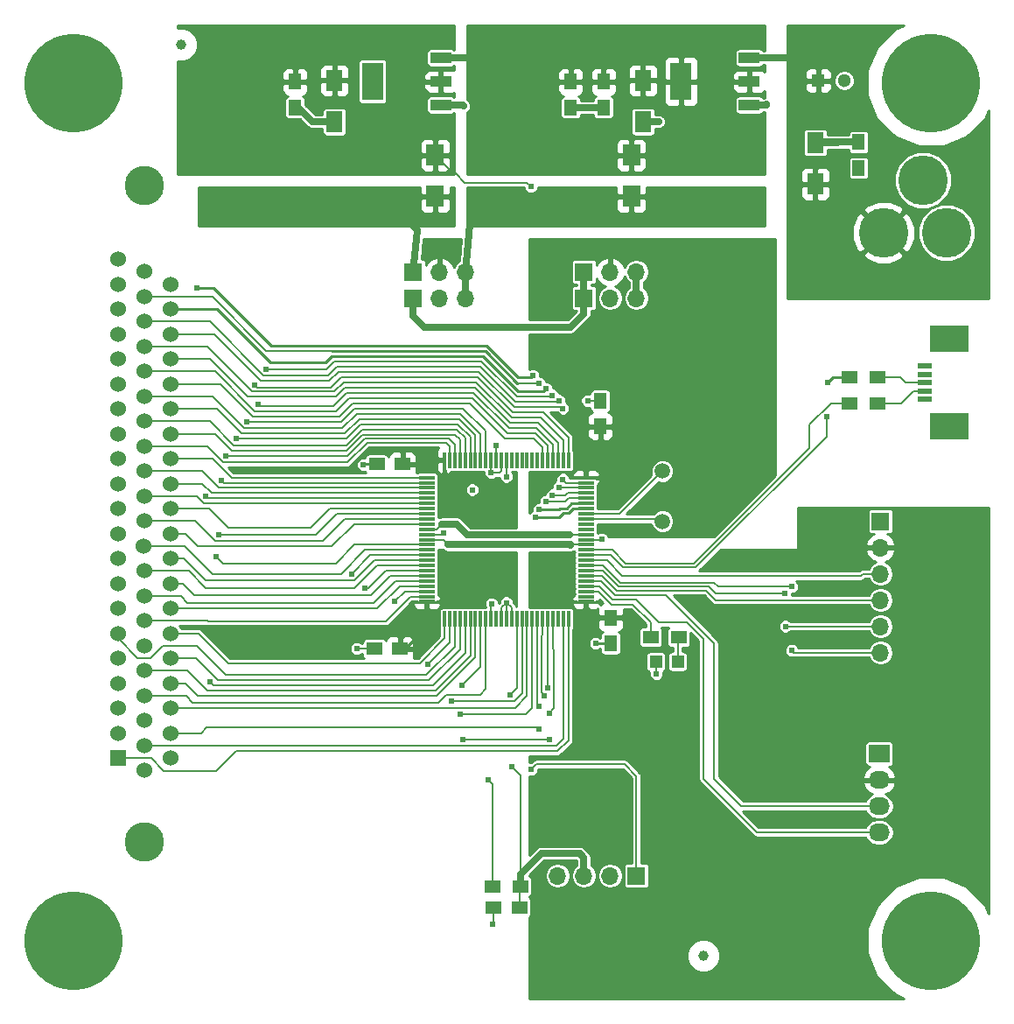
<source format=gbr>
G04 #@! TF.FileFunction,Copper,L1,Top,Signal*
%FSLAX46Y46*%
G04 Gerber Fmt 4.6, Leading zero omitted, Abs format (unit mm)*
G04 Created by KiCad (PCBNEW (after 2015-mar-04 BZR unknown)-product) date 3/3/2017 1:47:36 PM*
%MOMM*%
G01*
G04 APERTURE LIST*
%ADD10C,0.100000*%
%ADD11R,1.500000X1.250000*%
%ADD12R,1.250000X1.500000*%
%ADD13R,1.700000X2.000000*%
%ADD14R,1.500000X1.300000*%
%ADD15C,4.800600*%
%ADD16R,2.032000X3.657600*%
%ADD17R,2.032000X1.016000*%
%ADD18C,1.501140*%
%ADD19R,2.032000X1.727200*%
%ADD20O,2.032000X1.727200*%
%ADD21R,1.198880X1.198880*%
%ADD22C,9.525000*%
%ADD23R,3.799840X2.499360*%
%ADD24R,1.399540X0.500380*%
%ADD25C,1.524000*%
%ADD26R,1.524000X1.524000*%
%ADD27C,3.810000*%
%ADD28C,1.000000*%
%ADD29R,1.700000X1.700000*%
%ADD30O,1.700000X1.700000*%
%ADD31R,0.300000X1.500000*%
%ADD32R,1.500000X0.300000*%
%ADD33R,1.600000X2.000000*%
%ADD34R,1.300000X1.300000*%
%ADD35C,1.300000*%
%ADD36C,0.610000*%
%ADD37C,0.203200*%
%ADD38C,0.254000*%
%ADD39C,0.635000*%
G04 APERTURE END LIST*
D10*
D11*
X59162000Y-95758000D03*
X56662000Y-95758000D03*
X47605000Y-70739000D03*
X45105000Y-70739000D03*
X47850000Y-52900000D03*
X45350000Y-52900000D03*
D12*
X68000000Y-67750000D03*
X68000000Y-70250000D03*
X67000000Y-49250000D03*
X67000000Y-46750000D03*
X64135000Y-18395000D03*
X64135000Y-15895000D03*
D13*
X51000000Y-27000000D03*
X51000000Y-23000000D03*
X70000000Y-27000000D03*
X70000000Y-23000000D03*
D14*
X59262000Y-93726000D03*
X56562000Y-93726000D03*
X74578200Y-69646800D03*
X71878200Y-69646800D03*
D15*
X100500000Y-30500000D03*
X94404000Y-30500000D03*
X98214000Y-25420000D03*
D16*
X44958000Y-15875000D03*
D17*
X51562000Y-15875000D03*
X51562000Y-13589000D03*
X51562000Y-18161000D03*
D14*
X93850000Y-47000000D03*
X91150000Y-47000000D03*
X93850000Y-44500000D03*
X91150000Y-44500000D03*
D18*
X73000000Y-53559060D03*
X73000000Y-58440940D03*
D12*
X92000000Y-24250000D03*
X92000000Y-21750000D03*
X67310000Y-15895000D03*
X67310000Y-18395000D03*
X37465000Y-15895000D03*
X37465000Y-18395000D03*
D19*
X93980000Y-80899000D03*
D20*
X93980000Y-83439000D03*
X93980000Y-85979000D03*
X93980000Y-88519000D03*
D21*
X74480420Y-72009000D03*
X72382380Y-72009000D03*
D22*
X16000000Y-16000000D03*
X99000000Y-16000000D03*
X16000000Y-99000000D03*
X99000000Y-99000000D03*
D23*
X100799220Y-40798840D03*
X100799220Y-49201160D03*
D24*
X98398920Y-43399800D03*
X98398920Y-44199900D03*
X98398920Y-46600200D03*
X98398920Y-45800100D03*
X98398920Y-45000000D03*
D25*
X22860000Y-43929300D03*
D26*
X20320000Y-81330800D03*
D25*
X20320000Y-78917800D03*
X20320000Y-76504800D03*
X20320000Y-74091800D03*
X20320000Y-71678800D03*
X20320000Y-69265800D03*
X20320000Y-66852800D03*
X20320000Y-64439800D03*
X20320000Y-62026800D03*
D27*
X22860000Y-89408000D03*
X22860000Y-25908000D03*
D25*
X20320000Y-59613800D03*
X20320000Y-57200800D03*
X20320000Y-54787800D03*
X20320000Y-52374800D03*
X20320000Y-49961800D03*
X20320000Y-47548800D03*
X20320000Y-45135800D03*
X20320000Y-42722800D03*
X20320000Y-40309800D03*
X20320000Y-37896800D03*
X20320000Y-35483800D03*
X20320000Y-33070800D03*
X22860000Y-82537300D03*
X22860000Y-80124300D03*
X22860000Y-77711300D03*
X22860000Y-75298300D03*
X22860000Y-72885300D03*
X22860000Y-70472300D03*
X22860000Y-68059300D03*
X22860000Y-65646300D03*
X22860000Y-63233300D03*
X22783800Y-60820300D03*
X22860000Y-58407300D03*
X22860000Y-55994300D03*
X22860000Y-53581300D03*
X22860000Y-51168300D03*
X22860000Y-48755300D03*
X22860000Y-46342300D03*
X22860000Y-41516300D03*
X22860000Y-39103300D03*
X22860000Y-36690300D03*
X22860000Y-34277300D03*
X25400000Y-81330800D03*
X25400000Y-78917800D03*
X25400000Y-76504800D03*
X25400000Y-74091800D03*
X25400000Y-71678800D03*
X25400000Y-69265800D03*
X25400000Y-66852800D03*
X25400000Y-64439800D03*
X25400000Y-62026800D03*
X25400000Y-59613800D03*
X25400000Y-57200800D03*
X25400000Y-54787800D03*
X25400000Y-52374800D03*
X25400000Y-49961800D03*
X25400000Y-47548800D03*
X25400000Y-45135800D03*
X25400000Y-42722800D03*
X25400000Y-40309800D03*
X25400000Y-37896800D03*
X25400000Y-35483800D03*
D28*
X26416000Y-12319000D03*
X76962000Y-100457000D03*
D29*
X94107000Y-58420000D03*
D30*
X94107000Y-60960000D03*
X94107000Y-63500000D03*
X94107000Y-66040000D03*
X94107000Y-68580000D03*
X94107000Y-71120000D03*
D31*
X51912000Y-67898000D03*
X52412000Y-67898000D03*
X52912000Y-67898000D03*
X53412000Y-67898000D03*
X53912000Y-67898000D03*
X54412000Y-67898000D03*
X54912000Y-67898000D03*
X55412000Y-67898000D03*
X55912000Y-67898000D03*
X56412000Y-67898000D03*
X56912000Y-67898000D03*
X57412000Y-67898000D03*
X57912000Y-67898000D03*
X58412000Y-67898000D03*
X58912000Y-67898000D03*
X59412000Y-67898000D03*
X59912000Y-67898000D03*
X60412000Y-67898000D03*
X60912000Y-67898000D03*
X61412000Y-67898000D03*
X61912000Y-67898000D03*
X62412000Y-67898000D03*
X62912000Y-67898000D03*
X63412000Y-67898000D03*
X63912000Y-67898000D03*
D32*
X65612000Y-66198000D03*
X65612000Y-65698000D03*
X65612000Y-65198000D03*
X65612000Y-64698000D03*
X65612000Y-64198000D03*
X65612000Y-63698000D03*
X65612000Y-63198000D03*
X65612000Y-62698000D03*
X65612000Y-62198000D03*
X65612000Y-61698000D03*
X65612000Y-61198000D03*
X65612000Y-60698000D03*
X65612000Y-60198000D03*
X65612000Y-59698000D03*
X65612000Y-59198000D03*
X65612000Y-58698000D03*
X65612000Y-58198000D03*
X65612000Y-57698000D03*
X65612000Y-57198000D03*
X65612000Y-56698000D03*
X65612000Y-56198000D03*
X65612000Y-55698000D03*
X65612000Y-55198000D03*
X65612000Y-54698000D03*
X65612000Y-54198000D03*
D31*
X63912000Y-52498000D03*
X63412000Y-52498000D03*
X62912000Y-52498000D03*
X62412000Y-52498000D03*
X61912000Y-52498000D03*
X61412000Y-52498000D03*
X60912000Y-52498000D03*
X60412000Y-52498000D03*
X59912000Y-52498000D03*
X59412000Y-52498000D03*
X58912000Y-52498000D03*
X58412000Y-52498000D03*
X57912000Y-52498000D03*
X57412000Y-52498000D03*
X56912000Y-52498000D03*
X56412000Y-52498000D03*
X55912000Y-52498000D03*
X55412000Y-52498000D03*
X54912000Y-52498000D03*
X54412000Y-52498000D03*
X53912000Y-52498000D03*
X53412000Y-52498000D03*
X52912000Y-52498000D03*
X52412000Y-52498000D03*
X51912000Y-52498000D03*
D32*
X50212000Y-54198000D03*
X50212000Y-54698000D03*
X50212000Y-55198000D03*
X50212000Y-55698000D03*
X50212000Y-56198000D03*
X50212000Y-56698000D03*
X50212000Y-57198000D03*
X50212000Y-57698000D03*
X50212000Y-58198000D03*
X50212000Y-58698000D03*
X50212000Y-59198000D03*
X50212000Y-59698000D03*
X50212000Y-60198000D03*
X50212000Y-60698000D03*
X50212000Y-61198000D03*
X50212000Y-61698000D03*
X50212000Y-62198000D03*
X50212000Y-62698000D03*
X50212000Y-63198000D03*
X50212000Y-63698000D03*
X50212000Y-64198000D03*
X50212000Y-64698000D03*
X50212000Y-65198000D03*
X50212000Y-65698000D03*
X50212000Y-66198000D03*
D29*
X70485000Y-92710000D03*
D30*
X67945000Y-92710000D03*
X65405000Y-92710000D03*
X62865000Y-92710000D03*
D29*
X48895000Y-36830000D03*
D30*
X51435000Y-36830000D03*
X53975000Y-36830000D03*
D29*
X65405000Y-36830000D03*
D30*
X67945000Y-36830000D03*
X70485000Y-36830000D03*
D29*
X48895000Y-34290000D03*
D30*
X51435000Y-34290000D03*
X53975000Y-34290000D03*
D29*
X65405000Y-34290000D03*
D30*
X67945000Y-34290000D03*
X70485000Y-34290000D03*
D33*
X87800000Y-25800000D03*
X87800000Y-21800000D03*
X71120000Y-15780000D03*
X71120000Y-19780000D03*
X41275000Y-15780000D03*
X41275000Y-19780000D03*
D16*
X74803000Y-15875000D03*
D17*
X81407000Y-15875000D03*
X81407000Y-13589000D03*
X81407000Y-18161000D03*
D34*
X88100000Y-15800000D03*
D35*
X90600000Y-15800000D03*
D36*
X43434000Y-70739000D03*
X51816000Y-59563000D03*
X44069000Y-52959000D03*
X66548000Y-70231000D03*
X54610000Y-55372000D03*
X56412000Y-53697000D03*
X56591200Y-97434400D03*
X72415400Y-73177400D03*
X65760600Y-46761400D03*
X67132200Y-60147200D03*
X53771800Y-18262600D03*
X39134800Y-19780000D03*
X65994600Y-18395000D03*
X72644000Y-19761200D03*
X83083400Y-18110200D03*
X89959200Y-21750000D03*
X57912000Y-66294000D03*
X56464200Y-66395600D03*
X56896000Y-51054000D03*
X52832000Y-60706000D03*
X59055000Y-24638000D03*
X56108600Y-83439000D03*
X60274200Y-26060400D03*
X49657000Y-52832000D03*
X51689000Y-58674000D03*
X57912000Y-54102000D03*
X30099000Y-59690000D03*
X60706000Y-58039000D03*
X60452000Y-44323000D03*
X27940000Y-35814000D03*
X61087000Y-45085000D03*
X61087000Y-57277000D03*
X61722000Y-56515000D03*
X61722000Y-45593000D03*
X62357000Y-55880000D03*
X34671000Y-43688000D03*
X62357000Y-46228000D03*
X62992000Y-46736000D03*
X62992000Y-55118000D03*
X63373000Y-54356000D03*
X63373000Y-47498000D03*
X33528000Y-45212000D03*
X33909000Y-47117000D03*
X32766000Y-48768000D03*
X31750000Y-50419000D03*
X30734000Y-52070000D03*
X30353000Y-54483000D03*
X28829000Y-56007000D03*
X89027000Y-44958000D03*
X88900000Y-48260000D03*
X84836000Y-65405000D03*
X84912200Y-68580000D03*
X85521800Y-64744600D03*
X85521800Y-70916800D03*
X72186800Y-29260800D03*
X62103000Y-76962000D03*
X62103000Y-79502000D03*
X53721000Y-79502000D03*
X61087000Y-76327000D03*
X61087000Y-78486000D03*
X52578000Y-75819000D03*
X53467000Y-77089000D03*
X53594000Y-74295000D03*
X29210000Y-73914000D03*
X47117000Y-66167000D03*
X50292000Y-72263000D03*
X44196000Y-64897000D03*
X42926000Y-63500000D03*
X29845000Y-61849000D03*
X58293000Y-75184000D03*
X58420000Y-82169000D03*
X60325000Y-82423000D03*
X61595000Y-75311000D03*
X61899800Y-74574400D03*
X48133000Y-69342000D03*
X66734000Y-67750000D03*
D37*
X45105000Y-70739000D02*
X43434000Y-70739000D01*
X51681000Y-59698000D02*
X51816000Y-59563000D01*
X50212000Y-59698000D02*
X51681000Y-59698000D01*
D38*
X44128000Y-52900000D02*
X44069000Y-52959000D01*
X45350000Y-52900000D02*
X44128000Y-52900000D01*
X66567000Y-70250000D02*
X66548000Y-70231000D01*
X68000000Y-70250000D02*
X66567000Y-70250000D01*
D37*
X56412000Y-53697000D02*
X56436000Y-53721000D01*
X56436000Y-53721000D02*
X57277000Y-53721000D01*
X57277000Y-53721000D02*
X57412000Y-53586000D01*
X57412000Y-53586000D02*
X57412000Y-52498000D01*
X56412000Y-52498000D02*
X56412000Y-53697000D01*
X56662000Y-97363600D02*
X56591200Y-97434400D01*
X56662000Y-95758000D02*
X56662000Y-97363600D01*
X72382380Y-73144380D02*
X72415400Y-73177400D01*
X72382380Y-72009000D02*
X72382380Y-73144380D01*
X65772000Y-46750000D02*
X65760600Y-46761400D01*
X67000000Y-46750000D02*
X65772000Y-46750000D01*
X67081400Y-60198000D02*
X67132200Y-60147200D01*
X65612000Y-60198000D02*
X67081400Y-60198000D01*
D39*
X37749800Y-18395000D02*
X39134800Y-19780000D01*
X37465000Y-18395000D02*
X37749800Y-18395000D01*
X53670200Y-18161000D02*
X53771800Y-18262600D01*
X51562000Y-18161000D02*
X53670200Y-18161000D01*
X41275000Y-19780000D02*
X39134800Y-19780000D01*
X64135000Y-18395000D02*
X67310000Y-18395000D01*
X67310000Y-18395000D02*
X65994600Y-18395000D01*
X72625200Y-19780000D02*
X72644000Y-19761200D01*
X71120000Y-19780000D02*
X72625200Y-19780000D01*
X83032600Y-18161000D02*
X83083400Y-18110200D01*
X81407000Y-18161000D02*
X83032600Y-18161000D01*
X87850000Y-21750000D02*
X87800000Y-21800000D01*
X92000000Y-21750000D02*
X87850000Y-21750000D01*
X89909200Y-21800000D02*
X89959200Y-21750000D01*
X87800000Y-21800000D02*
X89909200Y-21800000D01*
D37*
X58412000Y-66794000D02*
X57912000Y-66294000D01*
X57912000Y-67898000D02*
X57912000Y-66294000D01*
X57912000Y-67898000D02*
X57912000Y-66294000D01*
X58412000Y-67898000D02*
X58412000Y-66794000D01*
X57412000Y-66794000D02*
X57912000Y-66294000D01*
X57412000Y-67898000D02*
X57412000Y-66794000D01*
X56412000Y-66447800D02*
X56464200Y-66395600D01*
X56412000Y-67898000D02*
X56412000Y-66447800D01*
D39*
X51562000Y-13589000D02*
X54229000Y-13589000D01*
X54229000Y-13589000D02*
X54610000Y-13970000D01*
D37*
X51816000Y-60198000D02*
X52316000Y-60698000D01*
X64135000Y-60698000D02*
X65612000Y-60698000D01*
X52832000Y-60698000D02*
X64135000Y-60698000D01*
X52260500Y-60698000D02*
X52832000Y-60698000D01*
X52316000Y-60698000D02*
X52260500Y-60698000D01*
X50212000Y-60198000D02*
X51816000Y-60198000D01*
X56912000Y-51070000D02*
X56896000Y-51054000D01*
X52832000Y-60706000D02*
X52832000Y-60698000D01*
X56912000Y-52498000D02*
X56912000Y-51070000D01*
D39*
X64127000Y-60698000D02*
X64135000Y-60706000D01*
X64135000Y-60706000D02*
X64135000Y-60698000D01*
X52260500Y-60698000D02*
X64127000Y-60698000D01*
X59055000Y-24638000D02*
X59436000Y-24257000D01*
X59436000Y-24257000D02*
X59436000Y-23749000D01*
D37*
X56562000Y-83892400D02*
X56108600Y-83439000D01*
X60274200Y-26060400D02*
X59867800Y-25654000D01*
X59867800Y-25654000D02*
X53898800Y-25654000D01*
X53898800Y-25654000D02*
X53009800Y-24765000D01*
X53009800Y-24765000D02*
X52765000Y-24765000D01*
X52765000Y-24765000D02*
X51000000Y-23000000D01*
X56562000Y-93726000D02*
X56562000Y-83892400D01*
D38*
X50720000Y-52498000D02*
X50318000Y-52900000D01*
X50318000Y-52900000D02*
X47850000Y-52900000D01*
X51912000Y-52498000D02*
X50720000Y-52498000D01*
X49589000Y-52900000D02*
X49657000Y-52832000D01*
X47850000Y-52900000D02*
X49589000Y-52900000D01*
X65612000Y-54198000D02*
X65612000Y-54022000D01*
D37*
X66771000Y-54198000D02*
X66802000Y-54229000D01*
X65612000Y-54198000D02*
X66771000Y-54198000D01*
X51165000Y-59198000D02*
X51689000Y-58674000D01*
X50212000Y-59198000D02*
X51165000Y-59198000D01*
X54135400Y-59698000D02*
X53111400Y-58674000D01*
X64058800Y-59698000D02*
X54135400Y-59698000D01*
X65612000Y-59698000D02*
X64058800Y-59698000D01*
D39*
X54152800Y-59715400D02*
X64058800Y-59715400D01*
X64058800Y-59715400D02*
X64058800Y-59698000D01*
X53111400Y-58674000D02*
X54152800Y-59715400D01*
X51689000Y-58674000D02*
X53111400Y-58674000D01*
D37*
X57912000Y-54102000D02*
X57912000Y-52498000D01*
X41489000Y-57698000D02*
X39497000Y-59690000D01*
X39497000Y-59690000D02*
X30099000Y-59690000D01*
X50212000Y-57698000D02*
X41489000Y-57698000D01*
D38*
X64316660Y-57198000D02*
X63932858Y-57581802D01*
X63932858Y-57581802D02*
X63449198Y-57581802D01*
X63449198Y-57581802D02*
X62992000Y-58039000D01*
X62992000Y-58039000D02*
X60706000Y-58039000D01*
X60452000Y-44323000D02*
X60325000Y-44450000D01*
X60325000Y-44450000D02*
X59055000Y-44450000D01*
X59055000Y-44450000D02*
X56007000Y-41402000D01*
X56007000Y-41402000D02*
X35179000Y-41402000D01*
X35179000Y-41402000D02*
X29591000Y-35814000D01*
X29591000Y-35814000D02*
X27940000Y-35814000D01*
X65612000Y-57198000D02*
X64316660Y-57198000D01*
D37*
X61087000Y-45085000D02*
X59055000Y-45085000D01*
D38*
X58928000Y-45085000D02*
X59055000Y-45085000D01*
X55880000Y-41910000D02*
X58928000Y-45085000D01*
X41021000Y-41910000D02*
X55880000Y-41910000D01*
X64206000Y-56698000D02*
X65612000Y-56698000D01*
X63754000Y-57150000D02*
X64206000Y-56698000D01*
X63119000Y-57150000D02*
X63754000Y-57150000D01*
X62992000Y-57277000D02*
X63119000Y-57150000D01*
X61087000Y-57277000D02*
X62992000Y-57277000D01*
D37*
X34671000Y-41910000D02*
X29451300Y-36690300D01*
X41021000Y-41910000D02*
X34671000Y-41910000D01*
X22860000Y-36690300D02*
X29451300Y-36690300D01*
X63944000Y-56198000D02*
X63627000Y-56515000D01*
X63627000Y-56515000D02*
X61722000Y-56515000D01*
D38*
X61722000Y-45593000D02*
X61468000Y-45847000D01*
X61468000Y-45847000D02*
X59055000Y-45847000D01*
X59055000Y-45847000D02*
X55626000Y-42418000D01*
X55626000Y-42418000D02*
X41021000Y-42418000D01*
X41021000Y-42418000D02*
X40386000Y-43053000D01*
X40386000Y-43053000D02*
X35052000Y-43053000D01*
X35052000Y-43053000D02*
X29895800Y-37896800D01*
X29895800Y-37896800D02*
X25400000Y-37896800D01*
D37*
X65612000Y-56198000D02*
X63944000Y-56198000D01*
X63809000Y-55698000D02*
X63627000Y-55880000D01*
X63627000Y-55880000D02*
X62357000Y-55880000D01*
X58928000Y-46355000D02*
X55499000Y-42926000D01*
X55499000Y-42926000D02*
X41275000Y-42926000D01*
X41275000Y-42926000D02*
X40513000Y-43688000D01*
X40513000Y-43688000D02*
X34671000Y-43688000D01*
X63627000Y-55880000D02*
X62357000Y-55880000D01*
X63809000Y-55698000D02*
X63627000Y-55880000D01*
X65612000Y-55698000D02*
X63809000Y-55698000D01*
X58928000Y-46355000D02*
X55499000Y-42926000D01*
X61722000Y-46355000D02*
X58928000Y-46355000D01*
X62357000Y-46228000D02*
X62230000Y-46355000D01*
X62230000Y-46355000D02*
X61722000Y-46355000D01*
X40640000Y-44323000D02*
X34417000Y-44323000D01*
X41529000Y-43434000D02*
X40640000Y-44323000D01*
X55372000Y-43434000D02*
X41529000Y-43434000D01*
X58801000Y-46863000D02*
X55372000Y-43434000D01*
X29197300Y-39103300D02*
X22860000Y-39103300D01*
X34417000Y-44323000D02*
X29197300Y-39103300D01*
X62992000Y-46736000D02*
X62865000Y-46863000D01*
X62865000Y-46863000D02*
X58801000Y-46863000D01*
X63072000Y-55198000D02*
X62992000Y-55118000D01*
X65612000Y-55198000D02*
X63072000Y-55198000D01*
X63715000Y-54698000D02*
X63373000Y-54356000D01*
X34163000Y-44831000D02*
X29641800Y-40309800D01*
X40767000Y-44831000D02*
X34163000Y-44831000D01*
X41656000Y-43942000D02*
X40767000Y-44831000D01*
X55245000Y-43942000D02*
X41656000Y-43942000D01*
X58674000Y-47371000D02*
X55245000Y-43942000D01*
X29641800Y-40309800D02*
X25400000Y-40309800D01*
X65612000Y-54698000D02*
X63715000Y-54698000D01*
X63373000Y-47498000D02*
X63246000Y-47371000D01*
X63246000Y-47371000D02*
X58674000Y-47371000D01*
X63912000Y-50323000D02*
X61468000Y-47879000D01*
X61468000Y-47879000D02*
X58547000Y-47879000D01*
X58547000Y-47879000D02*
X55118000Y-44450000D01*
X55118000Y-44450000D02*
X41910000Y-44450000D01*
X41910000Y-44450000D02*
X40894002Y-45465998D01*
X40894002Y-45465998D02*
X33781998Y-45465998D01*
X33781998Y-45465998D02*
X33528000Y-45212000D01*
X63912000Y-52498000D02*
X63912000Y-50323000D01*
X28943300Y-41516300D02*
X33274000Y-45847000D01*
X33274000Y-45847000D02*
X41275000Y-45847000D01*
X41275000Y-45847000D02*
X42164000Y-44958000D01*
X42164000Y-44958000D02*
X54991000Y-44958000D01*
X54991000Y-44958000D02*
X58420000Y-48387000D01*
X58420000Y-48387000D02*
X61214000Y-48387000D01*
X61214000Y-48387000D02*
X63412000Y-50585000D01*
X63412000Y-50585000D02*
X63412000Y-52498000D01*
X22860000Y-41516300D02*
X28943300Y-41516300D01*
X62912000Y-50847000D02*
X60960000Y-48895000D01*
X60960000Y-48895000D02*
X58293000Y-48895000D01*
X58293000Y-48895000D02*
X54864000Y-45466000D01*
X54864000Y-45466000D02*
X42291000Y-45466000D01*
X33464500Y-46355000D02*
X32893000Y-46355000D01*
X32893000Y-46355000D02*
X29260800Y-42722800D01*
X29260800Y-42722800D02*
X25400000Y-42722800D01*
X62912000Y-52498000D02*
X62912000Y-50847000D01*
X41402000Y-46355000D02*
X42291000Y-45466000D01*
X33464500Y-46355000D02*
X41402000Y-46355000D01*
X33909000Y-47117000D02*
X34036000Y-47244000D01*
X34036000Y-47244000D02*
X41148000Y-47244000D01*
X41148000Y-47244000D02*
X42418000Y-45974000D01*
X42418000Y-45974000D02*
X54737000Y-45974000D01*
X54737000Y-45974000D02*
X58166000Y-49403000D01*
X58166000Y-49403000D02*
X60833000Y-49403000D01*
X60833000Y-49403000D02*
X62412000Y-50982000D01*
X62412000Y-50982000D02*
X62412000Y-52498000D01*
X61912000Y-51117000D02*
X60706000Y-49911000D01*
X60706000Y-49911000D02*
X58039000Y-49911000D01*
X58039000Y-49911000D02*
X54610000Y-46482000D01*
X54610000Y-46482000D02*
X42672000Y-46482000D01*
X42672000Y-46482000D02*
X41402000Y-47752000D01*
X41402000Y-47752000D02*
X33528000Y-47752000D01*
X33528000Y-47752000D02*
X29705300Y-43929300D01*
X29705300Y-43929300D02*
X22860000Y-43929300D01*
X61912000Y-52498000D02*
X61912000Y-51117000D01*
X30276800Y-45135800D02*
X33401000Y-48260000D01*
X33401000Y-48260000D02*
X41783000Y-48260000D01*
X41783000Y-48260000D02*
X43053000Y-46990000D01*
X43053000Y-46990000D02*
X54356000Y-46990000D01*
X54356000Y-46990000D02*
X57785000Y-50419000D01*
X57785000Y-50419000D02*
X60579000Y-50419000D01*
X60579000Y-50419000D02*
X61412000Y-51252000D01*
X61412000Y-51252000D02*
X61412000Y-52498000D01*
X25400000Y-45135800D02*
X30276800Y-45135800D01*
X55912000Y-49689000D02*
X53721000Y-47498000D01*
X53721000Y-47498000D02*
X43180000Y-47498000D01*
X43180000Y-47498000D02*
X41910000Y-48768000D01*
X41910000Y-48768000D02*
X32766000Y-48768000D01*
X55912000Y-52498000D02*
X55912000Y-49689000D01*
X29451300Y-46342300D02*
X32512000Y-49403000D01*
X32512000Y-49403000D02*
X42037000Y-49403000D01*
X42037000Y-49403000D02*
X43434000Y-48006000D01*
X43434000Y-48006000D02*
X53467000Y-48006000D01*
X53467000Y-48006000D02*
X55412000Y-49951000D01*
X55412000Y-49951000D02*
X55412000Y-52498000D01*
X22860000Y-46342300D02*
X29451300Y-46342300D01*
X29895800Y-47548800D02*
X32258000Y-49911000D01*
X32258000Y-49911000D02*
X42291000Y-49911000D01*
X42291000Y-49911000D02*
X43688000Y-48514000D01*
X43688000Y-48514000D02*
X53340000Y-48514000D01*
X53340000Y-48514000D02*
X54912000Y-50086000D01*
X54912000Y-50086000D02*
X54912000Y-52498000D01*
X25400000Y-47548800D02*
X29895800Y-47548800D01*
X54412000Y-50221000D02*
X53213000Y-49022000D01*
X53213000Y-49022000D02*
X43815000Y-49022000D01*
X43815000Y-49022000D02*
X42418000Y-50419000D01*
X42418000Y-50419000D02*
X31750000Y-50419000D01*
X54412000Y-52498000D02*
X54412000Y-50221000D01*
X53912000Y-50356000D02*
X53086000Y-49530000D01*
X53086000Y-49530000D02*
X43911182Y-49530000D01*
X43911182Y-49530000D02*
X42387182Y-51054000D01*
X42387182Y-51054000D02*
X31496000Y-51054000D01*
X31496000Y-51054000D02*
X29197300Y-48755300D01*
X29197300Y-48755300D02*
X22860000Y-48755300D01*
X53912000Y-52498000D02*
X53912000Y-50356000D01*
X29768800Y-49961800D02*
X31369000Y-51562000D01*
X31369000Y-51562000D02*
X42418000Y-51562000D01*
X42418000Y-51562000D02*
X43942004Y-50037996D01*
X43942004Y-50037996D02*
X52958996Y-50037996D01*
X52958996Y-50037996D02*
X53412000Y-50491000D01*
X53412000Y-50491000D02*
X53412000Y-52498000D01*
X25400000Y-49961800D02*
X29768800Y-49961800D01*
X52912000Y-51007000D02*
X52323998Y-50418998D01*
X52323998Y-50418998D02*
X44196002Y-50418998D01*
X44196002Y-50418998D02*
X42545000Y-52070000D01*
X42545000Y-52070000D02*
X30734000Y-52070000D01*
X52912000Y-52498000D02*
X52912000Y-51007000D01*
X52412000Y-51142000D02*
X52070000Y-50800000D01*
X52070000Y-50800000D02*
X44450000Y-50800000D01*
X52412000Y-52498000D02*
X52412000Y-51142000D01*
X42545000Y-52705000D02*
X30480000Y-52705000D01*
X30480000Y-52705000D02*
X28943300Y-51168300D01*
X28943300Y-51168300D02*
X22860000Y-51168300D01*
X44450000Y-50800000D02*
X42545000Y-52705000D01*
X29514800Y-52374800D02*
X31338000Y-54198000D01*
X31338000Y-54198000D02*
X50212000Y-54198000D01*
X25400000Y-52374800D02*
X29514800Y-52374800D01*
X30568000Y-54698000D02*
X30353000Y-54483000D01*
X50212000Y-54698000D02*
X30568000Y-54698000D01*
X28435300Y-53581300D02*
X30052000Y-55198000D01*
X30052000Y-55198000D02*
X50212000Y-55198000D01*
X22860000Y-53581300D02*
X28435300Y-53581300D01*
X28498800Y-54787800D02*
X29409000Y-55698000D01*
X29409000Y-55698000D02*
X50212000Y-55698000D01*
X25400000Y-54787800D02*
X28498800Y-54787800D01*
X29020000Y-56198000D02*
X28829000Y-56007000D01*
X50212000Y-56198000D02*
X29020000Y-56198000D01*
X28631000Y-56698000D02*
X27927300Y-55994300D01*
X27927300Y-55994300D02*
X22860000Y-55994300D01*
X50212000Y-56698000D02*
X28631000Y-56698000D01*
X29133800Y-57200800D02*
X30988000Y-59055000D01*
X30988000Y-59055000D02*
X38989000Y-59055000D01*
X38989000Y-59055000D02*
X40846000Y-57198000D01*
X40846000Y-57198000D02*
X50212000Y-57198000D01*
X25400000Y-57200800D02*
X29133800Y-57200800D01*
X43156000Y-58698000D02*
X50212000Y-58698000D01*
X25400000Y-59613800D02*
X26847800Y-59613800D01*
X43156000Y-58698000D02*
X41021000Y-60833000D01*
X41021000Y-60833000D02*
X28067000Y-60833000D01*
X28067000Y-60833000D02*
X26847800Y-59613800D01*
X22860000Y-58407300D02*
X27800300Y-58407300D01*
X42259000Y-58198000D02*
X40132000Y-60325000D01*
X40132000Y-60325000D02*
X29718000Y-60325000D01*
X29718000Y-60325000D02*
X27800300Y-58407300D01*
X50212000Y-58198000D02*
X42259000Y-58198000D01*
X68861060Y-57698000D02*
X73000000Y-53559060D01*
X65612000Y-57698000D02*
X68861060Y-57698000D01*
X72757060Y-58198000D02*
X73000000Y-58440940D01*
X65612000Y-58198000D02*
X72757060Y-58198000D01*
X76073000Y-62484000D02*
X87249000Y-51308000D01*
X69418200Y-62484000D02*
X76073000Y-62484000D01*
X68132200Y-61198000D02*
X69418200Y-62484000D01*
X65612000Y-61198000D02*
X68132200Y-61198000D01*
X89296400Y-47000000D02*
X87249000Y-49047400D01*
X87249000Y-49047400D02*
X87249000Y-51308000D01*
X91150000Y-47000000D02*
X89296400Y-47000000D01*
D38*
X91150000Y-44500000D02*
X90628000Y-44500000D01*
X89027000Y-44958000D02*
X89485000Y-44500000D01*
X89485000Y-44500000D02*
X91150000Y-44500000D01*
D37*
X67997200Y-61698000D02*
X69189600Y-62890400D01*
X69189600Y-62890400D02*
X76225400Y-62890400D01*
X76225400Y-62890400D02*
X88900000Y-50215800D01*
X88900000Y-50215800D02*
X88900000Y-48260000D01*
X65612000Y-61698000D02*
X67997200Y-61698000D01*
X67633600Y-62198000D02*
X69138800Y-63703200D01*
X69138800Y-63703200D02*
X92176600Y-63703200D01*
X92176600Y-63703200D02*
X92379800Y-63500000D01*
X92379800Y-63500000D02*
X94107000Y-63500000D01*
X65612000Y-62198000D02*
X67633600Y-62198000D01*
X67177800Y-63698000D02*
X68605400Y-65125600D01*
X68605400Y-65125600D02*
X77266800Y-65125600D01*
X77266800Y-65125600D02*
X78181200Y-66040000D01*
X78181200Y-66040000D02*
X94107000Y-66040000D01*
X65612000Y-63698000D02*
X67177800Y-63698000D01*
X67216618Y-63198000D02*
X68763216Y-64744598D01*
X68763216Y-64744598D02*
X77495400Y-64744598D01*
X77495400Y-64744598D02*
X78155802Y-65405000D01*
X78155802Y-65405000D02*
X84836000Y-65405000D01*
X84912200Y-68580000D02*
X94107000Y-68580000D01*
X65612000Y-63198000D02*
X67216618Y-63198000D01*
X67255436Y-62698000D02*
X68921032Y-64363596D01*
X68921032Y-64363596D02*
X78003398Y-64363596D01*
X78003398Y-64363596D02*
X78384402Y-64744600D01*
X78384402Y-64744600D02*
X85521800Y-64744600D01*
X85521800Y-70916800D02*
X85725000Y-71120000D01*
X85725000Y-71120000D02*
X94107000Y-71120000D01*
X65612000Y-62698000D02*
X67255436Y-62698000D01*
D39*
X48895000Y-34290000D02*
X49276000Y-30276000D01*
X49276000Y-30276000D02*
X48000000Y-29000000D01*
X65405000Y-36830000D02*
X65405000Y-34290000D01*
X48895000Y-38531800D02*
X49987200Y-39624000D01*
X49987200Y-39624000D02*
X64135000Y-39624000D01*
X64135000Y-39624000D02*
X65405000Y-38354000D01*
X65405000Y-38354000D02*
X65405000Y-36830000D01*
X48895000Y-36830000D02*
X48895000Y-38531800D01*
X81407000Y-13589000D02*
X85471000Y-13589000D01*
X85471000Y-13589000D02*
X85725000Y-13335000D01*
X53975000Y-34290000D02*
X54356000Y-29644000D01*
X54356000Y-29644000D02*
X55000000Y-29000000D01*
X70485000Y-36830000D02*
X70485000Y-34290000D01*
X53975000Y-36830000D02*
X53975000Y-34290000D01*
D37*
X74480420Y-69744580D02*
X74578200Y-69646800D01*
X74480420Y-72009000D02*
X74480420Y-69744580D01*
X80645000Y-85979000D02*
X77978000Y-83312000D01*
X77978000Y-83312000D02*
X77978000Y-70205600D01*
X77978000Y-70205600D02*
X73329800Y-65557400D01*
X73329800Y-65557400D02*
X68427600Y-65557400D01*
X68427600Y-65557400D02*
X67068200Y-64198000D01*
X67068200Y-64198000D02*
X65612000Y-64198000D01*
X93980000Y-85979000D02*
X80645000Y-85979000D01*
X76962000Y-83362800D02*
X82118200Y-88519000D01*
X76962000Y-69799200D02*
X76962000Y-83362800D01*
X82118200Y-88519000D02*
X93980000Y-88519000D01*
X68173600Y-66014600D02*
X70485000Y-66014600D01*
X70485000Y-66014600D02*
X72694800Y-68224400D01*
X72694800Y-68224400D02*
X75387200Y-68224400D01*
X75387200Y-68224400D02*
X76962000Y-69799200D01*
X66857000Y-64698000D02*
X68173600Y-66014600D01*
X65612000Y-64698000D02*
X66857000Y-64698000D01*
X63912000Y-67898000D02*
X63912000Y-79598000D01*
X23545800Y-81330800D02*
X20320000Y-81330800D01*
X24765000Y-82550000D02*
X23545800Y-81330800D01*
X29845000Y-82550000D02*
X24765000Y-82550000D01*
X31750000Y-80645000D02*
X29845000Y-82550000D01*
X62865000Y-80645000D02*
X31750000Y-80645000D01*
X63912000Y-79598000D02*
X62865000Y-80645000D01*
X62530998Y-76534002D02*
X62103000Y-76962000D01*
X62530998Y-70866000D02*
X62530998Y-76534002D01*
X62412000Y-70747002D02*
X62530998Y-70866000D01*
X62103000Y-79502000D02*
X53721000Y-79502000D01*
X62412000Y-67898000D02*
X62412000Y-70747002D01*
X22860000Y-80124300D02*
X62750700Y-80124300D01*
X63412000Y-79463000D02*
X63412000Y-67898000D01*
X62750700Y-80124300D02*
X63412000Y-79463000D01*
X22860000Y-80124300D02*
X22860000Y-79502000D01*
X61087000Y-76327000D02*
X60912000Y-76152000D01*
X60912000Y-76152000D02*
X60912000Y-67898000D01*
X61087000Y-78486000D02*
X60985400Y-78384400D01*
X60985400Y-78384400D02*
X28905200Y-78384400D01*
X28905200Y-78384400D02*
X28371800Y-78917800D01*
X28371800Y-78917800D02*
X25400000Y-78917800D01*
X59412000Y-75081000D02*
X59388000Y-75057000D01*
X59388000Y-75057000D02*
X59388000Y-75105000D01*
X59388000Y-75105000D02*
X58674000Y-75819000D01*
X58674000Y-75819000D02*
X52578000Y-75819000D01*
X59412000Y-67898000D02*
X59412000Y-75081000D01*
X52781200Y-76504800D02*
X52832000Y-76454000D01*
X52832000Y-76454000D02*
X58801000Y-76454000D01*
X58801000Y-76454000D02*
X59912000Y-75343000D01*
X59912000Y-75343000D02*
X59912000Y-67898000D01*
X25400000Y-76504800D02*
X52781200Y-76504800D01*
X53467000Y-77089000D02*
X59817000Y-77089000D01*
X59817000Y-77089000D02*
X60412000Y-76494000D01*
X60412000Y-76494000D02*
X60412000Y-67898000D01*
X26847800Y-74091800D02*
X28067000Y-75311000D01*
X54912000Y-71580000D02*
X54912000Y-67898000D01*
X25400000Y-74091800D02*
X26847800Y-74091800D01*
X51181000Y-75311000D02*
X54912000Y-71580000D01*
X28067000Y-75311000D02*
X51181000Y-75311000D01*
X55412000Y-72477000D02*
X53594000Y-74295000D01*
X55412000Y-67898000D02*
X55412000Y-72477000D01*
X26911300Y-75298300D02*
X27559000Y-75946000D01*
X27559000Y-75946000D02*
X51308000Y-75946000D01*
X51308000Y-75946000D02*
X52070000Y-75184000D01*
X52070000Y-75184000D02*
X55372000Y-75184000D01*
X55372000Y-75184000D02*
X55912000Y-74644000D01*
X55912000Y-74644000D02*
X55912000Y-67898000D01*
X22860000Y-75298300D02*
X26911300Y-75298300D01*
X27038300Y-72885300D02*
X28956000Y-74803000D01*
X28956000Y-74803000D02*
X51054000Y-74803000D01*
X51054000Y-74803000D02*
X54412000Y-71445000D01*
X54412000Y-71445000D02*
X54412000Y-67898000D01*
X22860000Y-72885300D02*
X27038300Y-72885300D01*
X27863800Y-71678800D02*
X29972000Y-73787000D01*
X29972000Y-73787000D02*
X50419000Y-73787000D01*
X50419000Y-73787000D02*
X53412000Y-70794000D01*
X53412000Y-70794000D02*
X53412000Y-67898000D01*
X25400000Y-71678800D02*
X27863800Y-71678800D01*
X28117800Y-69265800D02*
X30988000Y-72136000D01*
X30988000Y-72136000D02*
X49530000Y-72136000D01*
X49530000Y-72136000D02*
X51912000Y-69754000D01*
X51912000Y-69754000D02*
X51912000Y-67898000D01*
X25400000Y-69265800D02*
X28117800Y-69265800D01*
X45415200Y-66852800D02*
X47570000Y-64698000D01*
X47570000Y-64698000D02*
X50212000Y-64698000D01*
X25400000Y-66852800D02*
X45415200Y-66852800D01*
X53912000Y-71183000D02*
X50800000Y-74295000D01*
X50800000Y-74295000D02*
X29591000Y-74295000D01*
X29591000Y-74295000D02*
X29210000Y-73914000D01*
X53912000Y-67898000D02*
X53912000Y-71183000D01*
X20320000Y-69723000D02*
X20320000Y-69265800D01*
X52912000Y-70532000D02*
X50165000Y-73279000D01*
X50165000Y-73279000D02*
X30734000Y-73279000D01*
X30734000Y-73279000D02*
X27940000Y-70485000D01*
X27940000Y-70485000D02*
X24638000Y-70485000D01*
X24638000Y-70485000D02*
X23495000Y-71628000D01*
X23495000Y-71628000D02*
X22225000Y-71628000D01*
X22225000Y-71628000D02*
X20320000Y-69723000D01*
X52912000Y-67898000D02*
X52912000Y-70532000D01*
X48086000Y-65198000D02*
X47117000Y-66167000D01*
X50212000Y-65198000D02*
X48086000Y-65198000D01*
X26593800Y-64439800D02*
X27686000Y-65532000D01*
X27686000Y-65532000D02*
X44831000Y-65532000D01*
X44831000Y-65532000D02*
X46665000Y-63698000D01*
X46665000Y-63698000D02*
X50212000Y-63698000D01*
X25400000Y-64439800D02*
X26593800Y-64439800D01*
X52412000Y-70143000D02*
X50292000Y-72263000D01*
X52412000Y-67898000D02*
X52412000Y-70143000D01*
X29070300Y-68059300D02*
X29083000Y-68072000D01*
X29083000Y-68072000D02*
X46228000Y-68072000D01*
X46228000Y-68072000D02*
X48602000Y-65698000D01*
X48602000Y-65698000D02*
X50212000Y-65698000D01*
X22860000Y-68059300D02*
X29070300Y-68059300D01*
X26403300Y-65646300D02*
X27051000Y-66294000D01*
X27051000Y-66294000D02*
X45085000Y-66294000D01*
X45085000Y-66294000D02*
X47181000Y-64198000D01*
X47181000Y-64198000D02*
X50212000Y-64198000D01*
X22860000Y-65646300D02*
X26403300Y-65646300D01*
X46276000Y-63198000D02*
X44577000Y-64897000D01*
X44577000Y-64897000D02*
X44196000Y-64897000D01*
X50212000Y-63198000D02*
X46276000Y-63198000D01*
X26720800Y-62026800D02*
X28829000Y-64135000D01*
X28829000Y-64135000D02*
X43180000Y-64135000D01*
X43180000Y-64135000D02*
X45117000Y-62198000D01*
X45117000Y-62198000D02*
X50212000Y-62198000D01*
X25400000Y-62026800D02*
X26720800Y-62026800D01*
X27165300Y-63233300D02*
X28829000Y-64897000D01*
X28829000Y-64897000D02*
X43180000Y-64897000D01*
X43180000Y-64897000D02*
X45379000Y-62698000D01*
X45379000Y-62698000D02*
X50212000Y-62698000D01*
X22860000Y-63233300D02*
X27165300Y-63233300D01*
X26784300Y-60820300D02*
X29464000Y-63500000D01*
X29464000Y-63500000D02*
X41910000Y-63500000D01*
X41910000Y-63500000D02*
X44212000Y-61198000D01*
X44212000Y-61198000D02*
X50212000Y-61198000D01*
X22783800Y-60820300D02*
X26784300Y-60820300D01*
X44728000Y-61698000D02*
X42926000Y-63500000D01*
X50212000Y-61698000D02*
X44728000Y-61698000D01*
X29845000Y-61849000D02*
X30480000Y-62484000D01*
X30480000Y-62484000D02*
X41402000Y-62484000D01*
X41402000Y-62484000D02*
X43188000Y-60698000D01*
X43188000Y-60698000D02*
X50212000Y-60698000D01*
X58912000Y-74565000D02*
X58293000Y-75184000D01*
X58420000Y-82169000D02*
X59262000Y-83011000D01*
X59262000Y-83011000D02*
X59262000Y-93726000D01*
X58912000Y-67898000D02*
X58912000Y-74565000D01*
X59162000Y-93826000D02*
X59262000Y-93726000D01*
X59162000Y-95758000D02*
X59162000Y-93826000D01*
D39*
X59262000Y-92553800D02*
X61290200Y-90525600D01*
X61290200Y-90525600D02*
X64998600Y-90525600D01*
X64998600Y-90525600D02*
X65405000Y-90932000D01*
X65405000Y-90932000D02*
X65405000Y-92710000D01*
X59262000Y-93726000D02*
X59262000Y-92553800D01*
D37*
X61412000Y-69398000D02*
X61293002Y-69516998D01*
X61293002Y-69516998D02*
X61293002Y-72771000D01*
X60325000Y-82423000D02*
X60833000Y-81915000D01*
X60833000Y-81915000D02*
X69342000Y-81915000D01*
X69342000Y-81915000D02*
X70485000Y-83058000D01*
X70485000Y-83058000D02*
X70485000Y-92710000D01*
X61412000Y-67898000D02*
X61412000Y-69398000D01*
X61293002Y-75009002D02*
X61595000Y-75311000D01*
X61293002Y-72771000D02*
X61293002Y-75009002D01*
X61912000Y-72708000D02*
X61899800Y-72720200D01*
X61899800Y-72720200D02*
X61899800Y-74574400D01*
X61912000Y-67898000D02*
X61912000Y-72708000D01*
D38*
X50212000Y-68660000D02*
X50212000Y-66198000D01*
X48133000Y-70739000D02*
X50212000Y-68660000D01*
X47605000Y-70739000D02*
X48133000Y-70739000D01*
X47605000Y-69870000D02*
X48133000Y-69342000D01*
X47605000Y-70739000D02*
X47605000Y-69870000D01*
X65612000Y-66628000D02*
X66734000Y-67750000D01*
X65612000Y-66198000D02*
X65612000Y-66628000D01*
X68000000Y-67750000D02*
X66734000Y-67750000D01*
D37*
X70154800Y-66471800D02*
X71878200Y-68195200D01*
X71878200Y-68195200D02*
X71878200Y-69646800D01*
X68046600Y-66471800D02*
X70154800Y-66471800D01*
X66772800Y-65198000D02*
X68046600Y-66471800D01*
X65612000Y-65198000D02*
X66772800Y-65198000D01*
X97328900Y-45800100D02*
X96129000Y-47000000D01*
X96129000Y-47000000D02*
X93850000Y-47000000D01*
X98398920Y-45800100D02*
X97328900Y-45800100D01*
X96562000Y-45000000D02*
X96062000Y-44500000D01*
X96062000Y-44500000D02*
X93850000Y-44500000D01*
X98398920Y-45000000D02*
X96562000Y-45000000D01*
D38*
G36*
X104569000Y-96348473D02*
X104224815Y-95515482D01*
X102493632Y-93781275D01*
X100230575Y-92841571D01*
X97780175Y-92839433D01*
X95515482Y-93775185D01*
X93781275Y-95506368D01*
X92841571Y-97769425D01*
X92839433Y-100219825D01*
X93775185Y-102484518D01*
X95506368Y-104218725D01*
X96349923Y-104569000D01*
X78589282Y-104569000D01*
X78589282Y-100134789D01*
X78342108Y-99536582D01*
X77884825Y-99078501D01*
X77287050Y-98830283D01*
X76639789Y-98829718D01*
X76041582Y-99076892D01*
X75583501Y-99534175D01*
X75335283Y-100131950D01*
X75334718Y-100779211D01*
X75581892Y-101377418D01*
X76039175Y-101835499D01*
X76636950Y-102083717D01*
X77284211Y-102084282D01*
X77882418Y-101837108D01*
X78340499Y-101379825D01*
X78588717Y-100782050D01*
X78589282Y-100134789D01*
X78589282Y-104569000D01*
X73370284Y-104569000D01*
X73370284Y-72608440D01*
X73370284Y-71409560D01*
X73342098Y-71264286D01*
X73258224Y-71136604D01*
X73131604Y-71051134D01*
X72981820Y-71021096D01*
X71782940Y-71021096D01*
X71637666Y-71049282D01*
X71509984Y-71133156D01*
X71424514Y-71259776D01*
X71394476Y-71409560D01*
X71394476Y-72608440D01*
X71422662Y-72753714D01*
X71506536Y-72881396D01*
X71633156Y-72966866D01*
X71750277Y-72990353D01*
X71729519Y-73040347D01*
X71729281Y-73313255D01*
X71833498Y-73565480D01*
X72026305Y-73758624D01*
X72278347Y-73863281D01*
X72551255Y-73863519D01*
X72803480Y-73759302D01*
X72996624Y-73566495D01*
X73101281Y-73314453D01*
X73101519Y-73041545D01*
X73075558Y-72978716D01*
X73127094Y-72968718D01*
X73254776Y-72884844D01*
X73340246Y-72758224D01*
X73370284Y-72608440D01*
X73370284Y-104569000D01*
X69176000Y-104569000D01*
X69176000Y-92734117D01*
X69176000Y-92685883D01*
X69082296Y-92214800D01*
X68815448Y-91815435D01*
X68416083Y-91548587D01*
X67945000Y-91454883D01*
X67473917Y-91548587D01*
X67074552Y-91815435D01*
X66807704Y-92214800D01*
X66714000Y-92685883D01*
X66714000Y-92734117D01*
X66807704Y-93205200D01*
X67074552Y-93604565D01*
X67473917Y-93871413D01*
X67945000Y-93965117D01*
X68416083Y-93871413D01*
X68815448Y-93604565D01*
X69082296Y-93205200D01*
X69176000Y-92734117D01*
X69176000Y-104569000D01*
X64096000Y-104569000D01*
X64096000Y-92734117D01*
X64096000Y-92685883D01*
X64002296Y-92214800D01*
X63735448Y-91815435D01*
X63336083Y-91548587D01*
X62865000Y-91454883D01*
X62393917Y-91548587D01*
X61994552Y-91815435D01*
X61727704Y-92214800D01*
X61634000Y-92685883D01*
X61634000Y-92734117D01*
X61727704Y-93205200D01*
X61994552Y-93604565D01*
X62393917Y-93871413D01*
X62865000Y-93965117D01*
X63336083Y-93871413D01*
X63735448Y-93604565D01*
X64002296Y-93205200D01*
X64096000Y-92734117D01*
X64096000Y-104569000D01*
X60127000Y-104569000D01*
X60127000Y-96697475D01*
X60184956Y-96659404D01*
X60270426Y-96532784D01*
X60300464Y-96383000D01*
X60300464Y-95133000D01*
X60272278Y-94987726D01*
X60188404Y-94860044D01*
X60127000Y-94818595D01*
X60127000Y-94742151D01*
X60157274Y-94736278D01*
X60284956Y-94652404D01*
X60370426Y-94525784D01*
X60400464Y-94376000D01*
X60400464Y-93076000D01*
X60372278Y-92930726D01*
X60288404Y-92803044D01*
X60161784Y-92717574D01*
X60127000Y-92710598D01*
X60127000Y-92676628D01*
X61579528Y-91224100D01*
X64706500Y-91224100D01*
X64706500Y-91700542D01*
X64534552Y-91815435D01*
X64267704Y-92214800D01*
X64174000Y-92685883D01*
X64174000Y-92734117D01*
X64267704Y-93205200D01*
X64534552Y-93604565D01*
X64933917Y-93871413D01*
X65405000Y-93965117D01*
X65876083Y-93871413D01*
X66275448Y-93604565D01*
X66542296Y-93205200D01*
X66636000Y-92734117D01*
X66636000Y-92685883D01*
X66542296Y-92214800D01*
X66275448Y-91815435D01*
X66103500Y-91700542D01*
X66103500Y-90932000D01*
X66050330Y-90664696D01*
X66050329Y-90664695D01*
X65898914Y-90438086D01*
X65492514Y-90031686D01*
X65265905Y-89880270D01*
X64998600Y-89827100D01*
X61290200Y-89827100D01*
X61022895Y-89880270D01*
X60796286Y-90031686D01*
X60127000Y-90700972D01*
X60127000Y-83083573D01*
X60187947Y-83108881D01*
X60460855Y-83109119D01*
X60713080Y-83004902D01*
X60906224Y-82812095D01*
X61010881Y-82560053D01*
X61011003Y-82419495D01*
X61032899Y-82397600D01*
X69142100Y-82397600D01*
X70002400Y-83257900D01*
X70002400Y-91471536D01*
X69635000Y-91471536D01*
X69489726Y-91499722D01*
X69362044Y-91583596D01*
X69276574Y-91710216D01*
X69246536Y-91860000D01*
X69246536Y-93560000D01*
X69274722Y-93705274D01*
X69358596Y-93832956D01*
X69485216Y-93918426D01*
X69635000Y-93948464D01*
X71335000Y-93948464D01*
X71480274Y-93920278D01*
X71607956Y-93836404D01*
X71693426Y-93709784D01*
X71723464Y-93560000D01*
X71723464Y-91860000D01*
X71695278Y-91714726D01*
X71611404Y-91587044D01*
X71484784Y-91501574D01*
X71335000Y-91471536D01*
X70967600Y-91471536D01*
X70967600Y-83058000D01*
X70930864Y-82873317D01*
X70826250Y-82716750D01*
X69683250Y-81573750D01*
X69526683Y-81469136D01*
X69342000Y-81432400D01*
X69260000Y-81432400D01*
X69260000Y-68626309D01*
X69260000Y-68035750D01*
X69101250Y-67877000D01*
X68127000Y-67877000D01*
X68127000Y-67897000D01*
X67873000Y-67897000D01*
X67873000Y-67877000D01*
X66898750Y-67877000D01*
X66740000Y-68035750D01*
X66740000Y-68626309D01*
X66836673Y-68859698D01*
X67015301Y-69038327D01*
X67248690Y-69135000D01*
X67254063Y-69135000D01*
X67229726Y-69139722D01*
X67102044Y-69223596D01*
X67016574Y-69350216D01*
X66986536Y-69500000D01*
X66986536Y-69699303D01*
X66937095Y-69649776D01*
X66685053Y-69545119D01*
X66412145Y-69544881D01*
X66159920Y-69649098D01*
X65966776Y-69841905D01*
X65862119Y-70093947D01*
X65861881Y-70366855D01*
X65966098Y-70619080D01*
X66158905Y-70812224D01*
X66410947Y-70916881D01*
X66683855Y-70917119D01*
X66936080Y-70812902D01*
X66986536Y-70762534D01*
X66986536Y-71000000D01*
X67014722Y-71145274D01*
X67098596Y-71272956D01*
X67225216Y-71358426D01*
X67375000Y-71388464D01*
X68625000Y-71388464D01*
X68770274Y-71360278D01*
X68897956Y-71276404D01*
X68983426Y-71149784D01*
X69013464Y-71000000D01*
X69013464Y-69500000D01*
X68985278Y-69354726D01*
X68901404Y-69227044D01*
X68774784Y-69141574D01*
X68742002Y-69135000D01*
X68751310Y-69135000D01*
X68984699Y-69038327D01*
X69163327Y-68859698D01*
X69260000Y-68626309D01*
X69260000Y-81432400D01*
X65485000Y-81432400D01*
X65485000Y-66824250D01*
X65485000Y-66273000D01*
X64385750Y-66273000D01*
X64227000Y-66431750D01*
X64227000Y-66474310D01*
X64323673Y-66707699D01*
X64502302Y-66886327D01*
X64735691Y-66983000D01*
X65326250Y-66983000D01*
X65485000Y-66824250D01*
X65485000Y-81432400D01*
X60833000Y-81432400D01*
X60648317Y-81469136D01*
X60491750Y-81573750D01*
X60491747Y-81573753D01*
X60328498Y-81737002D01*
X60189145Y-81736881D01*
X60127000Y-81762558D01*
X60127000Y-81127600D01*
X62865000Y-81127600D01*
X63049683Y-81090864D01*
X63206250Y-80986250D01*
X64253246Y-79939252D01*
X64253250Y-79939250D01*
X64253250Y-79939249D01*
X64357864Y-79782683D01*
X64394600Y-79598000D01*
X64394601Y-79598000D01*
X64394600Y-79597994D01*
X64394600Y-68836044D01*
X64420426Y-68797784D01*
X64450464Y-68648000D01*
X64450464Y-67148000D01*
X64422278Y-67002726D01*
X64338404Y-66875044D01*
X64211784Y-66789574D01*
X64062000Y-66759536D01*
X63762000Y-66759536D01*
X63660346Y-66779258D01*
X63562000Y-66759536D01*
X63262000Y-66759536D01*
X63160346Y-66779258D01*
X63062000Y-66759536D01*
X62762000Y-66759536D01*
X62660346Y-66779258D01*
X62562000Y-66759536D01*
X62262000Y-66759536D01*
X62160346Y-66779258D01*
X62062000Y-66759536D01*
X61762000Y-66759536D01*
X61660346Y-66779258D01*
X61562000Y-66759536D01*
X61262000Y-66759536D01*
X61160346Y-66779258D01*
X61062000Y-66759536D01*
X60762000Y-66759536D01*
X60660346Y-66779258D01*
X60562000Y-66759536D01*
X60262000Y-66759536D01*
X60160346Y-66779258D01*
X60127000Y-66772571D01*
X60127000Y-61396500D01*
X64094781Y-61396500D01*
X64135000Y-61404500D01*
X64402304Y-61351330D01*
X64402305Y-61351330D01*
X64473536Y-61303734D01*
X64473536Y-61348000D01*
X64493258Y-61449653D01*
X64473536Y-61548000D01*
X64473536Y-61848000D01*
X64493258Y-61949653D01*
X64473536Y-62048000D01*
X64473536Y-62348000D01*
X64493258Y-62449653D01*
X64473536Y-62548000D01*
X64473536Y-62848000D01*
X64493258Y-62949653D01*
X64473536Y-63048000D01*
X64473536Y-63348000D01*
X64493258Y-63449653D01*
X64473536Y-63548000D01*
X64473536Y-63848000D01*
X64493258Y-63949653D01*
X64473536Y-64048000D01*
X64473536Y-64348000D01*
X64493258Y-64449653D01*
X64473536Y-64548000D01*
X64473536Y-64848000D01*
X64493258Y-64949653D01*
X64473536Y-65048000D01*
X64473536Y-65348000D01*
X64493258Y-65449653D01*
X64475934Y-65536040D01*
X64323673Y-65688301D01*
X64227000Y-65921690D01*
X64227000Y-65964250D01*
X64385750Y-66123000D01*
X64588624Y-66123000D01*
X64712216Y-66206426D01*
X64862000Y-66236464D01*
X66362000Y-66236464D01*
X66507274Y-66208278D01*
X66634956Y-66124404D01*
X66635903Y-66123000D01*
X66838250Y-66123000D01*
X66926775Y-66034475D01*
X66997000Y-66104700D01*
X67257300Y-66365000D01*
X67248690Y-66365000D01*
X67015301Y-66461673D01*
X66992994Y-66483979D01*
X66997000Y-66474310D01*
X66997000Y-66431750D01*
X66838250Y-66273000D01*
X65739000Y-66273000D01*
X65739000Y-66824250D01*
X65897750Y-66983000D01*
X66488309Y-66983000D01*
X66721698Y-66886327D01*
X66744006Y-66864018D01*
X66740000Y-66873691D01*
X66740000Y-67464250D01*
X66898750Y-67623000D01*
X67873000Y-67623000D01*
X67873000Y-67603000D01*
X68127000Y-67603000D01*
X68127000Y-67623000D01*
X69101250Y-67623000D01*
X69260000Y-67464250D01*
X69260000Y-66954400D01*
X69954900Y-66954400D01*
X71395600Y-68395099D01*
X71395600Y-68608336D01*
X71128200Y-68608336D01*
X70982926Y-68636522D01*
X70855244Y-68720396D01*
X70769774Y-68847016D01*
X70739736Y-68996800D01*
X70739736Y-70296800D01*
X70767922Y-70442074D01*
X70851796Y-70569756D01*
X70978416Y-70655226D01*
X71128200Y-70685264D01*
X72628200Y-70685264D01*
X72773474Y-70657078D01*
X72901156Y-70573204D01*
X72986626Y-70446584D01*
X73016664Y-70296800D01*
X73016664Y-68996800D01*
X72988478Y-68851526D01*
X72904604Y-68723844D01*
X72879650Y-68707000D01*
X73575636Y-68707000D01*
X73555244Y-68720396D01*
X73469774Y-68847016D01*
X73439736Y-68996800D01*
X73439736Y-70296800D01*
X73467922Y-70442074D01*
X73551796Y-70569756D01*
X73678416Y-70655226D01*
X73828200Y-70685264D01*
X73997820Y-70685264D01*
X73997820Y-71021096D01*
X73880980Y-71021096D01*
X73735706Y-71049282D01*
X73608024Y-71133156D01*
X73522554Y-71259776D01*
X73492516Y-71409560D01*
X73492516Y-72608440D01*
X73520702Y-72753714D01*
X73604576Y-72881396D01*
X73731196Y-72966866D01*
X73880980Y-72996904D01*
X75079860Y-72996904D01*
X75225134Y-72968718D01*
X75352816Y-72884844D01*
X75438286Y-72758224D01*
X75468324Y-72608440D01*
X75468324Y-71409560D01*
X75440138Y-71264286D01*
X75356264Y-71136604D01*
X75229644Y-71051134D01*
X75079860Y-71021096D01*
X74963020Y-71021096D01*
X74963020Y-70685264D01*
X75328200Y-70685264D01*
X75473474Y-70657078D01*
X75601156Y-70573204D01*
X75686626Y-70446584D01*
X75716664Y-70296800D01*
X75716664Y-69236363D01*
X76479400Y-69999099D01*
X76479400Y-83362800D01*
X76516136Y-83547483D01*
X76620750Y-83704050D01*
X81776950Y-88860250D01*
X81933517Y-88964864D01*
X82118200Y-89001600D01*
X92654588Y-89001600D01*
X92920166Y-89399065D01*
X93323943Y-89668860D01*
X93800231Y-89763600D01*
X94159769Y-89763600D01*
X94636057Y-89668860D01*
X95039834Y-89399065D01*
X95309629Y-88995288D01*
X95404369Y-88519000D01*
X95309629Y-88042712D01*
X95039834Y-87638935D01*
X94636057Y-87369140D01*
X94159769Y-87274400D01*
X93800231Y-87274400D01*
X93323943Y-87369140D01*
X92920166Y-87638935D01*
X92654588Y-88036400D01*
X82318099Y-88036400D01*
X80743300Y-86461600D01*
X92654588Y-86461600D01*
X92920166Y-86859065D01*
X93323943Y-87128860D01*
X93800231Y-87223600D01*
X94159769Y-87223600D01*
X94636057Y-87128860D01*
X95039834Y-86859065D01*
X95309629Y-86455288D01*
X95404369Y-85979000D01*
X95309629Y-85502712D01*
X95039834Y-85098935D01*
X94636057Y-84829140D01*
X94621757Y-84826295D01*
X94894320Y-84730954D01*
X95330732Y-84341036D01*
X95584709Y-83813791D01*
X95587358Y-83798026D01*
X95587358Y-83079974D01*
X95584709Y-83064209D01*
X95330732Y-82536964D01*
X94898817Y-82151064D01*
X94996000Y-82151064D01*
X95141274Y-82122878D01*
X95268956Y-82039004D01*
X95354426Y-81912384D01*
X95384464Y-81762600D01*
X95384464Y-80035400D01*
X95362117Y-79920220D01*
X95362117Y-71120000D01*
X95362117Y-68580000D01*
X95268413Y-68108917D01*
X95001565Y-67709552D01*
X94602200Y-67442704D01*
X94131117Y-67349000D01*
X94082883Y-67349000D01*
X93611800Y-67442704D01*
X93212435Y-67709552D01*
X92953282Y-68097400D01*
X85399746Y-68097400D01*
X85301295Y-67998776D01*
X85049253Y-67894119D01*
X84776345Y-67893881D01*
X84524120Y-67998098D01*
X84330976Y-68190905D01*
X84226319Y-68442947D01*
X84226081Y-68715855D01*
X84330298Y-68968080D01*
X84523105Y-69161224D01*
X84775147Y-69265881D01*
X85048055Y-69266119D01*
X85300280Y-69161902D01*
X85399755Y-69062600D01*
X92953282Y-69062600D01*
X93212435Y-69450448D01*
X93611800Y-69717296D01*
X94082883Y-69811000D01*
X94131117Y-69811000D01*
X94602200Y-69717296D01*
X95001565Y-69450448D01*
X95268413Y-69051083D01*
X95362117Y-68580000D01*
X95362117Y-71120000D01*
X95268413Y-70648917D01*
X95001565Y-70249552D01*
X94602200Y-69982704D01*
X94131117Y-69889000D01*
X94082883Y-69889000D01*
X93611800Y-69982704D01*
X93212435Y-70249552D01*
X92953282Y-70637400D01*
X86148607Y-70637400D01*
X86103702Y-70528720D01*
X85910895Y-70335576D01*
X85658853Y-70230919D01*
X85385945Y-70230681D01*
X85133720Y-70334898D01*
X84940576Y-70527705D01*
X84835919Y-70779747D01*
X84835681Y-71052655D01*
X84939898Y-71304880D01*
X85132705Y-71498024D01*
X85384747Y-71602681D01*
X85657655Y-71602919D01*
X85680061Y-71593661D01*
X85725000Y-71602600D01*
X92953282Y-71602600D01*
X93212435Y-71990448D01*
X93611800Y-72257296D01*
X94082883Y-72351000D01*
X94131117Y-72351000D01*
X94602200Y-72257296D01*
X95001565Y-71990448D01*
X95268413Y-71591083D01*
X95362117Y-71120000D01*
X95362117Y-79920220D01*
X95356278Y-79890126D01*
X95272404Y-79762444D01*
X95145784Y-79676974D01*
X94996000Y-79646936D01*
X92964000Y-79646936D01*
X92818726Y-79675122D01*
X92691044Y-79758996D01*
X92605574Y-79885616D01*
X92575536Y-80035400D01*
X92575536Y-81762600D01*
X92603722Y-81907874D01*
X92687596Y-82035556D01*
X92814216Y-82121026D01*
X92964000Y-82151064D01*
X93061182Y-82151064D01*
X92629268Y-82536964D01*
X92375291Y-83064209D01*
X92372642Y-83079974D01*
X92493783Y-83312000D01*
X93853000Y-83312000D01*
X93853000Y-83292000D01*
X94107000Y-83292000D01*
X94107000Y-83312000D01*
X95466217Y-83312000D01*
X95587358Y-83079974D01*
X95587358Y-83798026D01*
X95466217Y-83566000D01*
X94107000Y-83566000D01*
X94107000Y-83586000D01*
X93853000Y-83586000D01*
X93853000Y-83566000D01*
X92493783Y-83566000D01*
X92372642Y-83798026D01*
X92375291Y-83813791D01*
X92629268Y-84341036D01*
X93065680Y-84730954D01*
X93338242Y-84826295D01*
X93323943Y-84829140D01*
X92920166Y-85098935D01*
X92654588Y-85496400D01*
X80844899Y-85496400D01*
X78460600Y-83112100D01*
X78460600Y-70205600D01*
X78423864Y-70020917D01*
X78319250Y-69864350D01*
X78319246Y-69864347D01*
X74063099Y-65608200D01*
X77066900Y-65608200D01*
X77839950Y-66381250D01*
X77996517Y-66485864D01*
X78181200Y-66522600D01*
X92953282Y-66522600D01*
X93212435Y-66910448D01*
X93611800Y-67177296D01*
X94082883Y-67271000D01*
X94131117Y-67271000D01*
X94602200Y-67177296D01*
X95001565Y-66910448D01*
X95268413Y-66511083D01*
X95362117Y-66040000D01*
X95268413Y-65568917D01*
X95001565Y-65169552D01*
X94602200Y-64902704D01*
X94131117Y-64809000D01*
X94082883Y-64809000D01*
X93611800Y-64902704D01*
X93212435Y-65169552D01*
X92953282Y-65557400D01*
X85515508Y-65557400D01*
X85521881Y-65542053D01*
X85521978Y-65430600D01*
X85657655Y-65430719D01*
X85909880Y-65326502D01*
X86103024Y-65133695D01*
X86207681Y-64881653D01*
X86207919Y-64608745D01*
X86103702Y-64356520D01*
X85933279Y-64185800D01*
X92176600Y-64185800D01*
X92361283Y-64149064D01*
X92517850Y-64044450D01*
X92579700Y-63982600D01*
X92953282Y-63982600D01*
X93212435Y-64370448D01*
X93611800Y-64637296D01*
X94082883Y-64731000D01*
X94131117Y-64731000D01*
X94602200Y-64637296D01*
X95001565Y-64370448D01*
X95268413Y-63971083D01*
X95362117Y-63500000D01*
X95268413Y-63028917D01*
X95001565Y-62629552D01*
X94602200Y-62362704D01*
X94563053Y-62354917D01*
X94988358Y-62155183D01*
X95378645Y-61726924D01*
X95548476Y-61316890D01*
X95548476Y-60603110D01*
X95378645Y-60193076D01*
X94988358Y-59764817D01*
X94761894Y-59658464D01*
X94957000Y-59658464D01*
X95102274Y-59630278D01*
X95229956Y-59546404D01*
X95315426Y-59419784D01*
X95345464Y-59270000D01*
X95345464Y-57570000D01*
X95317278Y-57424726D01*
X95233404Y-57297044D01*
X95106784Y-57211574D01*
X94957000Y-57181536D01*
X93257000Y-57181536D01*
X93111726Y-57209722D01*
X92984044Y-57293596D01*
X92898574Y-57420216D01*
X92868536Y-57570000D01*
X92868536Y-59270000D01*
X92896722Y-59415274D01*
X92980596Y-59542956D01*
X93107216Y-59628426D01*
X93257000Y-59658464D01*
X93452105Y-59658464D01*
X93225642Y-59764817D01*
X92835355Y-60193076D01*
X92665524Y-60603110D01*
X92786845Y-60833000D01*
X93980000Y-60833000D01*
X93980000Y-60813000D01*
X94234000Y-60813000D01*
X94234000Y-60833000D01*
X95427155Y-60833000D01*
X95548476Y-60603110D01*
X95548476Y-61316890D01*
X95427155Y-61087000D01*
X94234000Y-61087000D01*
X94234000Y-61107000D01*
X93980000Y-61107000D01*
X93980000Y-61087000D01*
X92786845Y-61087000D01*
X92665524Y-61316890D01*
X92835355Y-61726924D01*
X93225642Y-62155183D01*
X93650946Y-62354917D01*
X93611800Y-62362704D01*
X93212435Y-62629552D01*
X92953282Y-63017400D01*
X92379800Y-63017400D01*
X92195117Y-63054136D01*
X92038550Y-63158750D01*
X91976700Y-63220600D01*
X76577699Y-63220600D01*
X78671300Y-61127000D01*
X86127000Y-61127000D01*
X86127000Y-57127000D01*
X104569000Y-57127000D01*
X104569000Y-96348473D01*
X104569000Y-96348473D01*
G37*
X104569000Y-96348473D02*
X104224815Y-95515482D01*
X102493632Y-93781275D01*
X100230575Y-92841571D01*
X97780175Y-92839433D01*
X95515482Y-93775185D01*
X93781275Y-95506368D01*
X92841571Y-97769425D01*
X92839433Y-100219825D01*
X93775185Y-102484518D01*
X95506368Y-104218725D01*
X96349923Y-104569000D01*
X78589282Y-104569000D01*
X78589282Y-100134789D01*
X78342108Y-99536582D01*
X77884825Y-99078501D01*
X77287050Y-98830283D01*
X76639789Y-98829718D01*
X76041582Y-99076892D01*
X75583501Y-99534175D01*
X75335283Y-100131950D01*
X75334718Y-100779211D01*
X75581892Y-101377418D01*
X76039175Y-101835499D01*
X76636950Y-102083717D01*
X77284211Y-102084282D01*
X77882418Y-101837108D01*
X78340499Y-101379825D01*
X78588717Y-100782050D01*
X78589282Y-100134789D01*
X78589282Y-104569000D01*
X73370284Y-104569000D01*
X73370284Y-72608440D01*
X73370284Y-71409560D01*
X73342098Y-71264286D01*
X73258224Y-71136604D01*
X73131604Y-71051134D01*
X72981820Y-71021096D01*
X71782940Y-71021096D01*
X71637666Y-71049282D01*
X71509984Y-71133156D01*
X71424514Y-71259776D01*
X71394476Y-71409560D01*
X71394476Y-72608440D01*
X71422662Y-72753714D01*
X71506536Y-72881396D01*
X71633156Y-72966866D01*
X71750277Y-72990353D01*
X71729519Y-73040347D01*
X71729281Y-73313255D01*
X71833498Y-73565480D01*
X72026305Y-73758624D01*
X72278347Y-73863281D01*
X72551255Y-73863519D01*
X72803480Y-73759302D01*
X72996624Y-73566495D01*
X73101281Y-73314453D01*
X73101519Y-73041545D01*
X73075558Y-72978716D01*
X73127094Y-72968718D01*
X73254776Y-72884844D01*
X73340246Y-72758224D01*
X73370284Y-72608440D01*
X73370284Y-104569000D01*
X69176000Y-104569000D01*
X69176000Y-92734117D01*
X69176000Y-92685883D01*
X69082296Y-92214800D01*
X68815448Y-91815435D01*
X68416083Y-91548587D01*
X67945000Y-91454883D01*
X67473917Y-91548587D01*
X67074552Y-91815435D01*
X66807704Y-92214800D01*
X66714000Y-92685883D01*
X66714000Y-92734117D01*
X66807704Y-93205200D01*
X67074552Y-93604565D01*
X67473917Y-93871413D01*
X67945000Y-93965117D01*
X68416083Y-93871413D01*
X68815448Y-93604565D01*
X69082296Y-93205200D01*
X69176000Y-92734117D01*
X69176000Y-104569000D01*
X64096000Y-104569000D01*
X64096000Y-92734117D01*
X64096000Y-92685883D01*
X64002296Y-92214800D01*
X63735448Y-91815435D01*
X63336083Y-91548587D01*
X62865000Y-91454883D01*
X62393917Y-91548587D01*
X61994552Y-91815435D01*
X61727704Y-92214800D01*
X61634000Y-92685883D01*
X61634000Y-92734117D01*
X61727704Y-93205200D01*
X61994552Y-93604565D01*
X62393917Y-93871413D01*
X62865000Y-93965117D01*
X63336083Y-93871413D01*
X63735448Y-93604565D01*
X64002296Y-93205200D01*
X64096000Y-92734117D01*
X64096000Y-104569000D01*
X60127000Y-104569000D01*
X60127000Y-96697475D01*
X60184956Y-96659404D01*
X60270426Y-96532784D01*
X60300464Y-96383000D01*
X60300464Y-95133000D01*
X60272278Y-94987726D01*
X60188404Y-94860044D01*
X60127000Y-94818595D01*
X60127000Y-94742151D01*
X60157274Y-94736278D01*
X60284956Y-94652404D01*
X60370426Y-94525784D01*
X60400464Y-94376000D01*
X60400464Y-93076000D01*
X60372278Y-92930726D01*
X60288404Y-92803044D01*
X60161784Y-92717574D01*
X60127000Y-92710598D01*
X60127000Y-92676628D01*
X61579528Y-91224100D01*
X64706500Y-91224100D01*
X64706500Y-91700542D01*
X64534552Y-91815435D01*
X64267704Y-92214800D01*
X64174000Y-92685883D01*
X64174000Y-92734117D01*
X64267704Y-93205200D01*
X64534552Y-93604565D01*
X64933917Y-93871413D01*
X65405000Y-93965117D01*
X65876083Y-93871413D01*
X66275448Y-93604565D01*
X66542296Y-93205200D01*
X66636000Y-92734117D01*
X66636000Y-92685883D01*
X66542296Y-92214800D01*
X66275448Y-91815435D01*
X66103500Y-91700542D01*
X66103500Y-90932000D01*
X66050330Y-90664696D01*
X66050329Y-90664695D01*
X65898914Y-90438086D01*
X65492514Y-90031686D01*
X65265905Y-89880270D01*
X64998600Y-89827100D01*
X61290200Y-89827100D01*
X61022895Y-89880270D01*
X60796286Y-90031686D01*
X60127000Y-90700972D01*
X60127000Y-83083573D01*
X60187947Y-83108881D01*
X60460855Y-83109119D01*
X60713080Y-83004902D01*
X60906224Y-82812095D01*
X61010881Y-82560053D01*
X61011003Y-82419495D01*
X61032899Y-82397600D01*
X69142100Y-82397600D01*
X70002400Y-83257900D01*
X70002400Y-91471536D01*
X69635000Y-91471536D01*
X69489726Y-91499722D01*
X69362044Y-91583596D01*
X69276574Y-91710216D01*
X69246536Y-91860000D01*
X69246536Y-93560000D01*
X69274722Y-93705274D01*
X69358596Y-93832956D01*
X69485216Y-93918426D01*
X69635000Y-93948464D01*
X71335000Y-93948464D01*
X71480274Y-93920278D01*
X71607956Y-93836404D01*
X71693426Y-93709784D01*
X71723464Y-93560000D01*
X71723464Y-91860000D01*
X71695278Y-91714726D01*
X71611404Y-91587044D01*
X71484784Y-91501574D01*
X71335000Y-91471536D01*
X70967600Y-91471536D01*
X70967600Y-83058000D01*
X70930864Y-82873317D01*
X70826250Y-82716750D01*
X69683250Y-81573750D01*
X69526683Y-81469136D01*
X69342000Y-81432400D01*
X69260000Y-81432400D01*
X69260000Y-68626309D01*
X69260000Y-68035750D01*
X69101250Y-67877000D01*
X68127000Y-67877000D01*
X68127000Y-67897000D01*
X67873000Y-67897000D01*
X67873000Y-67877000D01*
X66898750Y-67877000D01*
X66740000Y-68035750D01*
X66740000Y-68626309D01*
X66836673Y-68859698D01*
X67015301Y-69038327D01*
X67248690Y-69135000D01*
X67254063Y-69135000D01*
X67229726Y-69139722D01*
X67102044Y-69223596D01*
X67016574Y-69350216D01*
X66986536Y-69500000D01*
X66986536Y-69699303D01*
X66937095Y-69649776D01*
X66685053Y-69545119D01*
X66412145Y-69544881D01*
X66159920Y-69649098D01*
X65966776Y-69841905D01*
X65862119Y-70093947D01*
X65861881Y-70366855D01*
X65966098Y-70619080D01*
X66158905Y-70812224D01*
X66410947Y-70916881D01*
X66683855Y-70917119D01*
X66936080Y-70812902D01*
X66986536Y-70762534D01*
X66986536Y-71000000D01*
X67014722Y-71145274D01*
X67098596Y-71272956D01*
X67225216Y-71358426D01*
X67375000Y-71388464D01*
X68625000Y-71388464D01*
X68770274Y-71360278D01*
X68897956Y-71276404D01*
X68983426Y-71149784D01*
X69013464Y-71000000D01*
X69013464Y-69500000D01*
X68985278Y-69354726D01*
X68901404Y-69227044D01*
X68774784Y-69141574D01*
X68742002Y-69135000D01*
X68751310Y-69135000D01*
X68984699Y-69038327D01*
X69163327Y-68859698D01*
X69260000Y-68626309D01*
X69260000Y-81432400D01*
X65485000Y-81432400D01*
X65485000Y-66824250D01*
X65485000Y-66273000D01*
X64385750Y-66273000D01*
X64227000Y-66431750D01*
X64227000Y-66474310D01*
X64323673Y-66707699D01*
X64502302Y-66886327D01*
X64735691Y-66983000D01*
X65326250Y-66983000D01*
X65485000Y-66824250D01*
X65485000Y-81432400D01*
X60833000Y-81432400D01*
X60648317Y-81469136D01*
X60491750Y-81573750D01*
X60491747Y-81573753D01*
X60328498Y-81737002D01*
X60189145Y-81736881D01*
X60127000Y-81762558D01*
X60127000Y-81127600D01*
X62865000Y-81127600D01*
X63049683Y-81090864D01*
X63206250Y-80986250D01*
X64253246Y-79939252D01*
X64253250Y-79939250D01*
X64253250Y-79939249D01*
X64357864Y-79782683D01*
X64394600Y-79598000D01*
X64394601Y-79598000D01*
X64394600Y-79597994D01*
X64394600Y-68836044D01*
X64420426Y-68797784D01*
X64450464Y-68648000D01*
X64450464Y-67148000D01*
X64422278Y-67002726D01*
X64338404Y-66875044D01*
X64211784Y-66789574D01*
X64062000Y-66759536D01*
X63762000Y-66759536D01*
X63660346Y-66779258D01*
X63562000Y-66759536D01*
X63262000Y-66759536D01*
X63160346Y-66779258D01*
X63062000Y-66759536D01*
X62762000Y-66759536D01*
X62660346Y-66779258D01*
X62562000Y-66759536D01*
X62262000Y-66759536D01*
X62160346Y-66779258D01*
X62062000Y-66759536D01*
X61762000Y-66759536D01*
X61660346Y-66779258D01*
X61562000Y-66759536D01*
X61262000Y-66759536D01*
X61160346Y-66779258D01*
X61062000Y-66759536D01*
X60762000Y-66759536D01*
X60660346Y-66779258D01*
X60562000Y-66759536D01*
X60262000Y-66759536D01*
X60160346Y-66779258D01*
X60127000Y-66772571D01*
X60127000Y-61396500D01*
X64094781Y-61396500D01*
X64135000Y-61404500D01*
X64402304Y-61351330D01*
X64402305Y-61351330D01*
X64473536Y-61303734D01*
X64473536Y-61348000D01*
X64493258Y-61449653D01*
X64473536Y-61548000D01*
X64473536Y-61848000D01*
X64493258Y-61949653D01*
X64473536Y-62048000D01*
X64473536Y-62348000D01*
X64493258Y-62449653D01*
X64473536Y-62548000D01*
X64473536Y-62848000D01*
X64493258Y-62949653D01*
X64473536Y-63048000D01*
X64473536Y-63348000D01*
X64493258Y-63449653D01*
X64473536Y-63548000D01*
X64473536Y-63848000D01*
X64493258Y-63949653D01*
X64473536Y-64048000D01*
X64473536Y-64348000D01*
X64493258Y-64449653D01*
X64473536Y-64548000D01*
X64473536Y-64848000D01*
X64493258Y-64949653D01*
X64473536Y-65048000D01*
X64473536Y-65348000D01*
X64493258Y-65449653D01*
X64475934Y-65536040D01*
X64323673Y-65688301D01*
X64227000Y-65921690D01*
X64227000Y-65964250D01*
X64385750Y-66123000D01*
X64588624Y-66123000D01*
X64712216Y-66206426D01*
X64862000Y-66236464D01*
X66362000Y-66236464D01*
X66507274Y-66208278D01*
X66634956Y-66124404D01*
X66635903Y-66123000D01*
X66838250Y-66123000D01*
X66926775Y-66034475D01*
X66997000Y-66104700D01*
X67257300Y-66365000D01*
X67248690Y-66365000D01*
X67015301Y-66461673D01*
X66992994Y-66483979D01*
X66997000Y-66474310D01*
X66997000Y-66431750D01*
X66838250Y-66273000D01*
X65739000Y-66273000D01*
X65739000Y-66824250D01*
X65897750Y-66983000D01*
X66488309Y-66983000D01*
X66721698Y-66886327D01*
X66744006Y-66864018D01*
X66740000Y-66873691D01*
X66740000Y-67464250D01*
X66898750Y-67623000D01*
X67873000Y-67623000D01*
X67873000Y-67603000D01*
X68127000Y-67603000D01*
X68127000Y-67623000D01*
X69101250Y-67623000D01*
X69260000Y-67464250D01*
X69260000Y-66954400D01*
X69954900Y-66954400D01*
X71395600Y-68395099D01*
X71395600Y-68608336D01*
X71128200Y-68608336D01*
X70982926Y-68636522D01*
X70855244Y-68720396D01*
X70769774Y-68847016D01*
X70739736Y-68996800D01*
X70739736Y-70296800D01*
X70767922Y-70442074D01*
X70851796Y-70569756D01*
X70978416Y-70655226D01*
X71128200Y-70685264D01*
X72628200Y-70685264D01*
X72773474Y-70657078D01*
X72901156Y-70573204D01*
X72986626Y-70446584D01*
X73016664Y-70296800D01*
X73016664Y-68996800D01*
X72988478Y-68851526D01*
X72904604Y-68723844D01*
X72879650Y-68707000D01*
X73575636Y-68707000D01*
X73555244Y-68720396D01*
X73469774Y-68847016D01*
X73439736Y-68996800D01*
X73439736Y-70296800D01*
X73467922Y-70442074D01*
X73551796Y-70569756D01*
X73678416Y-70655226D01*
X73828200Y-70685264D01*
X73997820Y-70685264D01*
X73997820Y-71021096D01*
X73880980Y-71021096D01*
X73735706Y-71049282D01*
X73608024Y-71133156D01*
X73522554Y-71259776D01*
X73492516Y-71409560D01*
X73492516Y-72608440D01*
X73520702Y-72753714D01*
X73604576Y-72881396D01*
X73731196Y-72966866D01*
X73880980Y-72996904D01*
X75079860Y-72996904D01*
X75225134Y-72968718D01*
X75352816Y-72884844D01*
X75438286Y-72758224D01*
X75468324Y-72608440D01*
X75468324Y-71409560D01*
X75440138Y-71264286D01*
X75356264Y-71136604D01*
X75229644Y-71051134D01*
X75079860Y-71021096D01*
X74963020Y-71021096D01*
X74963020Y-70685264D01*
X75328200Y-70685264D01*
X75473474Y-70657078D01*
X75601156Y-70573204D01*
X75686626Y-70446584D01*
X75716664Y-70296800D01*
X75716664Y-69236363D01*
X76479400Y-69999099D01*
X76479400Y-83362800D01*
X76516136Y-83547483D01*
X76620750Y-83704050D01*
X81776950Y-88860250D01*
X81933517Y-88964864D01*
X82118200Y-89001600D01*
X92654588Y-89001600D01*
X92920166Y-89399065D01*
X93323943Y-89668860D01*
X93800231Y-89763600D01*
X94159769Y-89763600D01*
X94636057Y-89668860D01*
X95039834Y-89399065D01*
X95309629Y-88995288D01*
X95404369Y-88519000D01*
X95309629Y-88042712D01*
X95039834Y-87638935D01*
X94636057Y-87369140D01*
X94159769Y-87274400D01*
X93800231Y-87274400D01*
X93323943Y-87369140D01*
X92920166Y-87638935D01*
X92654588Y-88036400D01*
X82318099Y-88036400D01*
X80743300Y-86461600D01*
X92654588Y-86461600D01*
X92920166Y-86859065D01*
X93323943Y-87128860D01*
X93800231Y-87223600D01*
X94159769Y-87223600D01*
X94636057Y-87128860D01*
X95039834Y-86859065D01*
X95309629Y-86455288D01*
X95404369Y-85979000D01*
X95309629Y-85502712D01*
X95039834Y-85098935D01*
X94636057Y-84829140D01*
X94621757Y-84826295D01*
X94894320Y-84730954D01*
X95330732Y-84341036D01*
X95584709Y-83813791D01*
X95587358Y-83798026D01*
X95587358Y-83079974D01*
X95584709Y-83064209D01*
X95330732Y-82536964D01*
X94898817Y-82151064D01*
X94996000Y-82151064D01*
X95141274Y-82122878D01*
X95268956Y-82039004D01*
X95354426Y-81912384D01*
X95384464Y-81762600D01*
X95384464Y-80035400D01*
X95362117Y-79920220D01*
X95362117Y-71120000D01*
X95362117Y-68580000D01*
X95268413Y-68108917D01*
X95001565Y-67709552D01*
X94602200Y-67442704D01*
X94131117Y-67349000D01*
X94082883Y-67349000D01*
X93611800Y-67442704D01*
X93212435Y-67709552D01*
X92953282Y-68097400D01*
X85399746Y-68097400D01*
X85301295Y-67998776D01*
X85049253Y-67894119D01*
X84776345Y-67893881D01*
X84524120Y-67998098D01*
X84330976Y-68190905D01*
X84226319Y-68442947D01*
X84226081Y-68715855D01*
X84330298Y-68968080D01*
X84523105Y-69161224D01*
X84775147Y-69265881D01*
X85048055Y-69266119D01*
X85300280Y-69161902D01*
X85399755Y-69062600D01*
X92953282Y-69062600D01*
X93212435Y-69450448D01*
X93611800Y-69717296D01*
X94082883Y-69811000D01*
X94131117Y-69811000D01*
X94602200Y-69717296D01*
X95001565Y-69450448D01*
X95268413Y-69051083D01*
X95362117Y-68580000D01*
X95362117Y-71120000D01*
X95268413Y-70648917D01*
X95001565Y-70249552D01*
X94602200Y-69982704D01*
X94131117Y-69889000D01*
X94082883Y-69889000D01*
X93611800Y-69982704D01*
X93212435Y-70249552D01*
X92953282Y-70637400D01*
X86148607Y-70637400D01*
X86103702Y-70528720D01*
X85910895Y-70335576D01*
X85658853Y-70230919D01*
X85385945Y-70230681D01*
X85133720Y-70334898D01*
X84940576Y-70527705D01*
X84835919Y-70779747D01*
X84835681Y-71052655D01*
X84939898Y-71304880D01*
X85132705Y-71498024D01*
X85384747Y-71602681D01*
X85657655Y-71602919D01*
X85680061Y-71593661D01*
X85725000Y-71602600D01*
X92953282Y-71602600D01*
X93212435Y-71990448D01*
X93611800Y-72257296D01*
X94082883Y-72351000D01*
X94131117Y-72351000D01*
X94602200Y-72257296D01*
X95001565Y-71990448D01*
X95268413Y-71591083D01*
X95362117Y-71120000D01*
X95362117Y-79920220D01*
X95356278Y-79890126D01*
X95272404Y-79762444D01*
X95145784Y-79676974D01*
X94996000Y-79646936D01*
X92964000Y-79646936D01*
X92818726Y-79675122D01*
X92691044Y-79758996D01*
X92605574Y-79885616D01*
X92575536Y-80035400D01*
X92575536Y-81762600D01*
X92603722Y-81907874D01*
X92687596Y-82035556D01*
X92814216Y-82121026D01*
X92964000Y-82151064D01*
X93061182Y-82151064D01*
X92629268Y-82536964D01*
X92375291Y-83064209D01*
X92372642Y-83079974D01*
X92493783Y-83312000D01*
X93853000Y-83312000D01*
X93853000Y-83292000D01*
X94107000Y-83292000D01*
X94107000Y-83312000D01*
X95466217Y-83312000D01*
X95587358Y-83079974D01*
X95587358Y-83798026D01*
X95466217Y-83566000D01*
X94107000Y-83566000D01*
X94107000Y-83586000D01*
X93853000Y-83586000D01*
X93853000Y-83566000D01*
X92493783Y-83566000D01*
X92372642Y-83798026D01*
X92375291Y-83813791D01*
X92629268Y-84341036D01*
X93065680Y-84730954D01*
X93338242Y-84826295D01*
X93323943Y-84829140D01*
X92920166Y-85098935D01*
X92654588Y-85496400D01*
X80844899Y-85496400D01*
X78460600Y-83112100D01*
X78460600Y-70205600D01*
X78423864Y-70020917D01*
X78319250Y-69864350D01*
X78319246Y-69864347D01*
X74063099Y-65608200D01*
X77066900Y-65608200D01*
X77839950Y-66381250D01*
X77996517Y-66485864D01*
X78181200Y-66522600D01*
X92953282Y-66522600D01*
X93212435Y-66910448D01*
X93611800Y-67177296D01*
X94082883Y-67271000D01*
X94131117Y-67271000D01*
X94602200Y-67177296D01*
X95001565Y-66910448D01*
X95268413Y-66511083D01*
X95362117Y-66040000D01*
X95268413Y-65568917D01*
X95001565Y-65169552D01*
X94602200Y-64902704D01*
X94131117Y-64809000D01*
X94082883Y-64809000D01*
X93611800Y-64902704D01*
X93212435Y-65169552D01*
X92953282Y-65557400D01*
X85515508Y-65557400D01*
X85521881Y-65542053D01*
X85521978Y-65430600D01*
X85657655Y-65430719D01*
X85909880Y-65326502D01*
X86103024Y-65133695D01*
X86207681Y-64881653D01*
X86207919Y-64608745D01*
X86103702Y-64356520D01*
X85933279Y-64185800D01*
X92176600Y-64185800D01*
X92361283Y-64149064D01*
X92517850Y-64044450D01*
X92579700Y-63982600D01*
X92953282Y-63982600D01*
X93212435Y-64370448D01*
X93611800Y-64637296D01*
X94082883Y-64731000D01*
X94131117Y-64731000D01*
X94602200Y-64637296D01*
X95001565Y-64370448D01*
X95268413Y-63971083D01*
X95362117Y-63500000D01*
X95268413Y-63028917D01*
X95001565Y-62629552D01*
X94602200Y-62362704D01*
X94563053Y-62354917D01*
X94988358Y-62155183D01*
X95378645Y-61726924D01*
X95548476Y-61316890D01*
X95548476Y-60603110D01*
X95378645Y-60193076D01*
X94988358Y-59764817D01*
X94761894Y-59658464D01*
X94957000Y-59658464D01*
X95102274Y-59630278D01*
X95229956Y-59546404D01*
X95315426Y-59419784D01*
X95345464Y-59270000D01*
X95345464Y-57570000D01*
X95317278Y-57424726D01*
X95233404Y-57297044D01*
X95106784Y-57211574D01*
X94957000Y-57181536D01*
X93257000Y-57181536D01*
X93111726Y-57209722D01*
X92984044Y-57293596D01*
X92898574Y-57420216D01*
X92868536Y-57570000D01*
X92868536Y-59270000D01*
X92896722Y-59415274D01*
X92980596Y-59542956D01*
X93107216Y-59628426D01*
X93257000Y-59658464D01*
X93452105Y-59658464D01*
X93225642Y-59764817D01*
X92835355Y-60193076D01*
X92665524Y-60603110D01*
X92786845Y-60833000D01*
X93980000Y-60833000D01*
X93980000Y-60813000D01*
X94234000Y-60813000D01*
X94234000Y-60833000D01*
X95427155Y-60833000D01*
X95548476Y-60603110D01*
X95548476Y-61316890D01*
X95427155Y-61087000D01*
X94234000Y-61087000D01*
X94234000Y-61107000D01*
X93980000Y-61107000D01*
X93980000Y-61087000D01*
X92786845Y-61087000D01*
X92665524Y-61316890D01*
X92835355Y-61726924D01*
X93225642Y-62155183D01*
X93650946Y-62354917D01*
X93611800Y-62362704D01*
X93212435Y-62629552D01*
X92953282Y-63017400D01*
X92379800Y-63017400D01*
X92195117Y-63054136D01*
X92038550Y-63158750D01*
X91976700Y-63220600D01*
X76577699Y-63220600D01*
X78671300Y-61127000D01*
X86127000Y-61127000D01*
X86127000Y-57127000D01*
X104569000Y-57127000D01*
X104569000Y-96348473D01*
G36*
X53533540Y-31127000D02*
X53361599Y-33223680D01*
X53104552Y-33395435D01*
X52837704Y-33794800D01*
X52829917Y-33833946D01*
X52630183Y-33408642D01*
X52201924Y-33018355D01*
X51791890Y-32848524D01*
X51562000Y-32969845D01*
X51562000Y-34163000D01*
X51582000Y-34163000D01*
X51582000Y-34417000D01*
X51562000Y-34417000D01*
X51562000Y-34437000D01*
X51308000Y-34437000D01*
X51308000Y-34417000D01*
X51288000Y-34417000D01*
X51288000Y-34163000D01*
X51308000Y-34163000D01*
X51308000Y-32969845D01*
X51078110Y-32848524D01*
X50668076Y-33018355D01*
X50239817Y-33408642D01*
X50133464Y-33635105D01*
X50133464Y-33440000D01*
X50105278Y-33294726D01*
X50021404Y-33167044D01*
X49894784Y-33081574D01*
X49745000Y-33051536D01*
X49714192Y-33051536D01*
X49896864Y-31127000D01*
X53533540Y-31127000D01*
X53533540Y-31127000D01*
G37*
X53533540Y-31127000D02*
X53361599Y-33223680D01*
X53104552Y-33395435D01*
X52837704Y-33794800D01*
X52829917Y-33833946D01*
X52630183Y-33408642D01*
X52201924Y-33018355D01*
X51791890Y-32848524D01*
X51562000Y-32969845D01*
X51562000Y-34163000D01*
X51582000Y-34163000D01*
X51582000Y-34417000D01*
X51562000Y-34417000D01*
X51562000Y-34437000D01*
X51308000Y-34437000D01*
X51308000Y-34417000D01*
X51288000Y-34417000D01*
X51288000Y-34163000D01*
X51308000Y-34163000D01*
X51308000Y-32969845D01*
X51078110Y-32848524D01*
X50668076Y-33018355D01*
X50239817Y-33408642D01*
X50133464Y-33635105D01*
X50133464Y-33440000D01*
X50105278Y-33294726D01*
X50021404Y-33167044D01*
X49894784Y-33081574D01*
X49745000Y-33051536D01*
X49714192Y-33051536D01*
X49896864Y-31127000D01*
X53533540Y-31127000D01*
G36*
X58873000Y-59016900D02*
X55296119Y-59016900D01*
X55296119Y-55236145D01*
X55191902Y-54983920D01*
X54999095Y-54790776D01*
X54747053Y-54686119D01*
X54474145Y-54685881D01*
X54221920Y-54790098D01*
X54028776Y-54982905D01*
X53924119Y-55234947D01*
X53923881Y-55507855D01*
X54028098Y-55760080D01*
X54220905Y-55953224D01*
X54472947Y-56057881D01*
X54745855Y-56058119D01*
X54998080Y-55953902D01*
X55191224Y-55761095D01*
X55295881Y-55509053D01*
X55296119Y-55236145D01*
X55296119Y-59016900D01*
X54442128Y-59016900D01*
X53605314Y-58180086D01*
X53378705Y-58028670D01*
X53111400Y-57975500D01*
X51837000Y-57975500D01*
X51837000Y-53724250D01*
X51837000Y-52625000D01*
X51285750Y-52625000D01*
X51127000Y-52783750D01*
X51127000Y-53374309D01*
X51223673Y-53607698D01*
X51402301Y-53786327D01*
X51635690Y-53883000D01*
X51678250Y-53883000D01*
X51837000Y-53724250D01*
X51837000Y-57975500D01*
X51689000Y-57975500D01*
X51626435Y-57987944D01*
X51553145Y-57987881D01*
X51484812Y-58016115D01*
X51421696Y-58028670D01*
X51368656Y-58064109D01*
X51350464Y-58071626D01*
X51350464Y-58048000D01*
X51330741Y-57946346D01*
X51350464Y-57848000D01*
X51350464Y-57548000D01*
X51330741Y-57446346D01*
X51350464Y-57348000D01*
X51350464Y-57048000D01*
X51330741Y-56946346D01*
X51350464Y-56848000D01*
X51350464Y-56548000D01*
X51330741Y-56446346D01*
X51350464Y-56348000D01*
X51350464Y-56048000D01*
X51330741Y-55946346D01*
X51350464Y-55848000D01*
X51350464Y-55548000D01*
X51330741Y-55446346D01*
X51350464Y-55348000D01*
X51350464Y-55048000D01*
X51330741Y-54946346D01*
X51350464Y-54848000D01*
X51350464Y-54548000D01*
X51330741Y-54446346D01*
X51350464Y-54348000D01*
X51350464Y-54048000D01*
X51322278Y-53902726D01*
X51238404Y-53775044D01*
X51111784Y-53689574D01*
X50962000Y-53659536D01*
X49462000Y-53659536D01*
X49316726Y-53687722D01*
X49274591Y-53715400D01*
X49208453Y-53715400D01*
X49235000Y-53651310D01*
X49235000Y-53398691D01*
X49235000Y-53185750D01*
X49235000Y-52614250D01*
X49235000Y-52401309D01*
X49235000Y-52148690D01*
X49138327Y-51915301D01*
X48959698Y-51736673D01*
X48726309Y-51640000D01*
X48135750Y-51640000D01*
X47977000Y-51798750D01*
X47977000Y-52773000D01*
X49076250Y-52773000D01*
X49235000Y-52614250D01*
X49235000Y-53185750D01*
X49076250Y-53027000D01*
X47977000Y-53027000D01*
X47977000Y-53047000D01*
X47723000Y-53047000D01*
X47723000Y-53027000D01*
X47703000Y-53027000D01*
X47703000Y-52773000D01*
X47723000Y-52773000D01*
X47723000Y-51798750D01*
X47564250Y-51640000D01*
X46973691Y-51640000D01*
X46740302Y-51736673D01*
X46561673Y-51915301D01*
X46465000Y-52148690D01*
X46465000Y-52154063D01*
X46460278Y-52129726D01*
X46376404Y-52002044D01*
X46249784Y-51916574D01*
X46100000Y-51886536D01*
X44600000Y-51886536D01*
X44454726Y-51914722D01*
X44327044Y-51998596D01*
X44241574Y-52125216D01*
X44211536Y-52275000D01*
X44211536Y-52275395D01*
X44206053Y-52273119D01*
X43933145Y-52272881D01*
X43680920Y-52377098D01*
X43487776Y-52569905D01*
X43383119Y-52821947D01*
X43382881Y-53094855D01*
X43487098Y-53347080D01*
X43679905Y-53540224D01*
X43931947Y-53644881D01*
X44204855Y-53645119D01*
X44232615Y-53633648D01*
X44239722Y-53670274D01*
X44269365Y-53715400D01*
X31537900Y-53715400D01*
X31010100Y-53187600D01*
X42545000Y-53187600D01*
X42729683Y-53150864D01*
X42886250Y-53046250D01*
X44649900Y-51282600D01*
X51329374Y-51282600D01*
X51223673Y-51388302D01*
X51127000Y-51621691D01*
X51127000Y-52212250D01*
X51285750Y-52371000D01*
X51837000Y-52371000D01*
X51837000Y-52351000D01*
X51873536Y-52351000D01*
X51873536Y-53248000D01*
X51901722Y-53393274D01*
X51985596Y-53520956D01*
X51987000Y-53521903D01*
X51987000Y-53724250D01*
X52145750Y-53883000D01*
X52188310Y-53883000D01*
X52421699Y-53786327D01*
X52573862Y-53634162D01*
X52663653Y-53616741D01*
X52762000Y-53636464D01*
X53062000Y-53636464D01*
X53163653Y-53616741D01*
X53262000Y-53636464D01*
X53562000Y-53636464D01*
X53663653Y-53616741D01*
X53762000Y-53636464D01*
X54062000Y-53636464D01*
X54163653Y-53616741D01*
X54262000Y-53636464D01*
X54562000Y-53636464D01*
X54663653Y-53616741D01*
X54762000Y-53636464D01*
X55062000Y-53636464D01*
X55163653Y-53616741D01*
X55262000Y-53636464D01*
X55562000Y-53636464D01*
X55663653Y-53616741D01*
X55726058Y-53629256D01*
X55725881Y-53832855D01*
X55830098Y-54085080D01*
X56022905Y-54278224D01*
X56274947Y-54382881D01*
X56547855Y-54383119D01*
X56800080Y-54278902D01*
X56875513Y-54203600D01*
X57225910Y-54203600D01*
X57225881Y-54237855D01*
X57330098Y-54490080D01*
X57522905Y-54683224D01*
X57774947Y-54787881D01*
X58047855Y-54788119D01*
X58300080Y-54683902D01*
X58493224Y-54491095D01*
X58597881Y-54239053D01*
X58598119Y-53966145D01*
X58493902Y-53713920D01*
X58416581Y-53636464D01*
X58562000Y-53636464D01*
X58663653Y-53616741D01*
X58762000Y-53636464D01*
X58873000Y-53636464D01*
X58873000Y-59016900D01*
X58873000Y-59016900D01*
G37*
X58873000Y-59016900D02*
X55296119Y-59016900D01*
X55296119Y-55236145D01*
X55191902Y-54983920D01*
X54999095Y-54790776D01*
X54747053Y-54686119D01*
X54474145Y-54685881D01*
X54221920Y-54790098D01*
X54028776Y-54982905D01*
X53924119Y-55234947D01*
X53923881Y-55507855D01*
X54028098Y-55760080D01*
X54220905Y-55953224D01*
X54472947Y-56057881D01*
X54745855Y-56058119D01*
X54998080Y-55953902D01*
X55191224Y-55761095D01*
X55295881Y-55509053D01*
X55296119Y-55236145D01*
X55296119Y-59016900D01*
X54442128Y-59016900D01*
X53605314Y-58180086D01*
X53378705Y-58028670D01*
X53111400Y-57975500D01*
X51837000Y-57975500D01*
X51837000Y-53724250D01*
X51837000Y-52625000D01*
X51285750Y-52625000D01*
X51127000Y-52783750D01*
X51127000Y-53374309D01*
X51223673Y-53607698D01*
X51402301Y-53786327D01*
X51635690Y-53883000D01*
X51678250Y-53883000D01*
X51837000Y-53724250D01*
X51837000Y-57975500D01*
X51689000Y-57975500D01*
X51626435Y-57987944D01*
X51553145Y-57987881D01*
X51484812Y-58016115D01*
X51421696Y-58028670D01*
X51368656Y-58064109D01*
X51350464Y-58071626D01*
X51350464Y-58048000D01*
X51330741Y-57946346D01*
X51350464Y-57848000D01*
X51350464Y-57548000D01*
X51330741Y-57446346D01*
X51350464Y-57348000D01*
X51350464Y-57048000D01*
X51330741Y-56946346D01*
X51350464Y-56848000D01*
X51350464Y-56548000D01*
X51330741Y-56446346D01*
X51350464Y-56348000D01*
X51350464Y-56048000D01*
X51330741Y-55946346D01*
X51350464Y-55848000D01*
X51350464Y-55548000D01*
X51330741Y-55446346D01*
X51350464Y-55348000D01*
X51350464Y-55048000D01*
X51330741Y-54946346D01*
X51350464Y-54848000D01*
X51350464Y-54548000D01*
X51330741Y-54446346D01*
X51350464Y-54348000D01*
X51350464Y-54048000D01*
X51322278Y-53902726D01*
X51238404Y-53775044D01*
X51111784Y-53689574D01*
X50962000Y-53659536D01*
X49462000Y-53659536D01*
X49316726Y-53687722D01*
X49274591Y-53715400D01*
X49208453Y-53715400D01*
X49235000Y-53651310D01*
X49235000Y-53398691D01*
X49235000Y-53185750D01*
X49235000Y-52614250D01*
X49235000Y-52401309D01*
X49235000Y-52148690D01*
X49138327Y-51915301D01*
X48959698Y-51736673D01*
X48726309Y-51640000D01*
X48135750Y-51640000D01*
X47977000Y-51798750D01*
X47977000Y-52773000D01*
X49076250Y-52773000D01*
X49235000Y-52614250D01*
X49235000Y-53185750D01*
X49076250Y-53027000D01*
X47977000Y-53027000D01*
X47977000Y-53047000D01*
X47723000Y-53047000D01*
X47723000Y-53027000D01*
X47703000Y-53027000D01*
X47703000Y-52773000D01*
X47723000Y-52773000D01*
X47723000Y-51798750D01*
X47564250Y-51640000D01*
X46973691Y-51640000D01*
X46740302Y-51736673D01*
X46561673Y-51915301D01*
X46465000Y-52148690D01*
X46465000Y-52154063D01*
X46460278Y-52129726D01*
X46376404Y-52002044D01*
X46249784Y-51916574D01*
X46100000Y-51886536D01*
X44600000Y-51886536D01*
X44454726Y-51914722D01*
X44327044Y-51998596D01*
X44241574Y-52125216D01*
X44211536Y-52275000D01*
X44211536Y-52275395D01*
X44206053Y-52273119D01*
X43933145Y-52272881D01*
X43680920Y-52377098D01*
X43487776Y-52569905D01*
X43383119Y-52821947D01*
X43382881Y-53094855D01*
X43487098Y-53347080D01*
X43679905Y-53540224D01*
X43931947Y-53644881D01*
X44204855Y-53645119D01*
X44232615Y-53633648D01*
X44239722Y-53670274D01*
X44269365Y-53715400D01*
X31537900Y-53715400D01*
X31010100Y-53187600D01*
X42545000Y-53187600D01*
X42729683Y-53150864D01*
X42886250Y-53046250D01*
X44649900Y-51282600D01*
X51329374Y-51282600D01*
X51223673Y-51388302D01*
X51127000Y-51621691D01*
X51127000Y-52212250D01*
X51285750Y-52371000D01*
X51837000Y-52371000D01*
X51837000Y-52351000D01*
X51873536Y-52351000D01*
X51873536Y-53248000D01*
X51901722Y-53393274D01*
X51985596Y-53520956D01*
X51987000Y-53521903D01*
X51987000Y-53724250D01*
X52145750Y-53883000D01*
X52188310Y-53883000D01*
X52421699Y-53786327D01*
X52573862Y-53634162D01*
X52663653Y-53616741D01*
X52762000Y-53636464D01*
X53062000Y-53636464D01*
X53163653Y-53616741D01*
X53262000Y-53636464D01*
X53562000Y-53636464D01*
X53663653Y-53616741D01*
X53762000Y-53636464D01*
X54062000Y-53636464D01*
X54163653Y-53616741D01*
X54262000Y-53636464D01*
X54562000Y-53636464D01*
X54663653Y-53616741D01*
X54762000Y-53636464D01*
X55062000Y-53636464D01*
X55163653Y-53616741D01*
X55262000Y-53636464D01*
X55562000Y-53636464D01*
X55663653Y-53616741D01*
X55726058Y-53629256D01*
X55725881Y-53832855D01*
X55830098Y-54085080D01*
X56022905Y-54278224D01*
X56274947Y-54382881D01*
X56547855Y-54383119D01*
X56800080Y-54278902D01*
X56875513Y-54203600D01*
X57225910Y-54203600D01*
X57225881Y-54237855D01*
X57330098Y-54490080D01*
X57522905Y-54683224D01*
X57774947Y-54787881D01*
X58047855Y-54788119D01*
X58300080Y-54683902D01*
X58493224Y-54491095D01*
X58597881Y-54239053D01*
X58598119Y-53966145D01*
X58493902Y-53713920D01*
X58416581Y-53636464D01*
X58562000Y-53636464D01*
X58663653Y-53616741D01*
X58762000Y-53636464D01*
X58873000Y-53636464D01*
X58873000Y-59016900D01*
G36*
X83873000Y-54001500D02*
X78001500Y-59873000D01*
X67761156Y-59873000D01*
X67714102Y-59759120D01*
X67521295Y-59565976D01*
X67269253Y-59461319D01*
X66996345Y-59461081D01*
X66750464Y-59562676D01*
X66750464Y-59548000D01*
X66730741Y-59446346D01*
X66750464Y-59348000D01*
X66750464Y-59048000D01*
X66730741Y-58946346D01*
X66750464Y-58848000D01*
X66750464Y-58680600D01*
X71874664Y-58680600D01*
X72040142Y-59081086D01*
X72358180Y-59399679D01*
X72773929Y-59572313D01*
X73224096Y-59572706D01*
X73640146Y-59400798D01*
X73958739Y-59082760D01*
X74131373Y-58667011D01*
X74131766Y-58216844D01*
X73959858Y-57800794D01*
X73641820Y-57482201D01*
X73226071Y-57309567D01*
X72775904Y-57309174D01*
X72359854Y-57481082D01*
X72125127Y-57715400D01*
X69526159Y-57715400D01*
X72616498Y-54625061D01*
X72773929Y-54690433D01*
X73224096Y-54690826D01*
X73640146Y-54518918D01*
X73958739Y-54200880D01*
X74131373Y-53785131D01*
X74131766Y-53334964D01*
X73959858Y-52918914D01*
X73641820Y-52600321D01*
X73226071Y-52427687D01*
X72775904Y-52427294D01*
X72359854Y-52599202D01*
X72041261Y-52917240D01*
X71868627Y-53332989D01*
X71868234Y-53783156D01*
X71934069Y-53942490D01*
X68661160Y-57215400D01*
X68260000Y-57215400D01*
X68260000Y-50126309D01*
X68260000Y-49535750D01*
X68260000Y-48964250D01*
X68260000Y-48373691D01*
X68163327Y-48140302D01*
X67984699Y-47961673D01*
X67751310Y-47865000D01*
X67745936Y-47865000D01*
X67770274Y-47860278D01*
X67897956Y-47776404D01*
X67983426Y-47649784D01*
X68013464Y-47500000D01*
X68013464Y-46000000D01*
X67985278Y-45854726D01*
X67901404Y-45727044D01*
X67774784Y-45641574D01*
X67625000Y-45611536D01*
X66375000Y-45611536D01*
X66229726Y-45639722D01*
X66102044Y-45723596D01*
X66016574Y-45850216D01*
X65986536Y-46000000D01*
X65986536Y-46112426D01*
X65897653Y-46075519D01*
X65624745Y-46075281D01*
X65372520Y-46179498D01*
X65179376Y-46372305D01*
X65074719Y-46624347D01*
X65074481Y-46897255D01*
X65178698Y-47149480D01*
X65371505Y-47342624D01*
X65623547Y-47447281D01*
X65896455Y-47447519D01*
X65986536Y-47410298D01*
X65986536Y-47500000D01*
X66014722Y-47645274D01*
X66098596Y-47772956D01*
X66225216Y-47858426D01*
X66257997Y-47865000D01*
X66248690Y-47865000D01*
X66015301Y-47961673D01*
X65836673Y-48140302D01*
X65740000Y-48373691D01*
X65740000Y-48964250D01*
X65898750Y-49123000D01*
X66873000Y-49123000D01*
X66873000Y-49103000D01*
X67127000Y-49103000D01*
X67127000Y-49123000D01*
X68101250Y-49123000D01*
X68260000Y-48964250D01*
X68260000Y-49535750D01*
X68101250Y-49377000D01*
X67127000Y-49377000D01*
X67127000Y-50476250D01*
X67285750Y-50635000D01*
X67498691Y-50635000D01*
X67751310Y-50635000D01*
X67984699Y-50538327D01*
X68163327Y-50359698D01*
X68260000Y-50126309D01*
X68260000Y-57215400D01*
X66750464Y-57215400D01*
X66750464Y-57048000D01*
X66730741Y-56946346D01*
X66750464Y-56848000D01*
X66750464Y-56548000D01*
X66730741Y-56446346D01*
X66750464Y-56348000D01*
X66750464Y-56048000D01*
X66730741Y-55946346D01*
X66750464Y-55848000D01*
X66750464Y-55548000D01*
X66730741Y-55446346D01*
X66750464Y-55348000D01*
X66750464Y-55048000D01*
X66730741Y-54946346D01*
X66748065Y-54859959D01*
X66900327Y-54707699D01*
X66997000Y-54474310D01*
X66997000Y-54431750D01*
X66997000Y-53964250D01*
X66997000Y-53921690D01*
X66900327Y-53688301D01*
X66873000Y-53660974D01*
X66873000Y-50476250D01*
X66873000Y-49377000D01*
X65898750Y-49377000D01*
X65740000Y-49535750D01*
X65740000Y-50126309D01*
X65836673Y-50359698D01*
X66015301Y-50538327D01*
X66248690Y-50635000D01*
X66501309Y-50635000D01*
X66714250Y-50635000D01*
X66873000Y-50476250D01*
X66873000Y-53660974D01*
X66721698Y-53509673D01*
X66488309Y-53413000D01*
X65897750Y-53413000D01*
X65739000Y-53571750D01*
X65739000Y-54123000D01*
X66838250Y-54123000D01*
X66997000Y-53964250D01*
X66997000Y-54431750D01*
X66838250Y-54273000D01*
X66635375Y-54273000D01*
X66511784Y-54189574D01*
X66362000Y-54159536D01*
X65485000Y-54159536D01*
X65485000Y-54123000D01*
X65485000Y-53571750D01*
X65326250Y-53413000D01*
X64735691Y-53413000D01*
X64502302Y-53509673D01*
X64323673Y-53688301D01*
X64227000Y-53921690D01*
X64227000Y-53964250D01*
X64385750Y-54123000D01*
X65485000Y-54123000D01*
X65485000Y-54159536D01*
X64862000Y-54159536D01*
X64716726Y-54187722D01*
X64674591Y-54215400D01*
X64057158Y-54215400D01*
X63954902Y-53967920D01*
X63762095Y-53774776D01*
X63510053Y-53670119D01*
X63237145Y-53669881D01*
X62984920Y-53774098D01*
X62791776Y-53966905D01*
X62687119Y-54218947D01*
X62686881Y-54491855D01*
X62690397Y-54500366D01*
X62603920Y-54536098D01*
X62410776Y-54728905D01*
X62306119Y-54980947D01*
X62305933Y-55193954D01*
X62221145Y-55193881D01*
X61968920Y-55298098D01*
X61775776Y-55490905D01*
X61671119Y-55742947D01*
X61671043Y-55828955D01*
X61586145Y-55828881D01*
X61333920Y-55933098D01*
X61140776Y-56125905D01*
X61036119Y-56377947D01*
X61035933Y-56590954D01*
X60951145Y-56590881D01*
X60698920Y-56695098D01*
X60505776Y-56887905D01*
X60401119Y-57139947D01*
X60400881Y-57412855D01*
X60404397Y-57421366D01*
X60317920Y-57457098D01*
X60127000Y-57647684D01*
X60127000Y-53623852D01*
X60163653Y-53616741D01*
X60262000Y-53636464D01*
X60562000Y-53636464D01*
X60663653Y-53616741D01*
X60762000Y-53636464D01*
X61062000Y-53636464D01*
X61163653Y-53616741D01*
X61262000Y-53636464D01*
X61562000Y-53636464D01*
X61663653Y-53616741D01*
X61762000Y-53636464D01*
X62062000Y-53636464D01*
X62163653Y-53616741D01*
X62262000Y-53636464D01*
X62562000Y-53636464D01*
X62663653Y-53616741D01*
X62762000Y-53636464D01*
X63062000Y-53636464D01*
X63163653Y-53616741D01*
X63262000Y-53636464D01*
X63562000Y-53636464D01*
X63663653Y-53616741D01*
X63762000Y-53636464D01*
X64062000Y-53636464D01*
X64207274Y-53608278D01*
X64334956Y-53524404D01*
X64420426Y-53397784D01*
X64450464Y-53248000D01*
X64450464Y-51748000D01*
X64422278Y-51602726D01*
X64394600Y-51560591D01*
X64394600Y-50323000D01*
X64357864Y-50138317D01*
X64253250Y-49981750D01*
X62125100Y-47853600D01*
X62777677Y-47853600D01*
X62791098Y-47886080D01*
X62983905Y-48079224D01*
X63235947Y-48183881D01*
X63508855Y-48184119D01*
X63761080Y-48079902D01*
X63954224Y-47887095D01*
X64058881Y-47635053D01*
X64059119Y-47362145D01*
X63954902Y-47109920D01*
X63762095Y-46916776D01*
X63674780Y-46880519D01*
X63677881Y-46873053D01*
X63678119Y-46600145D01*
X63573902Y-46347920D01*
X63381095Y-46154776D01*
X63129053Y-46050119D01*
X63025717Y-46050028D01*
X62938902Y-45839920D01*
X62746095Y-45646776D01*
X62494053Y-45542119D01*
X62408044Y-45542043D01*
X62408119Y-45457145D01*
X62303902Y-45204920D01*
X62111095Y-45011776D01*
X61859053Y-44907119D01*
X61755717Y-44907028D01*
X61668902Y-44696920D01*
X61476095Y-44503776D01*
X61224053Y-44399119D01*
X61137934Y-44399043D01*
X61138119Y-44187145D01*
X61033902Y-43934920D01*
X60841095Y-43741776D01*
X60589053Y-43637119D01*
X60316145Y-43636881D01*
X60127000Y-43715033D01*
X60127000Y-40322500D01*
X64135000Y-40322500D01*
X64402304Y-40269330D01*
X64402305Y-40269330D01*
X64628914Y-40117914D01*
X65898914Y-38847914D01*
X66050330Y-38621305D01*
X66050330Y-38621304D01*
X66103500Y-38354000D01*
X66103500Y-38068464D01*
X66255000Y-38068464D01*
X66400274Y-38040278D01*
X66527956Y-37956404D01*
X66613426Y-37829784D01*
X66643464Y-37680000D01*
X66643464Y-35980000D01*
X66615278Y-35834726D01*
X66531404Y-35707044D01*
X66404784Y-35621574D01*
X66255000Y-35591536D01*
X66103500Y-35591536D01*
X66103500Y-35528464D01*
X66255000Y-35528464D01*
X66400274Y-35500278D01*
X66527956Y-35416404D01*
X66613426Y-35289784D01*
X66643464Y-35140000D01*
X66643464Y-34944894D01*
X66749817Y-35171358D01*
X67178076Y-35561645D01*
X67459511Y-35678212D01*
X67074552Y-35935435D01*
X66807704Y-36334800D01*
X66714000Y-36805883D01*
X66714000Y-36854117D01*
X66807704Y-37325200D01*
X67074552Y-37724565D01*
X67473917Y-37991413D01*
X67945000Y-38085117D01*
X68416083Y-37991413D01*
X68815448Y-37724565D01*
X69082296Y-37325200D01*
X69176000Y-36854117D01*
X69176000Y-36805883D01*
X69082296Y-36334800D01*
X68815448Y-35935435D01*
X68430488Y-35678212D01*
X68711924Y-35561645D01*
X69140183Y-35171358D01*
X69339917Y-34746053D01*
X69347704Y-34785200D01*
X69614552Y-35184565D01*
X69786500Y-35299457D01*
X69786500Y-35820542D01*
X69614552Y-35935435D01*
X69347704Y-36334800D01*
X69254000Y-36805883D01*
X69254000Y-36854117D01*
X69347704Y-37325200D01*
X69614552Y-37724565D01*
X70013917Y-37991413D01*
X70485000Y-38085117D01*
X70956083Y-37991413D01*
X71355448Y-37724565D01*
X71622296Y-37325200D01*
X71716000Y-36854117D01*
X71716000Y-36805883D01*
X71622296Y-36334800D01*
X71355448Y-35935435D01*
X71183500Y-35820542D01*
X71183500Y-35299457D01*
X71355448Y-35184565D01*
X71622296Y-34785200D01*
X71716000Y-34314117D01*
X71716000Y-34265883D01*
X71622296Y-33794800D01*
X71355448Y-33395435D01*
X70956083Y-33128587D01*
X70485000Y-33034883D01*
X70013917Y-33128587D01*
X69614552Y-33395435D01*
X69347704Y-33794800D01*
X69339917Y-33833946D01*
X69140183Y-33408642D01*
X68711924Y-33018355D01*
X68301890Y-32848524D01*
X68072000Y-32969845D01*
X68072000Y-34163000D01*
X68092000Y-34163000D01*
X68092000Y-34417000D01*
X68072000Y-34417000D01*
X68072000Y-34437000D01*
X67818000Y-34437000D01*
X67818000Y-34417000D01*
X67798000Y-34417000D01*
X67798000Y-34163000D01*
X67818000Y-34163000D01*
X67818000Y-32969845D01*
X67588110Y-32848524D01*
X67178076Y-33018355D01*
X66749817Y-33408642D01*
X66643464Y-33635105D01*
X66643464Y-33440000D01*
X66615278Y-33294726D01*
X66531404Y-33167044D01*
X66404784Y-33081574D01*
X66255000Y-33051536D01*
X64555000Y-33051536D01*
X64409726Y-33079722D01*
X64282044Y-33163596D01*
X64196574Y-33290216D01*
X64166536Y-33440000D01*
X64166536Y-35140000D01*
X64194722Y-35285274D01*
X64278596Y-35412956D01*
X64405216Y-35498426D01*
X64555000Y-35528464D01*
X64706500Y-35528464D01*
X64706500Y-35591536D01*
X64555000Y-35591536D01*
X64409726Y-35619722D01*
X64282044Y-35703596D01*
X64196574Y-35830216D01*
X64166536Y-35980000D01*
X64166536Y-37680000D01*
X64194722Y-37825274D01*
X64278596Y-37952956D01*
X64405216Y-38038426D01*
X64555000Y-38068464D01*
X64702708Y-38068464D01*
X63845672Y-38925500D01*
X60127000Y-38925500D01*
X60127000Y-31127000D01*
X83873000Y-31127000D01*
X83873000Y-38000000D01*
X83873000Y-54001500D01*
X83873000Y-54001500D01*
G37*
X83873000Y-54001500D02*
X78001500Y-59873000D01*
X67761156Y-59873000D01*
X67714102Y-59759120D01*
X67521295Y-59565976D01*
X67269253Y-59461319D01*
X66996345Y-59461081D01*
X66750464Y-59562676D01*
X66750464Y-59548000D01*
X66730741Y-59446346D01*
X66750464Y-59348000D01*
X66750464Y-59048000D01*
X66730741Y-58946346D01*
X66750464Y-58848000D01*
X66750464Y-58680600D01*
X71874664Y-58680600D01*
X72040142Y-59081086D01*
X72358180Y-59399679D01*
X72773929Y-59572313D01*
X73224096Y-59572706D01*
X73640146Y-59400798D01*
X73958739Y-59082760D01*
X74131373Y-58667011D01*
X74131766Y-58216844D01*
X73959858Y-57800794D01*
X73641820Y-57482201D01*
X73226071Y-57309567D01*
X72775904Y-57309174D01*
X72359854Y-57481082D01*
X72125127Y-57715400D01*
X69526159Y-57715400D01*
X72616498Y-54625061D01*
X72773929Y-54690433D01*
X73224096Y-54690826D01*
X73640146Y-54518918D01*
X73958739Y-54200880D01*
X74131373Y-53785131D01*
X74131766Y-53334964D01*
X73959858Y-52918914D01*
X73641820Y-52600321D01*
X73226071Y-52427687D01*
X72775904Y-52427294D01*
X72359854Y-52599202D01*
X72041261Y-52917240D01*
X71868627Y-53332989D01*
X71868234Y-53783156D01*
X71934069Y-53942490D01*
X68661160Y-57215400D01*
X68260000Y-57215400D01*
X68260000Y-50126309D01*
X68260000Y-49535750D01*
X68260000Y-48964250D01*
X68260000Y-48373691D01*
X68163327Y-48140302D01*
X67984699Y-47961673D01*
X67751310Y-47865000D01*
X67745936Y-47865000D01*
X67770274Y-47860278D01*
X67897956Y-47776404D01*
X67983426Y-47649784D01*
X68013464Y-47500000D01*
X68013464Y-46000000D01*
X67985278Y-45854726D01*
X67901404Y-45727044D01*
X67774784Y-45641574D01*
X67625000Y-45611536D01*
X66375000Y-45611536D01*
X66229726Y-45639722D01*
X66102044Y-45723596D01*
X66016574Y-45850216D01*
X65986536Y-46000000D01*
X65986536Y-46112426D01*
X65897653Y-46075519D01*
X65624745Y-46075281D01*
X65372520Y-46179498D01*
X65179376Y-46372305D01*
X65074719Y-46624347D01*
X65074481Y-46897255D01*
X65178698Y-47149480D01*
X65371505Y-47342624D01*
X65623547Y-47447281D01*
X65896455Y-47447519D01*
X65986536Y-47410298D01*
X65986536Y-47500000D01*
X66014722Y-47645274D01*
X66098596Y-47772956D01*
X66225216Y-47858426D01*
X66257997Y-47865000D01*
X66248690Y-47865000D01*
X66015301Y-47961673D01*
X65836673Y-48140302D01*
X65740000Y-48373691D01*
X65740000Y-48964250D01*
X65898750Y-49123000D01*
X66873000Y-49123000D01*
X66873000Y-49103000D01*
X67127000Y-49103000D01*
X67127000Y-49123000D01*
X68101250Y-49123000D01*
X68260000Y-48964250D01*
X68260000Y-49535750D01*
X68101250Y-49377000D01*
X67127000Y-49377000D01*
X67127000Y-50476250D01*
X67285750Y-50635000D01*
X67498691Y-50635000D01*
X67751310Y-50635000D01*
X67984699Y-50538327D01*
X68163327Y-50359698D01*
X68260000Y-50126309D01*
X68260000Y-57215400D01*
X66750464Y-57215400D01*
X66750464Y-57048000D01*
X66730741Y-56946346D01*
X66750464Y-56848000D01*
X66750464Y-56548000D01*
X66730741Y-56446346D01*
X66750464Y-56348000D01*
X66750464Y-56048000D01*
X66730741Y-55946346D01*
X66750464Y-55848000D01*
X66750464Y-55548000D01*
X66730741Y-55446346D01*
X66750464Y-55348000D01*
X66750464Y-55048000D01*
X66730741Y-54946346D01*
X66748065Y-54859959D01*
X66900327Y-54707699D01*
X66997000Y-54474310D01*
X66997000Y-54431750D01*
X66997000Y-53964250D01*
X66997000Y-53921690D01*
X66900327Y-53688301D01*
X66873000Y-53660974D01*
X66873000Y-50476250D01*
X66873000Y-49377000D01*
X65898750Y-49377000D01*
X65740000Y-49535750D01*
X65740000Y-50126309D01*
X65836673Y-50359698D01*
X66015301Y-50538327D01*
X66248690Y-50635000D01*
X66501309Y-50635000D01*
X66714250Y-50635000D01*
X66873000Y-50476250D01*
X66873000Y-53660974D01*
X66721698Y-53509673D01*
X66488309Y-53413000D01*
X65897750Y-53413000D01*
X65739000Y-53571750D01*
X65739000Y-54123000D01*
X66838250Y-54123000D01*
X66997000Y-53964250D01*
X66997000Y-54431750D01*
X66838250Y-54273000D01*
X66635375Y-54273000D01*
X66511784Y-54189574D01*
X66362000Y-54159536D01*
X65485000Y-54159536D01*
X65485000Y-54123000D01*
X65485000Y-53571750D01*
X65326250Y-53413000D01*
X64735691Y-53413000D01*
X64502302Y-53509673D01*
X64323673Y-53688301D01*
X64227000Y-53921690D01*
X64227000Y-53964250D01*
X64385750Y-54123000D01*
X65485000Y-54123000D01*
X65485000Y-54159536D01*
X64862000Y-54159536D01*
X64716726Y-54187722D01*
X64674591Y-54215400D01*
X64057158Y-54215400D01*
X63954902Y-53967920D01*
X63762095Y-53774776D01*
X63510053Y-53670119D01*
X63237145Y-53669881D01*
X62984920Y-53774098D01*
X62791776Y-53966905D01*
X62687119Y-54218947D01*
X62686881Y-54491855D01*
X62690397Y-54500366D01*
X62603920Y-54536098D01*
X62410776Y-54728905D01*
X62306119Y-54980947D01*
X62305933Y-55193954D01*
X62221145Y-55193881D01*
X61968920Y-55298098D01*
X61775776Y-55490905D01*
X61671119Y-55742947D01*
X61671043Y-55828955D01*
X61586145Y-55828881D01*
X61333920Y-55933098D01*
X61140776Y-56125905D01*
X61036119Y-56377947D01*
X61035933Y-56590954D01*
X60951145Y-56590881D01*
X60698920Y-56695098D01*
X60505776Y-56887905D01*
X60401119Y-57139947D01*
X60400881Y-57412855D01*
X60404397Y-57421366D01*
X60317920Y-57457098D01*
X60127000Y-57647684D01*
X60127000Y-53623852D01*
X60163653Y-53616741D01*
X60262000Y-53636464D01*
X60562000Y-53636464D01*
X60663653Y-53616741D01*
X60762000Y-53636464D01*
X61062000Y-53636464D01*
X61163653Y-53616741D01*
X61262000Y-53636464D01*
X61562000Y-53636464D01*
X61663653Y-53616741D01*
X61762000Y-53636464D01*
X62062000Y-53636464D01*
X62163653Y-53616741D01*
X62262000Y-53636464D01*
X62562000Y-53636464D01*
X62663653Y-53616741D01*
X62762000Y-53636464D01*
X63062000Y-53636464D01*
X63163653Y-53616741D01*
X63262000Y-53636464D01*
X63562000Y-53636464D01*
X63663653Y-53616741D01*
X63762000Y-53636464D01*
X64062000Y-53636464D01*
X64207274Y-53608278D01*
X64334956Y-53524404D01*
X64420426Y-53397784D01*
X64450464Y-53248000D01*
X64450464Y-51748000D01*
X64422278Y-51602726D01*
X64394600Y-51560591D01*
X64394600Y-50323000D01*
X64357864Y-50138317D01*
X64253250Y-49981750D01*
X62125100Y-47853600D01*
X62777677Y-47853600D01*
X62791098Y-47886080D01*
X62983905Y-48079224D01*
X63235947Y-48183881D01*
X63508855Y-48184119D01*
X63761080Y-48079902D01*
X63954224Y-47887095D01*
X64058881Y-47635053D01*
X64059119Y-47362145D01*
X63954902Y-47109920D01*
X63762095Y-46916776D01*
X63674780Y-46880519D01*
X63677881Y-46873053D01*
X63678119Y-46600145D01*
X63573902Y-46347920D01*
X63381095Y-46154776D01*
X63129053Y-46050119D01*
X63025717Y-46050028D01*
X62938902Y-45839920D01*
X62746095Y-45646776D01*
X62494053Y-45542119D01*
X62408044Y-45542043D01*
X62408119Y-45457145D01*
X62303902Y-45204920D01*
X62111095Y-45011776D01*
X61859053Y-44907119D01*
X61755717Y-44907028D01*
X61668902Y-44696920D01*
X61476095Y-44503776D01*
X61224053Y-44399119D01*
X61137934Y-44399043D01*
X61138119Y-44187145D01*
X61033902Y-43934920D01*
X60841095Y-43741776D01*
X60589053Y-43637119D01*
X60316145Y-43636881D01*
X60127000Y-43715033D01*
X60127000Y-40322500D01*
X64135000Y-40322500D01*
X64402304Y-40269330D01*
X64402305Y-40269330D01*
X64628914Y-40117914D01*
X65898914Y-38847914D01*
X66050330Y-38621305D01*
X66050330Y-38621304D01*
X66103500Y-38354000D01*
X66103500Y-38068464D01*
X66255000Y-38068464D01*
X66400274Y-38040278D01*
X66527956Y-37956404D01*
X66613426Y-37829784D01*
X66643464Y-37680000D01*
X66643464Y-35980000D01*
X66615278Y-35834726D01*
X66531404Y-35707044D01*
X66404784Y-35621574D01*
X66255000Y-35591536D01*
X66103500Y-35591536D01*
X66103500Y-35528464D01*
X66255000Y-35528464D01*
X66400274Y-35500278D01*
X66527956Y-35416404D01*
X66613426Y-35289784D01*
X66643464Y-35140000D01*
X66643464Y-34944894D01*
X66749817Y-35171358D01*
X67178076Y-35561645D01*
X67459511Y-35678212D01*
X67074552Y-35935435D01*
X66807704Y-36334800D01*
X66714000Y-36805883D01*
X66714000Y-36854117D01*
X66807704Y-37325200D01*
X67074552Y-37724565D01*
X67473917Y-37991413D01*
X67945000Y-38085117D01*
X68416083Y-37991413D01*
X68815448Y-37724565D01*
X69082296Y-37325200D01*
X69176000Y-36854117D01*
X69176000Y-36805883D01*
X69082296Y-36334800D01*
X68815448Y-35935435D01*
X68430488Y-35678212D01*
X68711924Y-35561645D01*
X69140183Y-35171358D01*
X69339917Y-34746053D01*
X69347704Y-34785200D01*
X69614552Y-35184565D01*
X69786500Y-35299457D01*
X69786500Y-35820542D01*
X69614552Y-35935435D01*
X69347704Y-36334800D01*
X69254000Y-36805883D01*
X69254000Y-36854117D01*
X69347704Y-37325200D01*
X69614552Y-37724565D01*
X70013917Y-37991413D01*
X70485000Y-38085117D01*
X70956083Y-37991413D01*
X71355448Y-37724565D01*
X71622296Y-37325200D01*
X71716000Y-36854117D01*
X71716000Y-36805883D01*
X71622296Y-36334800D01*
X71355448Y-35935435D01*
X71183500Y-35820542D01*
X71183500Y-35299457D01*
X71355448Y-35184565D01*
X71622296Y-34785200D01*
X71716000Y-34314117D01*
X71716000Y-34265883D01*
X71622296Y-33794800D01*
X71355448Y-33395435D01*
X70956083Y-33128587D01*
X70485000Y-33034883D01*
X70013917Y-33128587D01*
X69614552Y-33395435D01*
X69347704Y-33794800D01*
X69339917Y-33833946D01*
X69140183Y-33408642D01*
X68711924Y-33018355D01*
X68301890Y-32848524D01*
X68072000Y-32969845D01*
X68072000Y-34163000D01*
X68092000Y-34163000D01*
X68092000Y-34417000D01*
X68072000Y-34417000D01*
X68072000Y-34437000D01*
X67818000Y-34437000D01*
X67818000Y-34417000D01*
X67798000Y-34417000D01*
X67798000Y-34163000D01*
X67818000Y-34163000D01*
X67818000Y-32969845D01*
X67588110Y-32848524D01*
X67178076Y-33018355D01*
X66749817Y-33408642D01*
X66643464Y-33635105D01*
X66643464Y-33440000D01*
X66615278Y-33294726D01*
X66531404Y-33167044D01*
X66404784Y-33081574D01*
X66255000Y-33051536D01*
X64555000Y-33051536D01*
X64409726Y-33079722D01*
X64282044Y-33163596D01*
X64196574Y-33290216D01*
X64166536Y-33440000D01*
X64166536Y-35140000D01*
X64194722Y-35285274D01*
X64278596Y-35412956D01*
X64405216Y-35498426D01*
X64555000Y-35528464D01*
X64706500Y-35528464D01*
X64706500Y-35591536D01*
X64555000Y-35591536D01*
X64409726Y-35619722D01*
X64282044Y-35703596D01*
X64196574Y-35830216D01*
X64166536Y-35980000D01*
X64166536Y-37680000D01*
X64194722Y-37825274D01*
X64278596Y-37952956D01*
X64405216Y-38038426D01*
X64555000Y-38068464D01*
X64702708Y-38068464D01*
X63845672Y-38925500D01*
X60127000Y-38925500D01*
X60127000Y-31127000D01*
X83873000Y-31127000D01*
X83873000Y-38000000D01*
X83873000Y-54001500D01*
G36*
X104569000Y-36873000D02*
X103281782Y-36873000D01*
X103281782Y-29949192D01*
X102859246Y-28926578D01*
X102077537Y-28143503D01*
X101055662Y-27719184D01*
X100995782Y-27719131D01*
X100995782Y-24869192D01*
X100573246Y-23846578D01*
X99791537Y-23063503D01*
X98769662Y-22639184D01*
X97663192Y-22638218D01*
X96640578Y-23060754D01*
X95857503Y-23842463D01*
X95433184Y-24864338D01*
X95432218Y-25970808D01*
X95854754Y-26993422D01*
X96636463Y-27776497D01*
X97658338Y-28200816D01*
X98764808Y-28201782D01*
X99787422Y-27779246D01*
X100570497Y-26997537D01*
X100994816Y-25975662D01*
X100995782Y-24869192D01*
X100995782Y-27719131D01*
X99949192Y-27718218D01*
X98926578Y-28140754D01*
X98143503Y-28922463D01*
X97719184Y-29944338D01*
X97718218Y-31050808D01*
X98140754Y-32073422D01*
X98922463Y-32856497D01*
X99944338Y-33280816D01*
X101050808Y-33281782D01*
X102073422Y-32859246D01*
X102856497Y-32077537D01*
X103280816Y-31055662D01*
X103281782Y-29949192D01*
X103281782Y-36873000D01*
X97440369Y-36873000D01*
X97440369Y-31098358D01*
X97438221Y-29890843D01*
X96980257Y-28785221D01*
X96567936Y-28515670D01*
X96388330Y-28695275D01*
X96388330Y-28336064D01*
X96118779Y-27923743D01*
X95002358Y-27463631D01*
X93794843Y-27465779D01*
X93013464Y-27789437D01*
X93013464Y-25000000D01*
X93013464Y-23500000D01*
X93013464Y-22500000D01*
X93013464Y-21000000D01*
X92985278Y-20854726D01*
X92901404Y-20727044D01*
X92774784Y-20641574D01*
X92625000Y-20611536D01*
X91631178Y-20611536D01*
X91631178Y-15595821D01*
X91474549Y-15216749D01*
X91184777Y-14926471D01*
X90805978Y-14769180D01*
X90395821Y-14768822D01*
X90016749Y-14925451D01*
X89726471Y-15215223D01*
X89569180Y-15594022D01*
X89568822Y-16004179D01*
X89725451Y-16383251D01*
X90015223Y-16673529D01*
X90394022Y-16830820D01*
X90804179Y-16831178D01*
X91183251Y-16674549D01*
X91473529Y-16384777D01*
X91630820Y-16005978D01*
X91631178Y-15595821D01*
X91631178Y-20611536D01*
X91375000Y-20611536D01*
X91229726Y-20639722D01*
X91102044Y-20723596D01*
X91016574Y-20850216D01*
X90986536Y-21000000D01*
X90986536Y-21051500D01*
X89959200Y-21051500D01*
X89385000Y-21051500D01*
X89385000Y-16576310D01*
X89385000Y-16323691D01*
X89385000Y-16085750D01*
X89385000Y-15514250D01*
X89385000Y-15276309D01*
X89385000Y-15023690D01*
X89288327Y-14790301D01*
X89109698Y-14611673D01*
X88876309Y-14515000D01*
X88385750Y-14515000D01*
X88227000Y-14673750D01*
X88227000Y-15673000D01*
X89226250Y-15673000D01*
X89385000Y-15514250D01*
X89385000Y-16085750D01*
X89226250Y-15927000D01*
X88227000Y-15927000D01*
X88227000Y-16926250D01*
X88385750Y-17085000D01*
X88876309Y-17085000D01*
X89109698Y-16988327D01*
X89288327Y-16809699D01*
X89385000Y-16576310D01*
X89385000Y-21051500D01*
X88988464Y-21051500D01*
X88988464Y-20800000D01*
X88960278Y-20654726D01*
X88876404Y-20527044D01*
X88749784Y-20441574D01*
X88600000Y-20411536D01*
X87973000Y-20411536D01*
X87973000Y-16926250D01*
X87973000Y-15927000D01*
X87973000Y-15673000D01*
X87973000Y-14673750D01*
X87814250Y-14515000D01*
X87323691Y-14515000D01*
X87090302Y-14611673D01*
X86911673Y-14790301D01*
X86815000Y-15023690D01*
X86815000Y-15276309D01*
X86815000Y-15514250D01*
X86973750Y-15673000D01*
X87973000Y-15673000D01*
X87973000Y-15927000D01*
X86973750Y-15927000D01*
X86815000Y-16085750D01*
X86815000Y-16323691D01*
X86815000Y-16576310D01*
X86911673Y-16809699D01*
X87090302Y-16988327D01*
X87323691Y-17085000D01*
X87814250Y-17085000D01*
X87973000Y-16926250D01*
X87973000Y-20411536D01*
X87000000Y-20411536D01*
X86854726Y-20439722D01*
X86727044Y-20523596D01*
X86641574Y-20650216D01*
X86611536Y-20800000D01*
X86611536Y-22800000D01*
X86639722Y-22945274D01*
X86723596Y-23072956D01*
X86850216Y-23158426D01*
X87000000Y-23188464D01*
X88600000Y-23188464D01*
X88745274Y-23160278D01*
X88872956Y-23076404D01*
X88958426Y-22949784D01*
X88988464Y-22800000D01*
X88988464Y-22498500D01*
X89909200Y-22498500D01*
X90160567Y-22448500D01*
X90160568Y-22448500D01*
X90986536Y-22448500D01*
X90986536Y-22500000D01*
X91014722Y-22645274D01*
X91098596Y-22772956D01*
X91225216Y-22858426D01*
X91375000Y-22888464D01*
X92625000Y-22888464D01*
X92770274Y-22860278D01*
X92897956Y-22776404D01*
X92983426Y-22649784D01*
X93013464Y-22500000D01*
X93013464Y-23500000D01*
X92985278Y-23354726D01*
X92901404Y-23227044D01*
X92774784Y-23141574D01*
X92625000Y-23111536D01*
X91375000Y-23111536D01*
X91229726Y-23139722D01*
X91102044Y-23223596D01*
X91016574Y-23350216D01*
X90986536Y-23500000D01*
X90986536Y-25000000D01*
X91014722Y-25145274D01*
X91098596Y-25272956D01*
X91225216Y-25358426D01*
X91375000Y-25388464D01*
X92625000Y-25388464D01*
X92770274Y-25360278D01*
X92897956Y-25276404D01*
X92983426Y-25149784D01*
X93013464Y-25000000D01*
X93013464Y-27789437D01*
X92689221Y-27923743D01*
X92419670Y-28336064D01*
X94404000Y-30320395D01*
X96388330Y-28336064D01*
X96388330Y-28695275D01*
X94583605Y-30500000D01*
X96567936Y-32484330D01*
X96980257Y-32214779D01*
X97440369Y-31098358D01*
X97440369Y-36873000D01*
X96388330Y-36873000D01*
X96388330Y-32663936D01*
X94404000Y-30679605D01*
X94224395Y-30859210D01*
X94224395Y-30500000D01*
X92240064Y-28515670D01*
X91827743Y-28785221D01*
X91367631Y-29901642D01*
X91369779Y-31109157D01*
X91827743Y-32214779D01*
X92240064Y-32484330D01*
X94224395Y-30500000D01*
X94224395Y-30859210D01*
X92419670Y-32663936D01*
X92689221Y-33076257D01*
X93805642Y-33536369D01*
X95013157Y-33534221D01*
X96118779Y-33076257D01*
X96388330Y-32663936D01*
X96388330Y-36873000D01*
X89235000Y-36873000D01*
X89235000Y-26926309D01*
X89235000Y-26085750D01*
X89235000Y-25514250D01*
X89235000Y-24673691D01*
X89138327Y-24440302D01*
X88959699Y-24261673D01*
X88726310Y-24165000D01*
X88473691Y-24165000D01*
X88085750Y-24165000D01*
X87927000Y-24323750D01*
X87927000Y-25673000D01*
X89076250Y-25673000D01*
X89235000Y-25514250D01*
X89235000Y-26085750D01*
X89076250Y-25927000D01*
X87927000Y-25927000D01*
X87927000Y-27276250D01*
X88085750Y-27435000D01*
X88473691Y-27435000D01*
X88726310Y-27435000D01*
X88959699Y-27338327D01*
X89138327Y-27159698D01*
X89235000Y-26926309D01*
X89235000Y-36873000D01*
X87673000Y-36873000D01*
X87673000Y-27276250D01*
X87673000Y-25927000D01*
X87673000Y-25673000D01*
X87673000Y-24323750D01*
X87514250Y-24165000D01*
X87126309Y-24165000D01*
X86873690Y-24165000D01*
X86640301Y-24261673D01*
X86461673Y-24440302D01*
X86365000Y-24673691D01*
X86365000Y-25514250D01*
X86523750Y-25673000D01*
X87673000Y-25673000D01*
X87673000Y-25927000D01*
X86523750Y-25927000D01*
X86365000Y-26085750D01*
X86365000Y-26926309D01*
X86461673Y-27159698D01*
X86640301Y-27338327D01*
X86873690Y-27435000D01*
X87126309Y-27435000D01*
X87514250Y-27435000D01*
X87673000Y-27276250D01*
X87673000Y-36873000D01*
X85127000Y-36873000D01*
X85127000Y-10431000D01*
X96348473Y-10431000D01*
X95515482Y-10775185D01*
X93781275Y-12506368D01*
X92841571Y-14769425D01*
X92839433Y-17219825D01*
X93775185Y-19484518D01*
X95506368Y-21218725D01*
X97769425Y-22158429D01*
X100219825Y-22160567D01*
X102484518Y-21224815D01*
X104218725Y-19493632D01*
X104569000Y-18650076D01*
X104569000Y-36873000D01*
X104569000Y-36873000D01*
G37*
X104569000Y-36873000D02*
X103281782Y-36873000D01*
X103281782Y-29949192D01*
X102859246Y-28926578D01*
X102077537Y-28143503D01*
X101055662Y-27719184D01*
X100995782Y-27719131D01*
X100995782Y-24869192D01*
X100573246Y-23846578D01*
X99791537Y-23063503D01*
X98769662Y-22639184D01*
X97663192Y-22638218D01*
X96640578Y-23060754D01*
X95857503Y-23842463D01*
X95433184Y-24864338D01*
X95432218Y-25970808D01*
X95854754Y-26993422D01*
X96636463Y-27776497D01*
X97658338Y-28200816D01*
X98764808Y-28201782D01*
X99787422Y-27779246D01*
X100570497Y-26997537D01*
X100994816Y-25975662D01*
X100995782Y-24869192D01*
X100995782Y-27719131D01*
X99949192Y-27718218D01*
X98926578Y-28140754D01*
X98143503Y-28922463D01*
X97719184Y-29944338D01*
X97718218Y-31050808D01*
X98140754Y-32073422D01*
X98922463Y-32856497D01*
X99944338Y-33280816D01*
X101050808Y-33281782D01*
X102073422Y-32859246D01*
X102856497Y-32077537D01*
X103280816Y-31055662D01*
X103281782Y-29949192D01*
X103281782Y-36873000D01*
X97440369Y-36873000D01*
X97440369Y-31098358D01*
X97438221Y-29890843D01*
X96980257Y-28785221D01*
X96567936Y-28515670D01*
X96388330Y-28695275D01*
X96388330Y-28336064D01*
X96118779Y-27923743D01*
X95002358Y-27463631D01*
X93794843Y-27465779D01*
X93013464Y-27789437D01*
X93013464Y-25000000D01*
X93013464Y-23500000D01*
X93013464Y-22500000D01*
X93013464Y-21000000D01*
X92985278Y-20854726D01*
X92901404Y-20727044D01*
X92774784Y-20641574D01*
X92625000Y-20611536D01*
X91631178Y-20611536D01*
X91631178Y-15595821D01*
X91474549Y-15216749D01*
X91184777Y-14926471D01*
X90805978Y-14769180D01*
X90395821Y-14768822D01*
X90016749Y-14925451D01*
X89726471Y-15215223D01*
X89569180Y-15594022D01*
X89568822Y-16004179D01*
X89725451Y-16383251D01*
X90015223Y-16673529D01*
X90394022Y-16830820D01*
X90804179Y-16831178D01*
X91183251Y-16674549D01*
X91473529Y-16384777D01*
X91630820Y-16005978D01*
X91631178Y-15595821D01*
X91631178Y-20611536D01*
X91375000Y-20611536D01*
X91229726Y-20639722D01*
X91102044Y-20723596D01*
X91016574Y-20850216D01*
X90986536Y-21000000D01*
X90986536Y-21051500D01*
X89959200Y-21051500D01*
X89385000Y-21051500D01*
X89385000Y-16576310D01*
X89385000Y-16323691D01*
X89385000Y-16085750D01*
X89385000Y-15514250D01*
X89385000Y-15276309D01*
X89385000Y-15023690D01*
X89288327Y-14790301D01*
X89109698Y-14611673D01*
X88876309Y-14515000D01*
X88385750Y-14515000D01*
X88227000Y-14673750D01*
X88227000Y-15673000D01*
X89226250Y-15673000D01*
X89385000Y-15514250D01*
X89385000Y-16085750D01*
X89226250Y-15927000D01*
X88227000Y-15927000D01*
X88227000Y-16926250D01*
X88385750Y-17085000D01*
X88876309Y-17085000D01*
X89109698Y-16988327D01*
X89288327Y-16809699D01*
X89385000Y-16576310D01*
X89385000Y-21051500D01*
X88988464Y-21051500D01*
X88988464Y-20800000D01*
X88960278Y-20654726D01*
X88876404Y-20527044D01*
X88749784Y-20441574D01*
X88600000Y-20411536D01*
X87973000Y-20411536D01*
X87973000Y-16926250D01*
X87973000Y-15927000D01*
X87973000Y-15673000D01*
X87973000Y-14673750D01*
X87814250Y-14515000D01*
X87323691Y-14515000D01*
X87090302Y-14611673D01*
X86911673Y-14790301D01*
X86815000Y-15023690D01*
X86815000Y-15276309D01*
X86815000Y-15514250D01*
X86973750Y-15673000D01*
X87973000Y-15673000D01*
X87973000Y-15927000D01*
X86973750Y-15927000D01*
X86815000Y-16085750D01*
X86815000Y-16323691D01*
X86815000Y-16576310D01*
X86911673Y-16809699D01*
X87090302Y-16988327D01*
X87323691Y-17085000D01*
X87814250Y-17085000D01*
X87973000Y-16926250D01*
X87973000Y-20411536D01*
X87000000Y-20411536D01*
X86854726Y-20439722D01*
X86727044Y-20523596D01*
X86641574Y-20650216D01*
X86611536Y-20800000D01*
X86611536Y-22800000D01*
X86639722Y-22945274D01*
X86723596Y-23072956D01*
X86850216Y-23158426D01*
X87000000Y-23188464D01*
X88600000Y-23188464D01*
X88745274Y-23160278D01*
X88872956Y-23076404D01*
X88958426Y-22949784D01*
X88988464Y-22800000D01*
X88988464Y-22498500D01*
X89909200Y-22498500D01*
X90160567Y-22448500D01*
X90160568Y-22448500D01*
X90986536Y-22448500D01*
X90986536Y-22500000D01*
X91014722Y-22645274D01*
X91098596Y-22772956D01*
X91225216Y-22858426D01*
X91375000Y-22888464D01*
X92625000Y-22888464D01*
X92770274Y-22860278D01*
X92897956Y-22776404D01*
X92983426Y-22649784D01*
X93013464Y-22500000D01*
X93013464Y-23500000D01*
X92985278Y-23354726D01*
X92901404Y-23227044D01*
X92774784Y-23141574D01*
X92625000Y-23111536D01*
X91375000Y-23111536D01*
X91229726Y-23139722D01*
X91102044Y-23223596D01*
X91016574Y-23350216D01*
X90986536Y-23500000D01*
X90986536Y-25000000D01*
X91014722Y-25145274D01*
X91098596Y-25272956D01*
X91225216Y-25358426D01*
X91375000Y-25388464D01*
X92625000Y-25388464D01*
X92770274Y-25360278D01*
X92897956Y-25276404D01*
X92983426Y-25149784D01*
X93013464Y-25000000D01*
X93013464Y-27789437D01*
X92689221Y-27923743D01*
X92419670Y-28336064D01*
X94404000Y-30320395D01*
X96388330Y-28336064D01*
X96388330Y-28695275D01*
X94583605Y-30500000D01*
X96567936Y-32484330D01*
X96980257Y-32214779D01*
X97440369Y-31098358D01*
X97440369Y-36873000D01*
X96388330Y-36873000D01*
X96388330Y-32663936D01*
X94404000Y-30679605D01*
X94224395Y-30859210D01*
X94224395Y-30500000D01*
X92240064Y-28515670D01*
X91827743Y-28785221D01*
X91367631Y-29901642D01*
X91369779Y-31109157D01*
X91827743Y-32214779D01*
X92240064Y-32484330D01*
X94224395Y-30500000D01*
X94224395Y-30859210D01*
X92419670Y-32663936D01*
X92689221Y-33076257D01*
X93805642Y-33536369D01*
X95013157Y-33534221D01*
X96118779Y-33076257D01*
X96388330Y-32663936D01*
X96388330Y-36873000D01*
X89235000Y-36873000D01*
X89235000Y-26926309D01*
X89235000Y-26085750D01*
X89235000Y-25514250D01*
X89235000Y-24673691D01*
X89138327Y-24440302D01*
X88959699Y-24261673D01*
X88726310Y-24165000D01*
X88473691Y-24165000D01*
X88085750Y-24165000D01*
X87927000Y-24323750D01*
X87927000Y-25673000D01*
X89076250Y-25673000D01*
X89235000Y-25514250D01*
X89235000Y-26085750D01*
X89076250Y-25927000D01*
X87927000Y-25927000D01*
X87927000Y-27276250D01*
X88085750Y-27435000D01*
X88473691Y-27435000D01*
X88726310Y-27435000D01*
X88959699Y-27338327D01*
X89138327Y-27159698D01*
X89235000Y-26926309D01*
X89235000Y-36873000D01*
X87673000Y-36873000D01*
X87673000Y-27276250D01*
X87673000Y-25927000D01*
X87673000Y-25673000D01*
X87673000Y-24323750D01*
X87514250Y-24165000D01*
X87126309Y-24165000D01*
X86873690Y-24165000D01*
X86640301Y-24261673D01*
X86461673Y-24440302D01*
X86365000Y-24673691D01*
X86365000Y-25514250D01*
X86523750Y-25673000D01*
X87673000Y-25673000D01*
X87673000Y-25927000D01*
X86523750Y-25927000D01*
X86365000Y-26085750D01*
X86365000Y-26926309D01*
X86461673Y-27159698D01*
X86640301Y-27338327D01*
X86873690Y-27435000D01*
X87126309Y-27435000D01*
X87514250Y-27435000D01*
X87673000Y-27276250D01*
X87673000Y-36873000D01*
X85127000Y-36873000D01*
X85127000Y-10431000D01*
X96348473Y-10431000D01*
X95515482Y-10775185D01*
X93781275Y-12506368D01*
X92841571Y-14769425D01*
X92839433Y-17219825D01*
X93775185Y-19484518D01*
X95506368Y-21218725D01*
X97769425Y-22158429D01*
X100219825Y-22160567D01*
X102484518Y-21224815D01*
X104218725Y-19493632D01*
X104569000Y-18650076D01*
X104569000Y-36873000D01*
G36*
X82873000Y-24873000D02*
X76454000Y-24873000D01*
X76454000Y-17830109D01*
X76454000Y-16160750D01*
X76454000Y-15589250D01*
X76454000Y-13919891D01*
X76357327Y-13686502D01*
X76178699Y-13507873D01*
X75945310Y-13411200D01*
X75692691Y-13411200D01*
X75088750Y-13411200D01*
X74930000Y-13569950D01*
X74930000Y-15748000D01*
X76295250Y-15748000D01*
X76454000Y-15589250D01*
X76454000Y-16160750D01*
X76295250Y-16002000D01*
X74930000Y-16002000D01*
X74930000Y-18180050D01*
X75088750Y-18338800D01*
X75692691Y-18338800D01*
X75945310Y-18338800D01*
X76178699Y-18242127D01*
X76357327Y-18063498D01*
X76454000Y-17830109D01*
X76454000Y-24873000D01*
X74676000Y-24873000D01*
X74676000Y-18180050D01*
X74676000Y-16002000D01*
X74676000Y-15748000D01*
X74676000Y-13569950D01*
X74517250Y-13411200D01*
X73913309Y-13411200D01*
X73660690Y-13411200D01*
X73427301Y-13507873D01*
X73248673Y-13686502D01*
X73152000Y-13919891D01*
X73152000Y-15589250D01*
X73310750Y-15748000D01*
X74676000Y-15748000D01*
X74676000Y-16002000D01*
X73310750Y-16002000D01*
X73152000Y-16160750D01*
X73152000Y-17830109D01*
X73248673Y-18063498D01*
X73427301Y-18242127D01*
X73660690Y-18338800D01*
X73913309Y-18338800D01*
X74517250Y-18338800D01*
X74676000Y-18180050D01*
X74676000Y-24873000D01*
X73342500Y-24873000D01*
X73342500Y-19761200D01*
X73330055Y-19698634D01*
X73330119Y-19625345D01*
X73301884Y-19557013D01*
X73289330Y-19493895D01*
X73253889Y-19440854D01*
X73225902Y-19373120D01*
X73173666Y-19320793D01*
X73137914Y-19267286D01*
X73084874Y-19231845D01*
X73033095Y-19179976D01*
X72964812Y-19151622D01*
X72911305Y-19115870D01*
X72848740Y-19103425D01*
X72781053Y-19075319D01*
X72707116Y-19075254D01*
X72644000Y-19062700D01*
X72581434Y-19075144D01*
X72555000Y-19075121D01*
X72555000Y-16906309D01*
X72555000Y-16065750D01*
X72555000Y-15494250D01*
X72555000Y-14653691D01*
X72458327Y-14420302D01*
X72279699Y-14241673D01*
X72046310Y-14145000D01*
X71793691Y-14145000D01*
X71405750Y-14145000D01*
X71247000Y-14303750D01*
X71247000Y-15653000D01*
X72396250Y-15653000D01*
X72555000Y-15494250D01*
X72555000Y-16065750D01*
X72396250Y-15907000D01*
X71247000Y-15907000D01*
X71247000Y-17256250D01*
X71405750Y-17415000D01*
X71793691Y-17415000D01*
X72046310Y-17415000D01*
X72279699Y-17318327D01*
X72458327Y-17139698D01*
X72555000Y-16906309D01*
X72555000Y-19075121D01*
X72508145Y-19075081D01*
X72492609Y-19081500D01*
X72308464Y-19081500D01*
X72308464Y-18780000D01*
X72280278Y-18634726D01*
X72196404Y-18507044D01*
X72069784Y-18421574D01*
X71920000Y-18391536D01*
X70993000Y-18391536D01*
X70993000Y-17256250D01*
X70993000Y-15907000D01*
X70993000Y-15653000D01*
X70993000Y-14303750D01*
X70834250Y-14145000D01*
X70446309Y-14145000D01*
X70193690Y-14145000D01*
X69960301Y-14241673D01*
X69781673Y-14420302D01*
X69685000Y-14653691D01*
X69685000Y-15494250D01*
X69843750Y-15653000D01*
X70993000Y-15653000D01*
X70993000Y-15907000D01*
X69843750Y-15907000D01*
X69685000Y-16065750D01*
X69685000Y-16906309D01*
X69781673Y-17139698D01*
X69960301Y-17318327D01*
X70193690Y-17415000D01*
X70446309Y-17415000D01*
X70834250Y-17415000D01*
X70993000Y-17256250D01*
X70993000Y-18391536D01*
X70320000Y-18391536D01*
X70174726Y-18419722D01*
X70047044Y-18503596D01*
X69961574Y-18630216D01*
X69931536Y-18780000D01*
X69931536Y-20780000D01*
X69959722Y-20925274D01*
X70043596Y-21052956D01*
X70170216Y-21138426D01*
X70320000Y-21168464D01*
X71920000Y-21168464D01*
X72065274Y-21140278D01*
X72192956Y-21056404D01*
X72278426Y-20929784D01*
X72308464Y-20780000D01*
X72308464Y-20478500D01*
X72625200Y-20478500D01*
X72892504Y-20425330D01*
X72892505Y-20425330D01*
X72988808Y-20360981D01*
X72988809Y-20360980D01*
X73032080Y-20343102D01*
X73065507Y-20309733D01*
X73065507Y-20309732D01*
X73119114Y-20273914D01*
X73137914Y-20255114D01*
X73173354Y-20202074D01*
X73225224Y-20150295D01*
X73253577Y-20082012D01*
X73289330Y-20028505D01*
X73301774Y-19965940D01*
X73329881Y-19898253D01*
X73329945Y-19824316D01*
X73342500Y-19761200D01*
X73342500Y-24873000D01*
X71485000Y-24873000D01*
X71485000Y-24126309D01*
X71485000Y-23285750D01*
X71485000Y-22714250D01*
X71485000Y-21873691D01*
X71388327Y-21640302D01*
X71209699Y-21461673D01*
X70976310Y-21365000D01*
X70723691Y-21365000D01*
X70285750Y-21365000D01*
X70127000Y-21523750D01*
X70127000Y-22873000D01*
X71326250Y-22873000D01*
X71485000Y-22714250D01*
X71485000Y-23285750D01*
X71326250Y-23127000D01*
X70127000Y-23127000D01*
X70127000Y-24476250D01*
X70285750Y-24635000D01*
X70723691Y-24635000D01*
X70976310Y-24635000D01*
X71209699Y-24538327D01*
X71388327Y-24359698D01*
X71485000Y-24126309D01*
X71485000Y-24873000D01*
X69873000Y-24873000D01*
X69873000Y-24476250D01*
X69873000Y-23127000D01*
X69873000Y-22873000D01*
X69873000Y-21523750D01*
X69714250Y-21365000D01*
X69276309Y-21365000D01*
X69023690Y-21365000D01*
X68790301Y-21461673D01*
X68611673Y-21640302D01*
X68570000Y-21740909D01*
X68570000Y-16771309D01*
X68570000Y-16180750D01*
X68570000Y-15609250D01*
X68570000Y-15018691D01*
X68473327Y-14785302D01*
X68294699Y-14606673D01*
X68061310Y-14510000D01*
X67808691Y-14510000D01*
X67595750Y-14510000D01*
X67437000Y-14668750D01*
X67437000Y-15768000D01*
X68411250Y-15768000D01*
X68570000Y-15609250D01*
X68570000Y-16180750D01*
X68411250Y-16022000D01*
X67437000Y-16022000D01*
X67437000Y-16042000D01*
X67183000Y-16042000D01*
X67183000Y-16022000D01*
X67183000Y-15768000D01*
X67183000Y-14668750D01*
X67024250Y-14510000D01*
X66811309Y-14510000D01*
X66558690Y-14510000D01*
X66325301Y-14606673D01*
X66146673Y-14785302D01*
X66050000Y-15018691D01*
X66050000Y-15609250D01*
X66208750Y-15768000D01*
X67183000Y-15768000D01*
X67183000Y-16022000D01*
X66208750Y-16022000D01*
X66050000Y-16180750D01*
X66050000Y-16771309D01*
X66146673Y-17004698D01*
X66325301Y-17183327D01*
X66558690Y-17280000D01*
X66564063Y-17280000D01*
X66539726Y-17284722D01*
X66412044Y-17368596D01*
X66326574Y-17495216D01*
X66296536Y-17645000D01*
X66296536Y-17696500D01*
X65994600Y-17696500D01*
X65148464Y-17696500D01*
X65148464Y-17645000D01*
X65120278Y-17499726D01*
X65036404Y-17372044D01*
X64909784Y-17286574D01*
X64877002Y-17280000D01*
X64886310Y-17280000D01*
X65119699Y-17183327D01*
X65298327Y-17004698D01*
X65395000Y-16771309D01*
X65395000Y-16180750D01*
X65395000Y-15609250D01*
X65395000Y-15018691D01*
X65298327Y-14785302D01*
X65119699Y-14606673D01*
X64886310Y-14510000D01*
X64633691Y-14510000D01*
X64420750Y-14510000D01*
X64262000Y-14668750D01*
X64262000Y-15768000D01*
X65236250Y-15768000D01*
X65395000Y-15609250D01*
X65395000Y-16180750D01*
X65236250Y-16022000D01*
X64262000Y-16022000D01*
X64262000Y-16042000D01*
X64008000Y-16042000D01*
X64008000Y-16022000D01*
X64008000Y-15768000D01*
X64008000Y-14668750D01*
X63849250Y-14510000D01*
X63636309Y-14510000D01*
X63383690Y-14510000D01*
X63150301Y-14606673D01*
X62971673Y-14785302D01*
X62875000Y-15018691D01*
X62875000Y-15609250D01*
X63033750Y-15768000D01*
X64008000Y-15768000D01*
X64008000Y-16022000D01*
X63033750Y-16022000D01*
X62875000Y-16180750D01*
X62875000Y-16771309D01*
X62971673Y-17004698D01*
X63150301Y-17183327D01*
X63383690Y-17280000D01*
X63389063Y-17280000D01*
X63364726Y-17284722D01*
X63237044Y-17368596D01*
X63151574Y-17495216D01*
X63121536Y-17645000D01*
X63121536Y-19145000D01*
X63149722Y-19290274D01*
X63233596Y-19417956D01*
X63360216Y-19503426D01*
X63510000Y-19533464D01*
X64760000Y-19533464D01*
X64905274Y-19505278D01*
X65032956Y-19421404D01*
X65118426Y-19294784D01*
X65148464Y-19145000D01*
X65148464Y-19093500D01*
X65994600Y-19093500D01*
X66296536Y-19093500D01*
X66296536Y-19145000D01*
X66324722Y-19290274D01*
X66408596Y-19417956D01*
X66535216Y-19503426D01*
X66685000Y-19533464D01*
X67935000Y-19533464D01*
X68080274Y-19505278D01*
X68207956Y-19421404D01*
X68293426Y-19294784D01*
X68323464Y-19145000D01*
X68323464Y-17645000D01*
X68295278Y-17499726D01*
X68211404Y-17372044D01*
X68084784Y-17286574D01*
X68052002Y-17280000D01*
X68061310Y-17280000D01*
X68294699Y-17183327D01*
X68473327Y-17004698D01*
X68570000Y-16771309D01*
X68570000Y-21740909D01*
X68515000Y-21873691D01*
X68515000Y-22714250D01*
X68673750Y-22873000D01*
X69873000Y-22873000D01*
X69873000Y-23127000D01*
X68673750Y-23127000D01*
X68515000Y-23285750D01*
X68515000Y-24126309D01*
X68611673Y-24359698D01*
X68790301Y-24538327D01*
X69023690Y-24635000D01*
X69276309Y-24635000D01*
X69714250Y-24635000D01*
X69873000Y-24476250D01*
X69873000Y-24873000D01*
X54127000Y-24873000D01*
X54127000Y-18858087D01*
X54159880Y-18844502D01*
X54212206Y-18792266D01*
X54265714Y-18756514D01*
X54301154Y-18703474D01*
X54353024Y-18651695D01*
X54381377Y-18583412D01*
X54417130Y-18529905D01*
X54429574Y-18467340D01*
X54457681Y-18399653D01*
X54457745Y-18325716D01*
X54470300Y-18262600D01*
X54457855Y-18200034D01*
X54457919Y-18126745D01*
X54429684Y-18058413D01*
X54417130Y-17995295D01*
X54381689Y-17942254D01*
X54353702Y-17874520D01*
X54301466Y-17822193D01*
X54265714Y-17768686D01*
X54164114Y-17667086D01*
X54127000Y-17642287D01*
X54127000Y-10431000D01*
X82873000Y-10431000D01*
X82873000Y-12890500D01*
X82753569Y-12890500D01*
X82699404Y-12808044D01*
X82572784Y-12722574D01*
X82423000Y-12692536D01*
X80391000Y-12692536D01*
X80245726Y-12720722D01*
X80118044Y-12804596D01*
X80032574Y-12931216D01*
X80002536Y-13081000D01*
X80002536Y-14097000D01*
X80030722Y-14242274D01*
X80114596Y-14369956D01*
X80241216Y-14455426D01*
X80391000Y-14485464D01*
X82423000Y-14485464D01*
X82568274Y-14457278D01*
X82695956Y-14373404D01*
X82753942Y-14287500D01*
X82873000Y-14287500D01*
X82873000Y-14918974D01*
X82782699Y-14828673D01*
X82549310Y-14732000D01*
X82296691Y-14732000D01*
X81692750Y-14732000D01*
X81534000Y-14890750D01*
X81534000Y-15748000D01*
X81554000Y-15748000D01*
X81554000Y-16002000D01*
X81534000Y-16002000D01*
X81534000Y-16859250D01*
X81692750Y-17018000D01*
X82296691Y-17018000D01*
X82549310Y-17018000D01*
X82782699Y-16921327D01*
X82873000Y-16831025D01*
X82873000Y-17453550D01*
X82828009Y-17462500D01*
X82753569Y-17462500D01*
X82699404Y-17380044D01*
X82572784Y-17294574D01*
X82423000Y-17264536D01*
X81280000Y-17264536D01*
X81280000Y-16859250D01*
X81280000Y-16002000D01*
X81280000Y-15748000D01*
X81280000Y-14890750D01*
X81121250Y-14732000D01*
X80517309Y-14732000D01*
X80264690Y-14732000D01*
X80031301Y-14828673D01*
X79852673Y-15007302D01*
X79756000Y-15240691D01*
X79756000Y-15589250D01*
X79914750Y-15748000D01*
X81280000Y-15748000D01*
X81280000Y-16002000D01*
X79914750Y-16002000D01*
X79756000Y-16160750D01*
X79756000Y-16509309D01*
X79852673Y-16742698D01*
X80031301Y-16921327D01*
X80264690Y-17018000D01*
X80517309Y-17018000D01*
X81121250Y-17018000D01*
X81280000Y-16859250D01*
X81280000Y-17264536D01*
X80391000Y-17264536D01*
X80245726Y-17292722D01*
X80118044Y-17376596D01*
X80032574Y-17503216D01*
X80002536Y-17653000D01*
X80002536Y-18669000D01*
X80030722Y-18814274D01*
X80114596Y-18941956D01*
X80241216Y-19027426D01*
X80391000Y-19057464D01*
X82423000Y-19057464D01*
X82568274Y-19029278D01*
X82695956Y-18945404D01*
X82753942Y-18859500D01*
X82873000Y-18859500D01*
X82873000Y-24873000D01*
X82873000Y-24873000D01*
G37*
X82873000Y-24873000D02*
X76454000Y-24873000D01*
X76454000Y-17830109D01*
X76454000Y-16160750D01*
X76454000Y-15589250D01*
X76454000Y-13919891D01*
X76357327Y-13686502D01*
X76178699Y-13507873D01*
X75945310Y-13411200D01*
X75692691Y-13411200D01*
X75088750Y-13411200D01*
X74930000Y-13569950D01*
X74930000Y-15748000D01*
X76295250Y-15748000D01*
X76454000Y-15589250D01*
X76454000Y-16160750D01*
X76295250Y-16002000D01*
X74930000Y-16002000D01*
X74930000Y-18180050D01*
X75088750Y-18338800D01*
X75692691Y-18338800D01*
X75945310Y-18338800D01*
X76178699Y-18242127D01*
X76357327Y-18063498D01*
X76454000Y-17830109D01*
X76454000Y-24873000D01*
X74676000Y-24873000D01*
X74676000Y-18180050D01*
X74676000Y-16002000D01*
X74676000Y-15748000D01*
X74676000Y-13569950D01*
X74517250Y-13411200D01*
X73913309Y-13411200D01*
X73660690Y-13411200D01*
X73427301Y-13507873D01*
X73248673Y-13686502D01*
X73152000Y-13919891D01*
X73152000Y-15589250D01*
X73310750Y-15748000D01*
X74676000Y-15748000D01*
X74676000Y-16002000D01*
X73310750Y-16002000D01*
X73152000Y-16160750D01*
X73152000Y-17830109D01*
X73248673Y-18063498D01*
X73427301Y-18242127D01*
X73660690Y-18338800D01*
X73913309Y-18338800D01*
X74517250Y-18338800D01*
X74676000Y-18180050D01*
X74676000Y-24873000D01*
X73342500Y-24873000D01*
X73342500Y-19761200D01*
X73330055Y-19698634D01*
X73330119Y-19625345D01*
X73301884Y-19557013D01*
X73289330Y-19493895D01*
X73253889Y-19440854D01*
X73225902Y-19373120D01*
X73173666Y-19320793D01*
X73137914Y-19267286D01*
X73084874Y-19231845D01*
X73033095Y-19179976D01*
X72964812Y-19151622D01*
X72911305Y-19115870D01*
X72848740Y-19103425D01*
X72781053Y-19075319D01*
X72707116Y-19075254D01*
X72644000Y-19062700D01*
X72581434Y-19075144D01*
X72555000Y-19075121D01*
X72555000Y-16906309D01*
X72555000Y-16065750D01*
X72555000Y-15494250D01*
X72555000Y-14653691D01*
X72458327Y-14420302D01*
X72279699Y-14241673D01*
X72046310Y-14145000D01*
X71793691Y-14145000D01*
X71405750Y-14145000D01*
X71247000Y-14303750D01*
X71247000Y-15653000D01*
X72396250Y-15653000D01*
X72555000Y-15494250D01*
X72555000Y-16065750D01*
X72396250Y-15907000D01*
X71247000Y-15907000D01*
X71247000Y-17256250D01*
X71405750Y-17415000D01*
X71793691Y-17415000D01*
X72046310Y-17415000D01*
X72279699Y-17318327D01*
X72458327Y-17139698D01*
X72555000Y-16906309D01*
X72555000Y-19075121D01*
X72508145Y-19075081D01*
X72492609Y-19081500D01*
X72308464Y-19081500D01*
X72308464Y-18780000D01*
X72280278Y-18634726D01*
X72196404Y-18507044D01*
X72069784Y-18421574D01*
X71920000Y-18391536D01*
X70993000Y-18391536D01*
X70993000Y-17256250D01*
X70993000Y-15907000D01*
X70993000Y-15653000D01*
X70993000Y-14303750D01*
X70834250Y-14145000D01*
X70446309Y-14145000D01*
X70193690Y-14145000D01*
X69960301Y-14241673D01*
X69781673Y-14420302D01*
X69685000Y-14653691D01*
X69685000Y-15494250D01*
X69843750Y-15653000D01*
X70993000Y-15653000D01*
X70993000Y-15907000D01*
X69843750Y-15907000D01*
X69685000Y-16065750D01*
X69685000Y-16906309D01*
X69781673Y-17139698D01*
X69960301Y-17318327D01*
X70193690Y-17415000D01*
X70446309Y-17415000D01*
X70834250Y-17415000D01*
X70993000Y-17256250D01*
X70993000Y-18391536D01*
X70320000Y-18391536D01*
X70174726Y-18419722D01*
X70047044Y-18503596D01*
X69961574Y-18630216D01*
X69931536Y-18780000D01*
X69931536Y-20780000D01*
X69959722Y-20925274D01*
X70043596Y-21052956D01*
X70170216Y-21138426D01*
X70320000Y-21168464D01*
X71920000Y-21168464D01*
X72065274Y-21140278D01*
X72192956Y-21056404D01*
X72278426Y-20929784D01*
X72308464Y-20780000D01*
X72308464Y-20478500D01*
X72625200Y-20478500D01*
X72892504Y-20425330D01*
X72892505Y-20425330D01*
X72988808Y-20360981D01*
X72988809Y-20360980D01*
X73032080Y-20343102D01*
X73065507Y-20309733D01*
X73065507Y-20309732D01*
X73119114Y-20273914D01*
X73137914Y-20255114D01*
X73173354Y-20202074D01*
X73225224Y-20150295D01*
X73253577Y-20082012D01*
X73289330Y-20028505D01*
X73301774Y-19965940D01*
X73329881Y-19898253D01*
X73329945Y-19824316D01*
X73342500Y-19761200D01*
X73342500Y-24873000D01*
X71485000Y-24873000D01*
X71485000Y-24126309D01*
X71485000Y-23285750D01*
X71485000Y-22714250D01*
X71485000Y-21873691D01*
X71388327Y-21640302D01*
X71209699Y-21461673D01*
X70976310Y-21365000D01*
X70723691Y-21365000D01*
X70285750Y-21365000D01*
X70127000Y-21523750D01*
X70127000Y-22873000D01*
X71326250Y-22873000D01*
X71485000Y-22714250D01*
X71485000Y-23285750D01*
X71326250Y-23127000D01*
X70127000Y-23127000D01*
X70127000Y-24476250D01*
X70285750Y-24635000D01*
X70723691Y-24635000D01*
X70976310Y-24635000D01*
X71209699Y-24538327D01*
X71388327Y-24359698D01*
X71485000Y-24126309D01*
X71485000Y-24873000D01*
X69873000Y-24873000D01*
X69873000Y-24476250D01*
X69873000Y-23127000D01*
X69873000Y-22873000D01*
X69873000Y-21523750D01*
X69714250Y-21365000D01*
X69276309Y-21365000D01*
X69023690Y-21365000D01*
X68790301Y-21461673D01*
X68611673Y-21640302D01*
X68570000Y-21740909D01*
X68570000Y-16771309D01*
X68570000Y-16180750D01*
X68570000Y-15609250D01*
X68570000Y-15018691D01*
X68473327Y-14785302D01*
X68294699Y-14606673D01*
X68061310Y-14510000D01*
X67808691Y-14510000D01*
X67595750Y-14510000D01*
X67437000Y-14668750D01*
X67437000Y-15768000D01*
X68411250Y-15768000D01*
X68570000Y-15609250D01*
X68570000Y-16180750D01*
X68411250Y-16022000D01*
X67437000Y-16022000D01*
X67437000Y-16042000D01*
X67183000Y-16042000D01*
X67183000Y-16022000D01*
X67183000Y-15768000D01*
X67183000Y-14668750D01*
X67024250Y-14510000D01*
X66811309Y-14510000D01*
X66558690Y-14510000D01*
X66325301Y-14606673D01*
X66146673Y-14785302D01*
X66050000Y-15018691D01*
X66050000Y-15609250D01*
X66208750Y-15768000D01*
X67183000Y-15768000D01*
X67183000Y-16022000D01*
X66208750Y-16022000D01*
X66050000Y-16180750D01*
X66050000Y-16771309D01*
X66146673Y-17004698D01*
X66325301Y-17183327D01*
X66558690Y-17280000D01*
X66564063Y-17280000D01*
X66539726Y-17284722D01*
X66412044Y-17368596D01*
X66326574Y-17495216D01*
X66296536Y-17645000D01*
X66296536Y-17696500D01*
X65994600Y-17696500D01*
X65148464Y-17696500D01*
X65148464Y-17645000D01*
X65120278Y-17499726D01*
X65036404Y-17372044D01*
X64909784Y-17286574D01*
X64877002Y-17280000D01*
X64886310Y-17280000D01*
X65119699Y-17183327D01*
X65298327Y-17004698D01*
X65395000Y-16771309D01*
X65395000Y-16180750D01*
X65395000Y-15609250D01*
X65395000Y-15018691D01*
X65298327Y-14785302D01*
X65119699Y-14606673D01*
X64886310Y-14510000D01*
X64633691Y-14510000D01*
X64420750Y-14510000D01*
X64262000Y-14668750D01*
X64262000Y-15768000D01*
X65236250Y-15768000D01*
X65395000Y-15609250D01*
X65395000Y-16180750D01*
X65236250Y-16022000D01*
X64262000Y-16022000D01*
X64262000Y-16042000D01*
X64008000Y-16042000D01*
X64008000Y-16022000D01*
X64008000Y-15768000D01*
X64008000Y-14668750D01*
X63849250Y-14510000D01*
X63636309Y-14510000D01*
X63383690Y-14510000D01*
X63150301Y-14606673D01*
X62971673Y-14785302D01*
X62875000Y-15018691D01*
X62875000Y-15609250D01*
X63033750Y-15768000D01*
X64008000Y-15768000D01*
X64008000Y-16022000D01*
X63033750Y-16022000D01*
X62875000Y-16180750D01*
X62875000Y-16771309D01*
X62971673Y-17004698D01*
X63150301Y-17183327D01*
X63383690Y-17280000D01*
X63389063Y-17280000D01*
X63364726Y-17284722D01*
X63237044Y-17368596D01*
X63151574Y-17495216D01*
X63121536Y-17645000D01*
X63121536Y-19145000D01*
X63149722Y-19290274D01*
X63233596Y-19417956D01*
X63360216Y-19503426D01*
X63510000Y-19533464D01*
X64760000Y-19533464D01*
X64905274Y-19505278D01*
X65032956Y-19421404D01*
X65118426Y-19294784D01*
X65148464Y-19145000D01*
X65148464Y-19093500D01*
X65994600Y-19093500D01*
X66296536Y-19093500D01*
X66296536Y-19145000D01*
X66324722Y-19290274D01*
X66408596Y-19417956D01*
X66535216Y-19503426D01*
X66685000Y-19533464D01*
X67935000Y-19533464D01*
X68080274Y-19505278D01*
X68207956Y-19421404D01*
X68293426Y-19294784D01*
X68323464Y-19145000D01*
X68323464Y-17645000D01*
X68295278Y-17499726D01*
X68211404Y-17372044D01*
X68084784Y-17286574D01*
X68052002Y-17280000D01*
X68061310Y-17280000D01*
X68294699Y-17183327D01*
X68473327Y-17004698D01*
X68570000Y-16771309D01*
X68570000Y-21740909D01*
X68515000Y-21873691D01*
X68515000Y-22714250D01*
X68673750Y-22873000D01*
X69873000Y-22873000D01*
X69873000Y-23127000D01*
X68673750Y-23127000D01*
X68515000Y-23285750D01*
X68515000Y-24126309D01*
X68611673Y-24359698D01*
X68790301Y-24538327D01*
X69023690Y-24635000D01*
X69276309Y-24635000D01*
X69714250Y-24635000D01*
X69873000Y-24476250D01*
X69873000Y-24873000D01*
X54127000Y-24873000D01*
X54127000Y-18858087D01*
X54159880Y-18844502D01*
X54212206Y-18792266D01*
X54265714Y-18756514D01*
X54301154Y-18703474D01*
X54353024Y-18651695D01*
X54381377Y-18583412D01*
X54417130Y-18529905D01*
X54429574Y-18467340D01*
X54457681Y-18399653D01*
X54457745Y-18325716D01*
X54470300Y-18262600D01*
X54457855Y-18200034D01*
X54457919Y-18126745D01*
X54429684Y-18058413D01*
X54417130Y-17995295D01*
X54381689Y-17942254D01*
X54353702Y-17874520D01*
X54301466Y-17822193D01*
X54265714Y-17768686D01*
X54164114Y-17667086D01*
X54127000Y-17642287D01*
X54127000Y-10431000D01*
X82873000Y-10431000D01*
X82873000Y-12890500D01*
X82753569Y-12890500D01*
X82699404Y-12808044D01*
X82572784Y-12722574D01*
X82423000Y-12692536D01*
X80391000Y-12692536D01*
X80245726Y-12720722D01*
X80118044Y-12804596D01*
X80032574Y-12931216D01*
X80002536Y-13081000D01*
X80002536Y-14097000D01*
X80030722Y-14242274D01*
X80114596Y-14369956D01*
X80241216Y-14455426D01*
X80391000Y-14485464D01*
X82423000Y-14485464D01*
X82568274Y-14457278D01*
X82695956Y-14373404D01*
X82753942Y-14287500D01*
X82873000Y-14287500D01*
X82873000Y-14918974D01*
X82782699Y-14828673D01*
X82549310Y-14732000D01*
X82296691Y-14732000D01*
X81692750Y-14732000D01*
X81534000Y-14890750D01*
X81534000Y-15748000D01*
X81554000Y-15748000D01*
X81554000Y-16002000D01*
X81534000Y-16002000D01*
X81534000Y-16859250D01*
X81692750Y-17018000D01*
X82296691Y-17018000D01*
X82549310Y-17018000D01*
X82782699Y-16921327D01*
X82873000Y-16831025D01*
X82873000Y-17453550D01*
X82828009Y-17462500D01*
X82753569Y-17462500D01*
X82699404Y-17380044D01*
X82572784Y-17294574D01*
X82423000Y-17264536D01*
X81280000Y-17264536D01*
X81280000Y-16859250D01*
X81280000Y-16002000D01*
X81280000Y-15748000D01*
X81280000Y-14890750D01*
X81121250Y-14732000D01*
X80517309Y-14732000D01*
X80264690Y-14732000D01*
X80031301Y-14828673D01*
X79852673Y-15007302D01*
X79756000Y-15240691D01*
X79756000Y-15589250D01*
X79914750Y-15748000D01*
X81280000Y-15748000D01*
X81280000Y-16002000D01*
X79914750Y-16002000D01*
X79756000Y-16160750D01*
X79756000Y-16509309D01*
X79852673Y-16742698D01*
X80031301Y-16921327D01*
X80264690Y-17018000D01*
X80517309Y-17018000D01*
X81121250Y-17018000D01*
X81280000Y-16859250D01*
X81280000Y-17264536D01*
X80391000Y-17264536D01*
X80245726Y-17292722D01*
X80118044Y-17376596D01*
X80032574Y-17503216D01*
X80002536Y-17653000D01*
X80002536Y-18669000D01*
X80030722Y-18814274D01*
X80114596Y-18941956D01*
X80241216Y-19027426D01*
X80391000Y-19057464D01*
X82423000Y-19057464D01*
X82568274Y-19029278D01*
X82695956Y-18945404D01*
X82753942Y-18859500D01*
X82873000Y-18859500D01*
X82873000Y-24873000D01*
G36*
X52873000Y-24873000D02*
X52485000Y-24873000D01*
X52485000Y-24126309D01*
X52485000Y-23285750D01*
X52485000Y-22714250D01*
X52485000Y-21873691D01*
X52388327Y-21640302D01*
X52209699Y-21461673D01*
X51976310Y-21365000D01*
X51723691Y-21365000D01*
X51285750Y-21365000D01*
X51127000Y-21523750D01*
X51127000Y-22873000D01*
X52326250Y-22873000D01*
X52485000Y-22714250D01*
X52485000Y-23285750D01*
X52326250Y-23127000D01*
X51127000Y-23127000D01*
X51127000Y-24476250D01*
X51285750Y-24635000D01*
X51723691Y-24635000D01*
X51976310Y-24635000D01*
X52209699Y-24538327D01*
X52388327Y-24359698D01*
X52485000Y-24126309D01*
X52485000Y-24873000D01*
X50873000Y-24873000D01*
X50873000Y-24476250D01*
X50873000Y-23127000D01*
X50873000Y-22873000D01*
X50873000Y-21523750D01*
X50714250Y-21365000D01*
X50276309Y-21365000D01*
X50023690Y-21365000D01*
X49790301Y-21461673D01*
X49611673Y-21640302D01*
X49515000Y-21873691D01*
X49515000Y-22714250D01*
X49673750Y-22873000D01*
X50873000Y-22873000D01*
X50873000Y-23127000D01*
X49673750Y-23127000D01*
X49515000Y-23285750D01*
X49515000Y-24126309D01*
X49611673Y-24359698D01*
X49790301Y-24538327D01*
X50023690Y-24635000D01*
X50276309Y-24635000D01*
X50714250Y-24635000D01*
X50873000Y-24476250D01*
X50873000Y-24873000D01*
X46362464Y-24873000D01*
X46362464Y-17703800D01*
X46362464Y-14046200D01*
X46334278Y-13900926D01*
X46250404Y-13773244D01*
X46123784Y-13687774D01*
X45974000Y-13657736D01*
X43942000Y-13657736D01*
X43796726Y-13685922D01*
X43669044Y-13769796D01*
X43583574Y-13896416D01*
X43553536Y-14046200D01*
X43553536Y-17703800D01*
X43581722Y-17849074D01*
X43665596Y-17976756D01*
X43792216Y-18062226D01*
X43942000Y-18092264D01*
X45974000Y-18092264D01*
X46119274Y-18064078D01*
X46246956Y-17980204D01*
X46332426Y-17853584D01*
X46362464Y-17703800D01*
X46362464Y-24873000D01*
X42710000Y-24873000D01*
X42710000Y-16906309D01*
X42710000Y-16065750D01*
X42710000Y-15494250D01*
X42710000Y-14653691D01*
X42613327Y-14420302D01*
X42434699Y-14241673D01*
X42201310Y-14145000D01*
X41948691Y-14145000D01*
X41560750Y-14145000D01*
X41402000Y-14303750D01*
X41402000Y-15653000D01*
X42551250Y-15653000D01*
X42710000Y-15494250D01*
X42710000Y-16065750D01*
X42551250Y-15907000D01*
X41402000Y-15907000D01*
X41402000Y-17256250D01*
X41560750Y-17415000D01*
X41948691Y-17415000D01*
X42201310Y-17415000D01*
X42434699Y-17318327D01*
X42613327Y-17139698D01*
X42710000Y-16906309D01*
X42710000Y-24873000D01*
X42463464Y-24873000D01*
X42463464Y-20780000D01*
X42463464Y-18780000D01*
X42435278Y-18634726D01*
X42351404Y-18507044D01*
X42224784Y-18421574D01*
X42075000Y-18391536D01*
X41148000Y-18391536D01*
X41148000Y-17256250D01*
X41148000Y-15907000D01*
X41148000Y-15653000D01*
X41148000Y-14303750D01*
X40989250Y-14145000D01*
X40601309Y-14145000D01*
X40348690Y-14145000D01*
X40115301Y-14241673D01*
X39936673Y-14420302D01*
X39840000Y-14653691D01*
X39840000Y-15494250D01*
X39998750Y-15653000D01*
X41148000Y-15653000D01*
X41148000Y-15907000D01*
X39998750Y-15907000D01*
X39840000Y-16065750D01*
X39840000Y-16906309D01*
X39936673Y-17139698D01*
X40115301Y-17318327D01*
X40348690Y-17415000D01*
X40601309Y-17415000D01*
X40989250Y-17415000D01*
X41148000Y-17256250D01*
X41148000Y-18391536D01*
X40475000Y-18391536D01*
X40329726Y-18419722D01*
X40202044Y-18503596D01*
X40116574Y-18630216D01*
X40086536Y-18780000D01*
X40086536Y-19081500D01*
X39424128Y-19081500D01*
X38478464Y-18135836D01*
X38478464Y-17645000D01*
X38450278Y-17499726D01*
X38366404Y-17372044D01*
X38239784Y-17286574D01*
X38207002Y-17280000D01*
X38216310Y-17280000D01*
X38449699Y-17183327D01*
X38628327Y-17004698D01*
X38725000Y-16771309D01*
X38725000Y-16180750D01*
X38725000Y-15609250D01*
X38725000Y-15018691D01*
X38628327Y-14785302D01*
X38449699Y-14606673D01*
X38216310Y-14510000D01*
X37963691Y-14510000D01*
X37750750Y-14510000D01*
X37592000Y-14668750D01*
X37592000Y-15768000D01*
X38566250Y-15768000D01*
X38725000Y-15609250D01*
X38725000Y-16180750D01*
X38566250Y-16022000D01*
X37592000Y-16022000D01*
X37592000Y-16042000D01*
X37338000Y-16042000D01*
X37338000Y-16022000D01*
X37338000Y-15768000D01*
X37338000Y-14668750D01*
X37179250Y-14510000D01*
X36966309Y-14510000D01*
X36713690Y-14510000D01*
X36480301Y-14606673D01*
X36301673Y-14785302D01*
X36205000Y-15018691D01*
X36205000Y-15609250D01*
X36363750Y-15768000D01*
X37338000Y-15768000D01*
X37338000Y-16022000D01*
X36363750Y-16022000D01*
X36205000Y-16180750D01*
X36205000Y-16771309D01*
X36301673Y-17004698D01*
X36480301Y-17183327D01*
X36713690Y-17280000D01*
X36719063Y-17280000D01*
X36694726Y-17284722D01*
X36567044Y-17368596D01*
X36481574Y-17495216D01*
X36451536Y-17645000D01*
X36451536Y-19145000D01*
X36479722Y-19290274D01*
X36563596Y-19417956D01*
X36690216Y-19503426D01*
X36840000Y-19533464D01*
X37900436Y-19533464D01*
X38640886Y-20273914D01*
X38693925Y-20309353D01*
X38693925Y-20309354D01*
X38745705Y-20361224D01*
X38813987Y-20389577D01*
X38813989Y-20389578D01*
X38867495Y-20425330D01*
X38867496Y-20425330D01*
X38930059Y-20437774D01*
X38997747Y-20465881D01*
X39071683Y-20465945D01*
X39071684Y-20465945D01*
X39134800Y-20478500D01*
X40086536Y-20478500D01*
X40086536Y-20780000D01*
X40114722Y-20925274D01*
X40198596Y-21052956D01*
X40325216Y-21138426D01*
X40475000Y-21168464D01*
X42075000Y-21168464D01*
X42220274Y-21140278D01*
X42347956Y-21056404D01*
X42433426Y-20929784D01*
X42463464Y-20780000D01*
X42463464Y-24873000D01*
X26127000Y-24873000D01*
X26127000Y-13945748D01*
X26738211Y-13946282D01*
X27336418Y-13699108D01*
X27794499Y-13241825D01*
X28042717Y-12644050D01*
X28043282Y-11996789D01*
X27796108Y-11398582D01*
X27338825Y-10940501D01*
X26741050Y-10692283D01*
X26127000Y-10691746D01*
X26127000Y-10431000D01*
X52873000Y-10431000D01*
X52873000Y-12836352D01*
X52854404Y-12808044D01*
X52727784Y-12722574D01*
X52578000Y-12692536D01*
X50546000Y-12692536D01*
X50400726Y-12720722D01*
X50273044Y-12804596D01*
X50187574Y-12931216D01*
X50157536Y-13081000D01*
X50157536Y-14097000D01*
X50185722Y-14242274D01*
X50269596Y-14369956D01*
X50396216Y-14455426D01*
X50546000Y-14485464D01*
X52578000Y-14485464D01*
X52723274Y-14457278D01*
X52850956Y-14373404D01*
X52873000Y-14340746D01*
X52873000Y-14801873D01*
X52704310Y-14732000D01*
X52451691Y-14732000D01*
X51847750Y-14732000D01*
X51689000Y-14890750D01*
X51689000Y-15748000D01*
X51709000Y-15748000D01*
X51709000Y-16002000D01*
X51689000Y-16002000D01*
X51689000Y-16859250D01*
X51847750Y-17018000D01*
X52451691Y-17018000D01*
X52704310Y-17018000D01*
X52873000Y-16948126D01*
X52873000Y-17408352D01*
X52854404Y-17380044D01*
X52727784Y-17294574D01*
X52578000Y-17264536D01*
X51435000Y-17264536D01*
X51435000Y-16859250D01*
X51435000Y-16002000D01*
X51435000Y-15748000D01*
X51435000Y-14890750D01*
X51276250Y-14732000D01*
X50672309Y-14732000D01*
X50419690Y-14732000D01*
X50186301Y-14828673D01*
X50007673Y-15007302D01*
X49911000Y-15240691D01*
X49911000Y-15589250D01*
X50069750Y-15748000D01*
X51435000Y-15748000D01*
X51435000Y-16002000D01*
X50069750Y-16002000D01*
X49911000Y-16160750D01*
X49911000Y-16509309D01*
X50007673Y-16742698D01*
X50186301Y-16921327D01*
X50419690Y-17018000D01*
X50672309Y-17018000D01*
X51276250Y-17018000D01*
X51435000Y-16859250D01*
X51435000Y-17264536D01*
X50546000Y-17264536D01*
X50400726Y-17292722D01*
X50273044Y-17376596D01*
X50187574Y-17503216D01*
X50157536Y-17653000D01*
X50157536Y-18669000D01*
X50185722Y-18814274D01*
X50269596Y-18941956D01*
X50396216Y-19027426D01*
X50546000Y-19057464D01*
X52578000Y-19057464D01*
X52723274Y-19029278D01*
X52850956Y-18945404D01*
X52873000Y-18912746D01*
X52873000Y-24873000D01*
X52873000Y-24873000D01*
G37*
X52873000Y-24873000D02*
X52485000Y-24873000D01*
X52485000Y-24126309D01*
X52485000Y-23285750D01*
X52485000Y-22714250D01*
X52485000Y-21873691D01*
X52388327Y-21640302D01*
X52209699Y-21461673D01*
X51976310Y-21365000D01*
X51723691Y-21365000D01*
X51285750Y-21365000D01*
X51127000Y-21523750D01*
X51127000Y-22873000D01*
X52326250Y-22873000D01*
X52485000Y-22714250D01*
X52485000Y-23285750D01*
X52326250Y-23127000D01*
X51127000Y-23127000D01*
X51127000Y-24476250D01*
X51285750Y-24635000D01*
X51723691Y-24635000D01*
X51976310Y-24635000D01*
X52209699Y-24538327D01*
X52388327Y-24359698D01*
X52485000Y-24126309D01*
X52485000Y-24873000D01*
X50873000Y-24873000D01*
X50873000Y-24476250D01*
X50873000Y-23127000D01*
X50873000Y-22873000D01*
X50873000Y-21523750D01*
X50714250Y-21365000D01*
X50276309Y-21365000D01*
X50023690Y-21365000D01*
X49790301Y-21461673D01*
X49611673Y-21640302D01*
X49515000Y-21873691D01*
X49515000Y-22714250D01*
X49673750Y-22873000D01*
X50873000Y-22873000D01*
X50873000Y-23127000D01*
X49673750Y-23127000D01*
X49515000Y-23285750D01*
X49515000Y-24126309D01*
X49611673Y-24359698D01*
X49790301Y-24538327D01*
X50023690Y-24635000D01*
X50276309Y-24635000D01*
X50714250Y-24635000D01*
X50873000Y-24476250D01*
X50873000Y-24873000D01*
X46362464Y-24873000D01*
X46362464Y-17703800D01*
X46362464Y-14046200D01*
X46334278Y-13900926D01*
X46250404Y-13773244D01*
X46123784Y-13687774D01*
X45974000Y-13657736D01*
X43942000Y-13657736D01*
X43796726Y-13685922D01*
X43669044Y-13769796D01*
X43583574Y-13896416D01*
X43553536Y-14046200D01*
X43553536Y-17703800D01*
X43581722Y-17849074D01*
X43665596Y-17976756D01*
X43792216Y-18062226D01*
X43942000Y-18092264D01*
X45974000Y-18092264D01*
X46119274Y-18064078D01*
X46246956Y-17980204D01*
X46332426Y-17853584D01*
X46362464Y-17703800D01*
X46362464Y-24873000D01*
X42710000Y-24873000D01*
X42710000Y-16906309D01*
X42710000Y-16065750D01*
X42710000Y-15494250D01*
X42710000Y-14653691D01*
X42613327Y-14420302D01*
X42434699Y-14241673D01*
X42201310Y-14145000D01*
X41948691Y-14145000D01*
X41560750Y-14145000D01*
X41402000Y-14303750D01*
X41402000Y-15653000D01*
X42551250Y-15653000D01*
X42710000Y-15494250D01*
X42710000Y-16065750D01*
X42551250Y-15907000D01*
X41402000Y-15907000D01*
X41402000Y-17256250D01*
X41560750Y-17415000D01*
X41948691Y-17415000D01*
X42201310Y-17415000D01*
X42434699Y-17318327D01*
X42613327Y-17139698D01*
X42710000Y-16906309D01*
X42710000Y-24873000D01*
X42463464Y-24873000D01*
X42463464Y-20780000D01*
X42463464Y-18780000D01*
X42435278Y-18634726D01*
X42351404Y-18507044D01*
X42224784Y-18421574D01*
X42075000Y-18391536D01*
X41148000Y-18391536D01*
X41148000Y-17256250D01*
X41148000Y-15907000D01*
X41148000Y-15653000D01*
X41148000Y-14303750D01*
X40989250Y-14145000D01*
X40601309Y-14145000D01*
X40348690Y-14145000D01*
X40115301Y-14241673D01*
X39936673Y-14420302D01*
X39840000Y-14653691D01*
X39840000Y-15494250D01*
X39998750Y-15653000D01*
X41148000Y-15653000D01*
X41148000Y-15907000D01*
X39998750Y-15907000D01*
X39840000Y-16065750D01*
X39840000Y-16906309D01*
X39936673Y-17139698D01*
X40115301Y-17318327D01*
X40348690Y-17415000D01*
X40601309Y-17415000D01*
X40989250Y-17415000D01*
X41148000Y-17256250D01*
X41148000Y-18391536D01*
X40475000Y-18391536D01*
X40329726Y-18419722D01*
X40202044Y-18503596D01*
X40116574Y-18630216D01*
X40086536Y-18780000D01*
X40086536Y-19081500D01*
X39424128Y-19081500D01*
X38478464Y-18135836D01*
X38478464Y-17645000D01*
X38450278Y-17499726D01*
X38366404Y-17372044D01*
X38239784Y-17286574D01*
X38207002Y-17280000D01*
X38216310Y-17280000D01*
X38449699Y-17183327D01*
X38628327Y-17004698D01*
X38725000Y-16771309D01*
X38725000Y-16180750D01*
X38725000Y-15609250D01*
X38725000Y-15018691D01*
X38628327Y-14785302D01*
X38449699Y-14606673D01*
X38216310Y-14510000D01*
X37963691Y-14510000D01*
X37750750Y-14510000D01*
X37592000Y-14668750D01*
X37592000Y-15768000D01*
X38566250Y-15768000D01*
X38725000Y-15609250D01*
X38725000Y-16180750D01*
X38566250Y-16022000D01*
X37592000Y-16022000D01*
X37592000Y-16042000D01*
X37338000Y-16042000D01*
X37338000Y-16022000D01*
X37338000Y-15768000D01*
X37338000Y-14668750D01*
X37179250Y-14510000D01*
X36966309Y-14510000D01*
X36713690Y-14510000D01*
X36480301Y-14606673D01*
X36301673Y-14785302D01*
X36205000Y-15018691D01*
X36205000Y-15609250D01*
X36363750Y-15768000D01*
X37338000Y-15768000D01*
X37338000Y-16022000D01*
X36363750Y-16022000D01*
X36205000Y-16180750D01*
X36205000Y-16771309D01*
X36301673Y-17004698D01*
X36480301Y-17183327D01*
X36713690Y-17280000D01*
X36719063Y-17280000D01*
X36694726Y-17284722D01*
X36567044Y-17368596D01*
X36481574Y-17495216D01*
X36451536Y-17645000D01*
X36451536Y-19145000D01*
X36479722Y-19290274D01*
X36563596Y-19417956D01*
X36690216Y-19503426D01*
X36840000Y-19533464D01*
X37900436Y-19533464D01*
X38640886Y-20273914D01*
X38693925Y-20309353D01*
X38693925Y-20309354D01*
X38745705Y-20361224D01*
X38813987Y-20389577D01*
X38813989Y-20389578D01*
X38867495Y-20425330D01*
X38867496Y-20425330D01*
X38930059Y-20437774D01*
X38997747Y-20465881D01*
X39071683Y-20465945D01*
X39071684Y-20465945D01*
X39134800Y-20478500D01*
X40086536Y-20478500D01*
X40086536Y-20780000D01*
X40114722Y-20925274D01*
X40198596Y-21052956D01*
X40325216Y-21138426D01*
X40475000Y-21168464D01*
X42075000Y-21168464D01*
X42220274Y-21140278D01*
X42347956Y-21056404D01*
X42433426Y-20929784D01*
X42463464Y-20780000D01*
X42463464Y-24873000D01*
X26127000Y-24873000D01*
X26127000Y-13945748D01*
X26738211Y-13946282D01*
X27336418Y-13699108D01*
X27794499Y-13241825D01*
X28042717Y-12644050D01*
X28043282Y-11996789D01*
X27796108Y-11398582D01*
X27338825Y-10940501D01*
X26741050Y-10692283D01*
X26127000Y-10691746D01*
X26127000Y-10431000D01*
X52873000Y-10431000D01*
X52873000Y-12836352D01*
X52854404Y-12808044D01*
X52727784Y-12722574D01*
X52578000Y-12692536D01*
X50546000Y-12692536D01*
X50400726Y-12720722D01*
X50273044Y-12804596D01*
X50187574Y-12931216D01*
X50157536Y-13081000D01*
X50157536Y-14097000D01*
X50185722Y-14242274D01*
X50269596Y-14369956D01*
X50396216Y-14455426D01*
X50546000Y-14485464D01*
X52578000Y-14485464D01*
X52723274Y-14457278D01*
X52850956Y-14373404D01*
X52873000Y-14340746D01*
X52873000Y-14801873D01*
X52704310Y-14732000D01*
X52451691Y-14732000D01*
X51847750Y-14732000D01*
X51689000Y-14890750D01*
X51689000Y-15748000D01*
X51709000Y-15748000D01*
X51709000Y-16002000D01*
X51689000Y-16002000D01*
X51689000Y-16859250D01*
X51847750Y-17018000D01*
X52451691Y-17018000D01*
X52704310Y-17018000D01*
X52873000Y-16948126D01*
X52873000Y-17408352D01*
X52854404Y-17380044D01*
X52727784Y-17294574D01*
X52578000Y-17264536D01*
X51435000Y-17264536D01*
X51435000Y-16859250D01*
X51435000Y-16002000D01*
X51435000Y-15748000D01*
X51435000Y-14890750D01*
X51276250Y-14732000D01*
X50672309Y-14732000D01*
X50419690Y-14732000D01*
X50186301Y-14828673D01*
X50007673Y-15007302D01*
X49911000Y-15240691D01*
X49911000Y-15589250D01*
X50069750Y-15748000D01*
X51435000Y-15748000D01*
X51435000Y-16002000D01*
X50069750Y-16002000D01*
X49911000Y-16160750D01*
X49911000Y-16509309D01*
X50007673Y-16742698D01*
X50186301Y-16921327D01*
X50419690Y-17018000D01*
X50672309Y-17018000D01*
X51276250Y-17018000D01*
X51435000Y-16859250D01*
X51435000Y-17264536D01*
X50546000Y-17264536D01*
X50400726Y-17292722D01*
X50273044Y-17376596D01*
X50187574Y-17503216D01*
X50157536Y-17653000D01*
X50157536Y-18669000D01*
X50185722Y-18814274D01*
X50269596Y-18941956D01*
X50396216Y-19027426D01*
X50546000Y-19057464D01*
X52578000Y-19057464D01*
X52723274Y-19029278D01*
X52850956Y-18945404D01*
X52873000Y-18912746D01*
X52873000Y-24873000D01*
G36*
X58873000Y-66685408D02*
X58857864Y-66609317D01*
X58753250Y-66452750D01*
X58597997Y-66297497D01*
X58598119Y-66158145D01*
X58493902Y-65905920D01*
X58301095Y-65712776D01*
X58049053Y-65608119D01*
X57776145Y-65607881D01*
X57523920Y-65712098D01*
X57330776Y-65904905D01*
X57226119Y-66156947D01*
X57225996Y-66297503D01*
X57150219Y-66373280D01*
X57150319Y-66259745D01*
X57046102Y-66007520D01*
X56853295Y-65814376D01*
X56601253Y-65709719D01*
X56328345Y-65709481D01*
X56076120Y-65813698D01*
X55882976Y-66006505D01*
X55778319Y-66258547D01*
X55778081Y-66531455D01*
X55872321Y-66759536D01*
X55762000Y-66759536D01*
X55660346Y-66779258D01*
X55562000Y-66759536D01*
X55262000Y-66759536D01*
X55160346Y-66779258D01*
X55062000Y-66759536D01*
X54762000Y-66759536D01*
X54660346Y-66779258D01*
X54562000Y-66759536D01*
X54262000Y-66759536D01*
X54160346Y-66779258D01*
X54062000Y-66759536D01*
X53762000Y-66759536D01*
X53660346Y-66779258D01*
X53562000Y-66759536D01*
X53262000Y-66759536D01*
X53160346Y-66779258D01*
X53062000Y-66759536D01*
X52762000Y-66759536D01*
X52660346Y-66779258D01*
X52562000Y-66759536D01*
X52262000Y-66759536D01*
X52160346Y-66779258D01*
X52062000Y-66759536D01*
X51762000Y-66759536D01*
X51616726Y-66787722D01*
X51597000Y-66800679D01*
X51597000Y-66474310D01*
X51597000Y-66431750D01*
X51438250Y-66273000D01*
X50339000Y-66273000D01*
X50339000Y-66824250D01*
X50497750Y-66983000D01*
X51088309Y-66983000D01*
X51321698Y-66886327D01*
X51500327Y-66707699D01*
X51597000Y-66474310D01*
X51597000Y-66800679D01*
X51489044Y-66871596D01*
X51403574Y-66998216D01*
X51373536Y-67148000D01*
X51373536Y-68648000D01*
X51401722Y-68793274D01*
X51429400Y-68835408D01*
X51429400Y-69554100D01*
X50085000Y-70898500D01*
X50085000Y-66824250D01*
X50085000Y-66273000D01*
X48985750Y-66273000D01*
X48827000Y-66431750D01*
X48827000Y-66474310D01*
X48923673Y-66707699D01*
X49102302Y-66886327D01*
X49335691Y-66983000D01*
X49926250Y-66983000D01*
X50085000Y-66824250D01*
X50085000Y-70898500D01*
X49330100Y-71653400D01*
X48922445Y-71653400D01*
X48990000Y-71490310D01*
X48990000Y-71237691D01*
X48990000Y-71024750D01*
X48990000Y-70453250D01*
X48990000Y-70240309D01*
X48990000Y-69987690D01*
X48893327Y-69754301D01*
X48714698Y-69575673D01*
X48481309Y-69479000D01*
X47890750Y-69479000D01*
X47732000Y-69637750D01*
X47732000Y-70612000D01*
X48831250Y-70612000D01*
X48990000Y-70453250D01*
X48990000Y-71024750D01*
X48831250Y-70866000D01*
X47732000Y-70866000D01*
X47732000Y-70886000D01*
X47478000Y-70886000D01*
X47478000Y-70866000D01*
X47458000Y-70866000D01*
X47458000Y-70612000D01*
X47478000Y-70612000D01*
X47478000Y-69637750D01*
X47319250Y-69479000D01*
X46728691Y-69479000D01*
X46495302Y-69575673D01*
X46316673Y-69754301D01*
X46220000Y-69987690D01*
X46220000Y-69993063D01*
X46215278Y-69968726D01*
X46131404Y-69841044D01*
X46004784Y-69755574D01*
X45855000Y-69725536D01*
X44355000Y-69725536D01*
X44209726Y-69753722D01*
X44082044Y-69837596D01*
X43996574Y-69964216D01*
X43966536Y-70114000D01*
X43966536Y-70256400D01*
X43921546Y-70256400D01*
X43823095Y-70157776D01*
X43571053Y-70053119D01*
X43298145Y-70052881D01*
X43045920Y-70157098D01*
X42852776Y-70349905D01*
X42748119Y-70601947D01*
X42747881Y-70874855D01*
X42852098Y-71127080D01*
X43044905Y-71320224D01*
X43296947Y-71424881D01*
X43569855Y-71425119D01*
X43822080Y-71320902D01*
X43921555Y-71221600D01*
X43966536Y-71221600D01*
X43966536Y-71364000D01*
X43994722Y-71509274D01*
X44078596Y-71636956D01*
X44102957Y-71653400D01*
X31187899Y-71653400D01*
X28459050Y-68924550D01*
X28302483Y-68819936D01*
X28117800Y-68783200D01*
X26437321Y-68783200D01*
X26369554Y-68619188D01*
X26292400Y-68541900D01*
X29019149Y-68541900D01*
X29019153Y-68541900D01*
X29083000Y-68554601D01*
X29083000Y-68554600D01*
X29083005Y-68554600D01*
X46228000Y-68554600D01*
X46412683Y-68517864D01*
X46569250Y-68413250D01*
X48801900Y-66180600D01*
X49273955Y-66180600D01*
X49312216Y-66206426D01*
X49462000Y-66236464D01*
X50962000Y-66236464D01*
X51107274Y-66208278D01*
X51234956Y-66124404D01*
X51235903Y-66123000D01*
X51438250Y-66123000D01*
X51597000Y-65964250D01*
X51597000Y-65921690D01*
X51500327Y-65688301D01*
X51348162Y-65536137D01*
X51330741Y-65446346D01*
X51350464Y-65348000D01*
X51350464Y-65048000D01*
X51330741Y-64946346D01*
X51350464Y-64848000D01*
X51350464Y-64548000D01*
X51330741Y-64446346D01*
X51350464Y-64348000D01*
X51350464Y-64048000D01*
X51330741Y-63946346D01*
X51350464Y-63848000D01*
X51350464Y-63548000D01*
X51330741Y-63446346D01*
X51350464Y-63348000D01*
X51350464Y-63048000D01*
X51330741Y-62946346D01*
X51350464Y-62848000D01*
X51350464Y-62548000D01*
X51330741Y-62446346D01*
X51350464Y-62348000D01*
X51350464Y-62048000D01*
X51330741Y-61946346D01*
X51350464Y-61848000D01*
X51350464Y-61548000D01*
X51330741Y-61446346D01*
X51350464Y-61348000D01*
X51350464Y-61127000D01*
X51723211Y-61127000D01*
X51766586Y-61191914D01*
X51993196Y-61343330D01*
X52260500Y-61396500D01*
X58873000Y-61396500D01*
X58873000Y-66685408D01*
X58873000Y-66685408D01*
G37*
X58873000Y-66685408D02*
X58857864Y-66609317D01*
X58753250Y-66452750D01*
X58597997Y-66297497D01*
X58598119Y-66158145D01*
X58493902Y-65905920D01*
X58301095Y-65712776D01*
X58049053Y-65608119D01*
X57776145Y-65607881D01*
X57523920Y-65712098D01*
X57330776Y-65904905D01*
X57226119Y-66156947D01*
X57225996Y-66297503D01*
X57150219Y-66373280D01*
X57150319Y-66259745D01*
X57046102Y-66007520D01*
X56853295Y-65814376D01*
X56601253Y-65709719D01*
X56328345Y-65709481D01*
X56076120Y-65813698D01*
X55882976Y-66006505D01*
X55778319Y-66258547D01*
X55778081Y-66531455D01*
X55872321Y-66759536D01*
X55762000Y-66759536D01*
X55660346Y-66779258D01*
X55562000Y-66759536D01*
X55262000Y-66759536D01*
X55160346Y-66779258D01*
X55062000Y-66759536D01*
X54762000Y-66759536D01*
X54660346Y-66779258D01*
X54562000Y-66759536D01*
X54262000Y-66759536D01*
X54160346Y-66779258D01*
X54062000Y-66759536D01*
X53762000Y-66759536D01*
X53660346Y-66779258D01*
X53562000Y-66759536D01*
X53262000Y-66759536D01*
X53160346Y-66779258D01*
X53062000Y-66759536D01*
X52762000Y-66759536D01*
X52660346Y-66779258D01*
X52562000Y-66759536D01*
X52262000Y-66759536D01*
X52160346Y-66779258D01*
X52062000Y-66759536D01*
X51762000Y-66759536D01*
X51616726Y-66787722D01*
X51597000Y-66800679D01*
X51597000Y-66474310D01*
X51597000Y-66431750D01*
X51438250Y-66273000D01*
X50339000Y-66273000D01*
X50339000Y-66824250D01*
X50497750Y-66983000D01*
X51088309Y-66983000D01*
X51321698Y-66886327D01*
X51500327Y-66707699D01*
X51597000Y-66474310D01*
X51597000Y-66800679D01*
X51489044Y-66871596D01*
X51403574Y-66998216D01*
X51373536Y-67148000D01*
X51373536Y-68648000D01*
X51401722Y-68793274D01*
X51429400Y-68835408D01*
X51429400Y-69554100D01*
X50085000Y-70898500D01*
X50085000Y-66824250D01*
X50085000Y-66273000D01*
X48985750Y-66273000D01*
X48827000Y-66431750D01*
X48827000Y-66474310D01*
X48923673Y-66707699D01*
X49102302Y-66886327D01*
X49335691Y-66983000D01*
X49926250Y-66983000D01*
X50085000Y-66824250D01*
X50085000Y-70898500D01*
X49330100Y-71653400D01*
X48922445Y-71653400D01*
X48990000Y-71490310D01*
X48990000Y-71237691D01*
X48990000Y-71024750D01*
X48990000Y-70453250D01*
X48990000Y-70240309D01*
X48990000Y-69987690D01*
X48893327Y-69754301D01*
X48714698Y-69575673D01*
X48481309Y-69479000D01*
X47890750Y-69479000D01*
X47732000Y-69637750D01*
X47732000Y-70612000D01*
X48831250Y-70612000D01*
X48990000Y-70453250D01*
X48990000Y-71024750D01*
X48831250Y-70866000D01*
X47732000Y-70866000D01*
X47732000Y-70886000D01*
X47478000Y-70886000D01*
X47478000Y-70866000D01*
X47458000Y-70866000D01*
X47458000Y-70612000D01*
X47478000Y-70612000D01*
X47478000Y-69637750D01*
X47319250Y-69479000D01*
X46728691Y-69479000D01*
X46495302Y-69575673D01*
X46316673Y-69754301D01*
X46220000Y-69987690D01*
X46220000Y-69993063D01*
X46215278Y-69968726D01*
X46131404Y-69841044D01*
X46004784Y-69755574D01*
X45855000Y-69725536D01*
X44355000Y-69725536D01*
X44209726Y-69753722D01*
X44082044Y-69837596D01*
X43996574Y-69964216D01*
X43966536Y-70114000D01*
X43966536Y-70256400D01*
X43921546Y-70256400D01*
X43823095Y-70157776D01*
X43571053Y-70053119D01*
X43298145Y-70052881D01*
X43045920Y-70157098D01*
X42852776Y-70349905D01*
X42748119Y-70601947D01*
X42747881Y-70874855D01*
X42852098Y-71127080D01*
X43044905Y-71320224D01*
X43296947Y-71424881D01*
X43569855Y-71425119D01*
X43822080Y-71320902D01*
X43921555Y-71221600D01*
X43966536Y-71221600D01*
X43966536Y-71364000D01*
X43994722Y-71509274D01*
X44078596Y-71636956D01*
X44102957Y-71653400D01*
X31187899Y-71653400D01*
X28459050Y-68924550D01*
X28302483Y-68819936D01*
X28117800Y-68783200D01*
X26437321Y-68783200D01*
X26369554Y-68619188D01*
X26292400Y-68541900D01*
X29019149Y-68541900D01*
X29019153Y-68541900D01*
X29083000Y-68554601D01*
X29083000Y-68554600D01*
X29083005Y-68554600D01*
X46228000Y-68554600D01*
X46412683Y-68517864D01*
X46569250Y-68413250D01*
X48801900Y-66180600D01*
X49273955Y-66180600D01*
X49312216Y-66206426D01*
X49462000Y-66236464D01*
X50962000Y-66236464D01*
X51107274Y-66208278D01*
X51234956Y-66124404D01*
X51235903Y-66123000D01*
X51438250Y-66123000D01*
X51597000Y-65964250D01*
X51597000Y-65921690D01*
X51500327Y-65688301D01*
X51348162Y-65536137D01*
X51330741Y-65446346D01*
X51350464Y-65348000D01*
X51350464Y-65048000D01*
X51330741Y-64946346D01*
X51350464Y-64848000D01*
X51350464Y-64548000D01*
X51330741Y-64446346D01*
X51350464Y-64348000D01*
X51350464Y-64048000D01*
X51330741Y-63946346D01*
X51350464Y-63848000D01*
X51350464Y-63548000D01*
X51330741Y-63446346D01*
X51350464Y-63348000D01*
X51350464Y-63048000D01*
X51330741Y-62946346D01*
X51350464Y-62848000D01*
X51350464Y-62548000D01*
X51330741Y-62446346D01*
X51350464Y-62348000D01*
X51350464Y-62048000D01*
X51330741Y-61946346D01*
X51350464Y-61848000D01*
X51350464Y-61548000D01*
X51330741Y-61446346D01*
X51350464Y-61348000D01*
X51350464Y-61127000D01*
X51723211Y-61127000D01*
X51766586Y-61191914D01*
X51993196Y-61343330D01*
X52260500Y-61396500D01*
X58873000Y-61396500D01*
X58873000Y-66685408D01*
G36*
X52873000Y-29873000D02*
X52485000Y-29873000D01*
X52485000Y-28126309D01*
X52485000Y-27285750D01*
X52326250Y-27127000D01*
X51127000Y-27127000D01*
X51127000Y-28476250D01*
X51285750Y-28635000D01*
X51723691Y-28635000D01*
X51976310Y-28635000D01*
X52209699Y-28538327D01*
X52388327Y-28359698D01*
X52485000Y-28126309D01*
X52485000Y-29873000D01*
X50873000Y-29873000D01*
X50873000Y-28476250D01*
X50873000Y-27127000D01*
X49673750Y-27127000D01*
X49515000Y-27285750D01*
X49515000Y-28126309D01*
X49611673Y-28359698D01*
X49790301Y-28538327D01*
X50023690Y-28635000D01*
X50276309Y-28635000D01*
X50714250Y-28635000D01*
X50873000Y-28476250D01*
X50873000Y-29873000D01*
X28127000Y-29873000D01*
X28127000Y-26127000D01*
X49515000Y-26127000D01*
X49515000Y-26714250D01*
X49673750Y-26873000D01*
X50873000Y-26873000D01*
X50873000Y-26853000D01*
X51127000Y-26853000D01*
X51127000Y-26873000D01*
X52326250Y-26873000D01*
X52485000Y-26714250D01*
X52485000Y-26127000D01*
X52873000Y-26127000D01*
X52873000Y-29873000D01*
X52873000Y-29873000D01*
G37*
X52873000Y-29873000D02*
X52485000Y-29873000D01*
X52485000Y-28126309D01*
X52485000Y-27285750D01*
X52326250Y-27127000D01*
X51127000Y-27127000D01*
X51127000Y-28476250D01*
X51285750Y-28635000D01*
X51723691Y-28635000D01*
X51976310Y-28635000D01*
X52209699Y-28538327D01*
X52388327Y-28359698D01*
X52485000Y-28126309D01*
X52485000Y-29873000D01*
X50873000Y-29873000D01*
X50873000Y-28476250D01*
X50873000Y-27127000D01*
X49673750Y-27127000D01*
X49515000Y-27285750D01*
X49515000Y-28126309D01*
X49611673Y-28359698D01*
X49790301Y-28538327D01*
X50023690Y-28635000D01*
X50276309Y-28635000D01*
X50714250Y-28635000D01*
X50873000Y-28476250D01*
X50873000Y-29873000D01*
X28127000Y-29873000D01*
X28127000Y-26127000D01*
X49515000Y-26127000D01*
X49515000Y-26714250D01*
X49673750Y-26873000D01*
X50873000Y-26873000D01*
X50873000Y-26853000D01*
X51127000Y-26853000D01*
X51127000Y-26873000D01*
X52326250Y-26873000D01*
X52485000Y-26714250D01*
X52485000Y-26127000D01*
X52873000Y-26127000D01*
X52873000Y-29873000D01*
G36*
X82873000Y-29873000D02*
X71485000Y-29873000D01*
X71485000Y-28126309D01*
X71485000Y-27285750D01*
X71326250Y-27127000D01*
X70127000Y-27127000D01*
X70127000Y-28476250D01*
X70285750Y-28635000D01*
X70723691Y-28635000D01*
X70976310Y-28635000D01*
X71209699Y-28538327D01*
X71388327Y-28359698D01*
X71485000Y-28126309D01*
X71485000Y-29873000D01*
X69873000Y-29873000D01*
X69873000Y-28476250D01*
X69873000Y-27127000D01*
X68673750Y-27127000D01*
X68515000Y-27285750D01*
X68515000Y-28126309D01*
X68611673Y-28359698D01*
X68790301Y-28538327D01*
X69023690Y-28635000D01*
X69276309Y-28635000D01*
X69714250Y-28635000D01*
X69873000Y-28476250D01*
X69873000Y-29873000D01*
X54127000Y-29873000D01*
X54127000Y-26136600D01*
X59588133Y-26136600D01*
X59588081Y-26196255D01*
X59692298Y-26448480D01*
X59885105Y-26641624D01*
X60137147Y-26746281D01*
X60410055Y-26746519D01*
X60662280Y-26642302D01*
X60855424Y-26449495D01*
X60960081Y-26197453D01*
X60960142Y-26127000D01*
X68515000Y-26127000D01*
X68515000Y-26714250D01*
X68673750Y-26873000D01*
X69873000Y-26873000D01*
X69873000Y-26853000D01*
X70127000Y-26853000D01*
X70127000Y-26873000D01*
X71326250Y-26873000D01*
X71485000Y-26714250D01*
X71485000Y-26127000D01*
X82873000Y-26127000D01*
X82873000Y-29873000D01*
X82873000Y-29873000D01*
G37*
X82873000Y-29873000D02*
X71485000Y-29873000D01*
X71485000Y-28126309D01*
X71485000Y-27285750D01*
X71326250Y-27127000D01*
X70127000Y-27127000D01*
X70127000Y-28476250D01*
X70285750Y-28635000D01*
X70723691Y-28635000D01*
X70976310Y-28635000D01*
X71209699Y-28538327D01*
X71388327Y-28359698D01*
X71485000Y-28126309D01*
X71485000Y-29873000D01*
X69873000Y-29873000D01*
X69873000Y-28476250D01*
X69873000Y-27127000D01*
X68673750Y-27127000D01*
X68515000Y-27285750D01*
X68515000Y-28126309D01*
X68611673Y-28359698D01*
X68790301Y-28538327D01*
X69023690Y-28635000D01*
X69276309Y-28635000D01*
X69714250Y-28635000D01*
X69873000Y-28476250D01*
X69873000Y-29873000D01*
X54127000Y-29873000D01*
X54127000Y-26136600D01*
X59588133Y-26136600D01*
X59588081Y-26196255D01*
X59692298Y-26448480D01*
X59885105Y-26641624D01*
X60137147Y-26746281D01*
X60410055Y-26746519D01*
X60662280Y-26642302D01*
X60855424Y-26449495D01*
X60960081Y-26197453D01*
X60960142Y-26127000D01*
X68515000Y-26127000D01*
X68515000Y-26714250D01*
X68673750Y-26873000D01*
X69873000Y-26873000D01*
X69873000Y-26853000D01*
X70127000Y-26853000D01*
X70127000Y-26873000D01*
X71326250Y-26873000D01*
X71485000Y-26714250D01*
X71485000Y-26127000D01*
X82873000Y-26127000D01*
X82873000Y-29873000D01*
M02*

</source>
